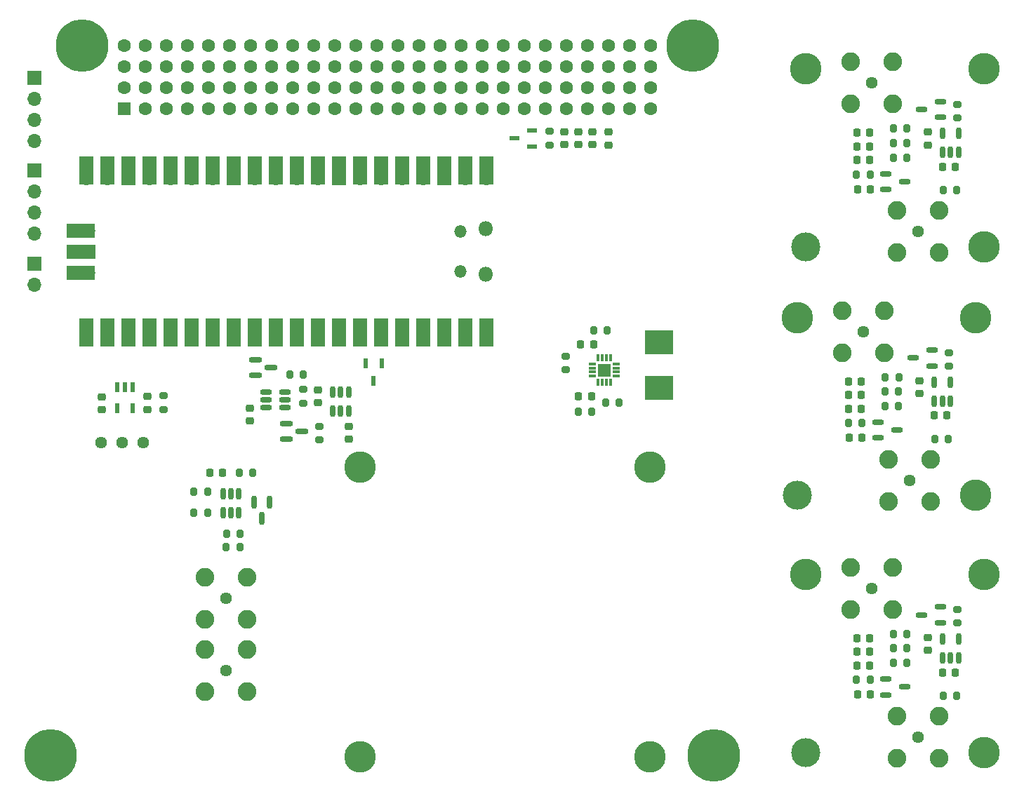
<source format=gts>
%MOIN*%
%OFA0B0*%
%FSLAX46Y46*%
%IPPOS*%
%LPD*%
%AMRoundRect*
4,1,4,
0.07874015748031496,0.11811023622047245,
0.15748031496062992,0.19685039370078741,
0.23622047244094491,0.27559055118110237,
0.31496062992125984,0.35433070866141736,
0.07874015748031496,0.11811023622047245,
0*
1,1,$1,$2,$3*
1,1,$1,$2,$3*
1,1,$1,$2,$3*
1,1,$1,$2,$3*
20,1,$1,$2,$3,$4,$5,0*
20,1,$1,$2,$3,$4,$5,0*
20,1,$1,$2,$3,$4,$5,0*
20,1,$1,$2,$3,$4,$5,0*%
%AMCOMP29*
4,1,3,
-0.005905511811023622,0.020177165354330708,
-0.005905511811023622,-0.020177165354330708,
0.005905511811023622,-0.020177165354330708,
0.005905511811023622,0.020177165354330708,
0*
4,1,19,
-0.005905511811023622,0.026082677165354333,
-0.00408060830093535,0.025793640844262715,
-0.0024343390612649222,0.024954824769930793,
-0.0011278523954235389,0.023648338104089405,
-0.00028903632109161348,0.02200206886441898,
0,0.020177165354330708,
-0.00028903632109161234,0.018352261844242438,
-0.0011278523954235389,0.01670599260457201,
-0.0024343390612649217,0.015399505938730625,
-0.00408060830093535,0.0145606898643987,
-0.0059055118110236211,0.014271653543307086,
-0.0077304153211118958,0.0145606898643987,
-0.0093766845607823213,0.015399505938730622,
-0.010683171226623704,0.01670599260457201,
-0.011521987300955629,0.018352261844242435,
-0.011811023622047244,0.020177165354330708,
-0.011521987300955631,0.02200206886441898,
-0.010683171226623706,0.023648338104089405,
-0.0093766845607823231,0.02495482476993079,
-0.0077304153211118958,0.025793640844262715,
0*
4,1,19,
-0.005905511811023622,-0.014271653543307086,
-0.00408060830093535,-0.0145606898643987,
-0.0024343390612649222,-0.015399505938730625,
-0.0011278523954235389,-0.01670599260457201,
-0.00028903632109161348,-0.018352261844242438,
0,-0.020177165354330708,
-0.00028903632109161234,-0.02200206886441898,
-0.0011278523954235389,-0.023648338104089405,
-0.0024343390612649217,-0.02495482476993079,
-0.00408060830093535,-0.025793640844262715,
-0.0059055118110236211,-0.026082677165354333,
-0.0077304153211118958,-0.025793640844262715,
-0.0093766845607823213,-0.024954824769930793,
-0.010683171226623704,-0.023648338104089409,
-0.011521987300955629,-0.02200206886441898,
-0.011811023622047244,-0.020177165354330708,
-0.011521987300955631,-0.018352261844242438,
-0.010683171226623706,-0.01670599260457201,
-0.0093766845607823231,-0.015399505938730625,
-0.0077304153211118958,-0.0145606898643987,
0*
4,1,19,
0.005905511811023622,-0.014271653543307086,
0.0077304153211118949,-0.0145606898643987,
0.0093766845607823213,-0.015399505938730625,
0.010683171226623704,-0.01670599260457201,
0.011521987300955629,-0.018352261844242438,
0.011811023622047244,-0.020177165354330708,
0.011521987300955631,-0.02200206886441898,
0.010683171226623704,-0.023648338104089405,
0.0093766845607823231,-0.02495482476993079,
0.0077304153211118949,-0.025793640844262715,
0.0059055118110236228,-0.026082677165354333,
0.0040806083009353481,-0.025793640844262715,
0.002434339061264923,-0.024954824769930793,
0.0011278523954235395,-0.023648338104089409,
0.00028903632109161348,-0.02200206886441898,
0,-0.020177165354330708,
0.00028903632109161234,-0.018352261844242438,
0.0011278523954235378,-0.01670599260457201,
0.0024343390612649213,-0.015399505938730625,
0.0040806083009353481,-0.0145606898643987,
0*
4,1,19,
0.005905511811023622,0.026082677165354333,
0.0077304153211118949,0.025793640844262715,
0.0093766845607823213,0.024954824769930793,
0.010683171226623704,0.023648338104089405,
0.011521987300955629,0.02200206886441898,
0.011811023622047244,0.020177165354330708,
0.011521987300955631,0.018352261844242438,
0.010683171226623704,0.01670599260457201,
0.0093766845607823231,0.015399505938730625,
0.0077304153211118949,0.0145606898643987,
0.0059055118110236228,0.014271653543307086,
0.0040806083009353481,0.0145606898643987,
0.002434339061264923,0.015399505938730622,
0.0011278523954235395,0.01670599260457201,
0.00028903632109161348,0.018352261844242435,
0,0.020177165354330708,
0.00028903632109161234,0.02200206886441898,
0.0011278523954235378,0.023648338104089405,
0.0024343390612649213,0.02495482476993079,
0.0040806083009353481,0.025793640844262715,
0*
4,1,3,
-0.011811023622047244,0.020177165354330708,
0,0.020177165354330708,
0,-0.020177165354330708,
-0.011811023622047244,-0.020177165354330708,
0*
4,1,3,
-0.005905511811023622,-0.026082677165354333,
-0.005905511811023622,-0.014271653543307086,
0.005905511811023622,-0.014271653543307086,
0.005905511811023622,-0.026082677165354333,
0*
4,1,3,
0.011811023622047244,-0.020177165354330708,
0,-0.020177165354330708,
0,0.020177165354330708,
0.011811023622047244,0.020177165354330708,
0*
4,1,3,
0.005905511811023622,0.026082677165354333,
0.005905511811023622,0.014271653543307086,
-0.005905511811023622,0.014271653543307086,
-0.005905511811023622,0.026082677165354333,
0*%
%AMCOMP30*
4,1,3,
-0.02312992125984252,-0.005905511811023622,
0.02312992125984252,-0.005905511811023622,
0.02312992125984252,0.005905511811023622,
-0.02312992125984252,0.005905511811023622,
0*
4,1,19,
-0.02312992125984252,0,
-0.021305017749754251,-0.00028903632109161348,
-0.019658748510083823,-0.0011278523954235389,
-0.018352261844242438,-0.0024343390612649222,
-0.017513445769910513,-0.00408060830093535,
-0.017224409448818898,-0.005905511811023622,
-0.017513445769910509,-0.007730415321111894,
-0.018352261844242438,-0.0093766845607823213,
-0.019658748510083823,-0.010683171226623704,
-0.021305017749754251,-0.011521987300955629,
-0.02312992125984252,-0.011811023622047244,
-0.024954824769930797,-0.011521987300955629,
-0.026601094009601218,-0.010683171226623706,
-0.027907580675442602,-0.0093766845607823231,
-0.028746396749774531,-0.0077304153211118949,
-0.029035433070866146,-0.0059055118110236228,
-0.028746396749774531,-0.0040806083009353507,
-0.027907580675442606,-0.0024343390612649239,
-0.026601094009601225,-0.0011278523954235395,
-0.024954824769930793,-0.00028903632109161348,
0*
4,1,19,
0.02312992125984252,0,
0.024954824769930793,-0.00028903632109161348,
0.026601094009601225,-0.0011278523954235389,
0.027907580675442602,-0.0024343390612649222,
0.028746396749774531,-0.00408060830093535,
0.029035433070866146,-0.005905511811023622,
0.028746396749774531,-0.007730415321111894,
0.027907580675442602,-0.0093766845607823213,
0.026601094009601225,-0.010683171226623704,
0.024954824769930793,-0.011521987300955629,
0.02312992125984252,-0.011811023622047244,
0.021305017749754247,-0.011521987300955629,
0.019658748510083823,-0.010683171226623706,
0.018352261844242438,-0.0093766845607823231,
0.017513445769910513,-0.0077304153211118949,
0.017224409448818898,-0.0059055118110236228,
0.017513445769910509,-0.0040806083009353507,
0.018352261844242438,-0.0024343390612649239,
0.019658748510083819,-0.0011278523954235395,
0.021305017749754251,-0.00028903632109161348,
0*
4,1,19,
0.02312992125984252,0.011811023622047244,
0.024954824769930793,0.011521987300955629,
0.026601094009601225,0.010683171226623704,
0.027907580675442602,0.0093766845607823213,
0.028746396749774531,0.0077304153211118949,
0.029035433070866146,0.005905511811023622,
0.028746396749774531,0.0040806083009353507,
0.027907580675442602,0.002434339061264923,
0.026601094009601225,0.0011278523954235395,
0.024954824769930793,0.00028903632109161348,
0.02312992125984252,0,
0.021305017749754247,0.00028903632109161348,
0.019658748510083823,0.0011278523954235378,
0.018352261844242438,0.0024343390612649217,
0.017513445769910513,0.00408060830093535,
0.017224409448818898,0.0059055118110236211,
0.017513445769910509,0.0077304153211118923,
0.018352261844242438,0.0093766845607823213,
0.019658748510083819,0.010683171226623704,
0.021305017749754251,0.011521987300955629,
0*
4,1,19,
-0.02312992125984252,0.011811023622047244,
-0.021305017749754251,0.011521987300955629,
-0.019658748510083823,0.010683171226623704,
-0.018352261844242438,0.0093766845607823213,
-0.017513445769910513,0.0077304153211118949,
-0.017224409448818898,0.005905511811023622,
-0.017513445769910509,0.0040806083009353507,
-0.018352261844242438,0.002434339061264923,
-0.019658748510083823,0.0011278523954235395,
-0.021305017749754251,0.00028903632109161348,
-0.02312992125984252,0,
-0.024954824769930797,0.00028903632109161348,
-0.026601094009601218,0.0011278523954235378,
-0.027907580675442602,0.0024343390612649217,
-0.028746396749774531,0.00408060830093535,
-0.029035433070866146,0.0059055118110236211,
-0.028746396749774531,0.0077304153211118923,
-0.027907580675442606,0.0093766845607823213,
-0.026601094009601225,0.010683171226623704,
-0.024954824769930793,0.011521987300955629,
0*
4,1,3,
-0.02312992125984252,-0.011811023622047244,
-0.02312992125984252,0,
0.02312992125984252,0,
0.02312992125984252,-0.011811023622047244,
0*
4,1,3,
0.029035433070866146,-0.005905511811023622,
0.017224409448818898,-0.005905511811023622,
0.017224409448818898,0.005905511811023622,
0.029035433070866146,0.005905511811023622,
0*
4,1,3,
0.02312992125984252,0.011811023622047244,
0.02312992125984252,0,
-0.02312992125984252,0,
-0.02312992125984252,0.011811023622047244,
0*
4,1,3,
-0.029035433070866146,0.005905511811023622,
-0.017224409448818898,0.005905511811023622,
-0.017224409448818898,-0.005905511811023622,
-0.029035433070866146,-0.005905511811023622,
0*%
%AMCOMP31*
4,1,3,
0.020177165354330708,0.005905511811023622,
-0.020177165354330708,0.005905511811023622,
-0.020177165354330708,-0.005905511811023622,
0.020177165354330708,-0.005905511811023622,
0*
4,1,19,
0.020177165354330708,0.011811023622047244,
0.02200206886441898,0.011521987300955629,
0.023648338104089405,0.010683171226623704,
0.024954824769930793,0.0093766845607823213,
0.025793640844262715,0.0077304153211118949,
0.026082677165354333,0.005905511811023622,
0.025793640844262718,0.0040806083009353507,
0.024954824769930793,0.002434339061264923,
0.023648338104089409,0.0011278523954235395,
0.02200206886441898,0.00028903632109161348,
0.020177165354330708,0,
0.018352261844242435,0.00028903632109161348,
0.01670599260457201,0.0011278523954235378,
0.015399505938730625,0.0024343390612649217,
0.0145606898643987,0.00408060830093535,
0.014271653543307086,0.0059055118110236211,
0.014560689864398697,0.0077304153211118923,
0.015399505938730622,0.0093766845607823213,
0.016705992604572006,0.010683171226623704,
0.018352261844242435,0.011521987300955629,
0*
4,1,19,
-0.020177165354330708,0.011811023622047244,
-0.018352261844242438,0.011521987300955629,
-0.01670599260457201,0.010683171226623704,
-0.015399505938730625,0.0093766845607823213,
-0.0145606898643987,0.0077304153211118949,
-0.014271653543307086,0.005905511811023622,
-0.014560689864398697,0.0040806083009353507,
-0.015399505938730625,0.002434339061264923,
-0.01670599260457201,0.0011278523954235395,
-0.018352261844242438,0.00028903632109161348,
-0.020177165354330708,0,
-0.022002068864418984,0.00028903632109161348,
-0.023648338104089405,0.0011278523954235378,
-0.02495482476993079,0.0024343390612649217,
-0.025793640844262715,0.00408060830093535,
-0.026082677165354333,0.0059055118110236211,
-0.025793640844262718,0.0077304153211118923,
-0.024954824769930793,0.0093766845607823213,
-0.023648338104089409,0.010683171226623704,
-0.02200206886441898,0.011521987300955629,
0*
4,1,19,
-0.020177165354330708,0,
-0.018352261844242438,-0.00028903632109161348,
-0.01670599260457201,-0.0011278523954235389,
-0.015399505938730625,-0.0024343390612649222,
-0.0145606898643987,-0.00408060830093535,
-0.014271653543307086,-0.005905511811023622,
-0.014560689864398697,-0.007730415321111894,
-0.015399505938730625,-0.0093766845607823213,
-0.01670599260457201,-0.010683171226623704,
-0.018352261844242438,-0.011521987300955629,
-0.020177165354330708,-0.011811023622047244,
-0.022002068864418984,-0.011521987300955629,
-0.023648338104089405,-0.010683171226623706,
-0.02495482476993079,-0.0093766845607823231,
-0.025793640844262715,-0.0077304153211118949,
-0.026082677165354333,-0.0059055118110236228,
-0.025793640844262718,-0.0040806083009353507,
-0.024954824769930793,-0.0024343390612649239,
-0.023648338104089409,-0.0011278523954235395,
-0.02200206886441898,-0.00028903632109161348,
0*
4,1,19,
0.020177165354330708,0,
0.02200206886441898,-0.00028903632109161348,
0.023648338104089405,-0.0011278523954235389,
0.024954824769930793,-0.0024343390612649222,
0.025793640844262715,-0.00408060830093535,
0.026082677165354333,-0.005905511811023622,
0.025793640844262718,-0.007730415321111894,
0.024954824769930793,-0.0093766845607823213,
0.023648338104089409,-0.010683171226623704,
0.02200206886441898,-0.011521987300955629,
0.020177165354330708,-0.011811023622047244,
0.018352261844242435,-0.011521987300955629,
0.01670599260457201,-0.010683171226623706,
0.015399505938730625,-0.0093766845607823231,
0.0145606898643987,-0.0077304153211118949,
0.014271653543307086,-0.0059055118110236228,
0.014560689864398697,-0.0040806083009353507,
0.015399505938730622,-0.0024343390612649239,
0.016705992604572006,-0.0011278523954235395,
0.018352261844242435,-0.00028903632109161348,
0*
4,1,3,
0.020177165354330708,0.011811023622047244,
0.020177165354330708,0,
-0.020177165354330708,0,
-0.020177165354330708,0.011811023622047244,
0*
4,1,3,
-0.026082677165354333,0.005905511811023622,
-0.014271653543307086,0.005905511811023622,
-0.014271653543307086,-0.005905511811023622,
-0.026082677165354333,-0.005905511811023622,
0*
4,1,3,
-0.020177165354330708,-0.011811023622047244,
-0.020177165354330708,0,
0.020177165354330708,0,
0.020177165354330708,-0.011811023622047244,
0*
4,1,3,
0.026082677165354333,-0.005905511811023622,
0.014271653543307086,-0.005905511811023622,
0.014271653543307086,0.005905511811023622,
0.026082677165354333,0.005905511811023622,
0*%
%AMCOMP32*
4,1,3,
0.0088582677165354329,0.00984251968503937,
-0.0088582677165354329,0.00984251968503937,
-0.0088582677165354329,-0.00984251968503937,
0.0088582677165354329,-0.00984251968503937,
0*
4,1,19,
0.0088582677165354329,0.018700787401574805,
0.011595622981667842,0.018267232919937385,
0.014065026841173483,0.017009008808439495,
0.01602475683993556,0.015049278809677422,
0.017282980951433446,0.012579874950171779,
0.017716535433070866,0.00984251968503937,
0.017282980951433449,0.0071051644199069631,
0.01602475683993556,0.0046357605604013218,
0.014065026841173483,0.0026760305616392458,
0.011595622981667842,0.0014178064501413565,
0.0088582677165354347,0.00098425196850393678,
0.0061209124514030235,0.0014178064501413565,
0.0036515085918973852,0.0026760305616392436,
0.001691778593135309,0.00463576056040132,
0.00043355448163741962,0.0071051644199069614,
0,0.00984251968503937,
0.00043355448163741854,0.012579874950171778,
0.0016917785931353068,0.015049278809677416,
0.0036515085918973817,0.017009008808439495,
0.0061209124514030235,0.018267232919937385,
0*
4,1,19,
-0.0088582677165354329,0.018700787401574805,
-0.0061209124514030253,0.018267232919937385,
-0.0036515085918973839,0.017009008808439495,
-0.0016917785931353079,0.015049278809677422,
-0.00043355448163741962,0.012579874950171779,
0,0.00984251968503937,
-0.00043355448163741854,0.0071051644199069631,
-0.0016917785931353079,0.0046357605604013218,
-0.003651508591897383,0.0026760305616392458,
-0.0061209124514030253,0.0014178064501413565,
-0.0088582677165354329,0.00098425196850393678,
-0.011595622981667844,0.0014178064501413565,
-0.014065026841173483,0.0026760305616392436,
-0.01602475683993556,0.00463576056040132,
-0.017282980951433446,0.0071051644199069614,
-0.017716535433070866,0.00984251968503937,
-0.017282980951433449,0.012579874950171778,
-0.01602475683993556,0.015049278809677416,
-0.014065026841173486,0.017009008808439495,
-0.011595622981667844,0.018267232919937385,
0*
4,1,19,
-0.0088582677165354329,-0.00098425196850393678,
-0.0061209124514030253,-0.0014178064501413565,
-0.0036515085918973839,-0.0026760305616392449,
-0.0016917785931353079,-0.0046357605604013209,
-0.00043355448163741962,-0.0071051644199069614,
0,-0.00984251968503937,
-0.00043355448163741854,-0.012579874950171778,
-0.0016917785931353079,-0.01504927880967742,
-0.003651508591897383,-0.017009008808439495,
-0.0061209124514030253,-0.018267232919937385,
-0.0088582677165354329,-0.018700787401574805,
-0.011595622981667844,-0.018267232919937385,
-0.014065026841173483,-0.0170090088084395,
-0.01602475683993556,-0.015049278809677422,
-0.017282980951433446,-0.012579874950171779,
-0.017716535433070866,-0.0098425196850393734,
-0.017282980951433449,-0.0071051644199069631,
-0.01602475683993556,-0.0046357605604013235,
-0.014065026841173486,-0.0026760305616392458,
-0.011595622981667844,-0.0014178064501413565,
0*
4,1,19,
0.0088582677165354329,-0.00098425196850393678,
0.011595622981667842,-0.0014178064501413565,
0.014065026841173483,-0.0026760305616392449,
0.01602475683993556,-0.0046357605604013209,
0.017282980951433446,-0.0071051644199069614,
0.017716535433070866,-0.00984251968503937,
0.017282980951433449,-0.012579874950171778,
0.01602475683993556,-0.01504927880967742,
0.014065026841173483,-0.017009008808439495,
0.011595622981667842,-0.018267232919937385,
0.0088582677165354347,-0.018700787401574805,
0.0061209124514030235,-0.018267232919937385,
0.0036515085918973852,-0.0170090088084395,
0.001691778593135309,-0.015049278809677422,
0.00043355448163741962,-0.012579874950171779,
0,-0.0098425196850393734,
0.00043355448163741854,-0.0071051644199069631,
0.0016917785931353068,-0.0046357605604013235,
0.0036515085918973817,-0.0026760305616392458,
0.0061209124514030235,-0.0014178064501413565,
0*
4,1,3,
0.0088582677165354329,0.018700787401574805,
0.0088582677165354329,0.00098425196850393678,
-0.0088582677165354329,0.00098425196850393678,
-0.0088582677165354329,0.018700787401574805,
0*
4,1,3,
-0.017716535433070866,0.00984251968503937,
0,0.00984251968503937,
0,-0.00984251968503937,
-0.017716535433070866,-0.00984251968503937,
0*
4,1,3,
-0.0088582677165354329,-0.018700787401574805,
-0.0088582677165354329,-0.00098425196850393678,
0.0088582677165354329,-0.00098425196850393678,
0.0088582677165354329,-0.018700787401574805,
0*
4,1,3,
0.017716535433070866,-0.00984251968503937,
0,-0.00984251968503937,
0,0.00984251968503937,
0.017716535433070866,0.00984251968503937,
0*%
%AMCOMP33*
4,1,3,
0.005905511811023622,-0.020177165354330708,
0.005905511811023622,0.020177165354330708,
-0.005905511811023622,0.020177165354330708,
-0.005905511811023622,-0.020177165354330708,
0*
4,1,19,
0.005905511811023622,-0.014271653543307086,
0.0077304153211118949,-0.0145606898643987,
0.0093766845607823213,-0.015399505938730625,
0.010683171226623704,-0.01670599260457201,
0.011521987300955629,-0.018352261844242438,
0.011811023622047244,-0.020177165354330708,
0.011521987300955631,-0.02200206886441898,
0.010683171226623704,-0.023648338104089405,
0.0093766845607823231,-0.02495482476993079,
0.0077304153211118949,-0.025793640844262715,
0.0059055118110236228,-0.026082677165354333,
0.0040806083009353481,-0.025793640844262715,
0.002434339061264923,-0.024954824769930793,
0.0011278523954235395,-0.023648338104089409,
0.00028903632109161348,-0.02200206886441898,
0,-0.020177165354330708,
0.00028903632109161234,-0.018352261844242438,
0.0011278523954235378,-0.01670599260457201,
0.0024343390612649213,-0.015399505938730625,
0.0040806083009353481,-0.0145606898643987,
0*
4,1,19,
0.005905511811023622,0.026082677165354333,
0.0077304153211118949,0.025793640844262715,
0.0093766845607823213,0.024954824769930793,
0.010683171226623704,0.023648338104089405,
0.011521987300955629,0.02200206886441898,
0.011811023622047244,0.020177165354330708,
0.011521987300955631,0.018352261844242438,
0.010683171226623704,0.01670599260457201,
0.0093766845607823231,0.015399505938730625,
0.0077304153211118949,0.0145606898643987,
0.0059055118110236228,0.014271653543307086,
0.0040806083009353481,0.0145606898643987,
0.002434339061264923,0.015399505938730622,
0.0011278523954235395,0.01670599260457201,
0.00028903632109161348,0.018352261844242435,
0,0.020177165354330708,
0.00028903632109161234,0.02200206886441898,
0.0011278523954235378,0.023648338104089405,
0.0024343390612649213,0.02495482476993079,
0.0040806083009353481,0.025793640844262715,
0*
4,1,19,
-0.005905511811023622,0.026082677165354333,
-0.00408060830093535,0.025793640844262715,
-0.0024343390612649222,0.024954824769930793,
-0.0011278523954235389,0.023648338104089405,
-0.00028903632109161348,0.02200206886441898,
0,0.020177165354330708,
-0.00028903632109161234,0.018352261844242438,
-0.0011278523954235389,0.01670599260457201,
-0.0024343390612649217,0.015399505938730625,
-0.00408060830093535,0.0145606898643987,
-0.0059055118110236211,0.014271653543307086,
-0.0077304153211118958,0.0145606898643987,
-0.0093766845607823213,0.015399505938730622,
-0.010683171226623704,0.01670599260457201,
-0.011521987300955629,0.018352261844242435,
-0.011811023622047244,0.020177165354330708,
-0.011521987300955631,0.02200206886441898,
-0.010683171226623706,0.023648338104089405,
-0.0093766845607823231,0.02495482476993079,
-0.0077304153211118958,0.025793640844262715,
0*
4,1,19,
-0.005905511811023622,-0.014271653543307086,
-0.00408060830093535,-0.0145606898643987,
-0.0024343390612649222,-0.015399505938730625,
-0.0011278523954235389,-0.01670599260457201,
-0.00028903632109161348,-0.018352261844242438,
0,-0.020177165354330708,
-0.00028903632109161234,-0.02200206886441898,
-0.0011278523954235389,-0.023648338104089405,
-0.0024343390612649217,-0.02495482476993079,
-0.00408060830093535,-0.025793640844262715,
-0.0059055118110236211,-0.026082677165354333,
-0.0077304153211118958,-0.025793640844262715,
-0.0093766845607823213,-0.024954824769930793,
-0.010683171226623704,-0.023648338104089409,
-0.011521987300955629,-0.02200206886441898,
-0.011811023622047244,-0.020177165354330708,
-0.011521987300955631,-0.018352261844242438,
-0.010683171226623706,-0.01670599260457201,
-0.0093766845607823231,-0.015399505938730625,
-0.0077304153211118958,-0.0145606898643987,
0*
4,1,3,
0.011811023622047244,-0.020177165354330708,
0,-0.020177165354330708,
0,0.020177165354330708,
0.011811023622047244,0.020177165354330708,
0*
4,1,3,
0.005905511811023622,0.026082677165354333,
0.005905511811023622,0.014271653543307086,
-0.005905511811023622,0.014271653543307086,
-0.005905511811023622,0.026082677165354333,
0*
4,1,3,
-0.011811023622047244,0.020177165354330708,
0,0.020177165354330708,
0,-0.020177165354330708,
-0.011811023622047244,-0.020177165354330708,
0*
4,1,3,
-0.005905511811023622,-0.026082677165354333,
-0.005905511811023622,-0.014271653543307086,
0.005905511811023622,-0.014271653543307086,
0.005905511811023622,-0.026082677165354333,
0*%
%AMCOMP34*
4,1,3,
-0.00984251968503937,0.0088582677165354329,
-0.00984251968503937,-0.0088582677165354329,
0.00984251968503937,-0.0088582677165354329,
0.00984251968503937,0.0088582677165354329,
0*
4,1,19,
-0.00984251968503937,0.017716535433070866,
-0.0071051644199069623,0.017282980951433446,
-0.0046357605604013209,0.01602475683993556,
-0.0026760305616392449,0.014065026841173483,
-0.0014178064501413565,0.011595622981667842,
-0.00098425196850393678,0.0088582677165354329,
-0.0014178064501413554,0.0061209124514030253,
-0.0026760305616392449,0.0036515085918973852,
-0.00463576056040132,0.001691778593135309,
-0.0071051644199069614,0.00043355448163741962,
-0.00984251968503937,0,
-0.012579874950171783,0.00043355448163741962,
-0.01504927880967742,0.0016917785931353068,
-0.017009008808439495,0.003651508591897383,
-0.018267232919937385,0.0061209124514030244,
-0.018700787401574805,0.0088582677165354329,
-0.018267232919937385,0.011595622981667841,
-0.0170090088084395,0.014065026841173481,
-0.015049278809677422,0.01602475683993556,
-0.012579874950171779,0.017282980951433446,
0*
4,1,19,
-0.00984251968503937,0,
-0.0071051644199069623,-0.00043355448163741962,
-0.0046357605604013209,-0.0016917785931353079,
-0.0026760305616392449,-0.0036515085918973839,
-0.0014178064501413565,-0.0061209124514030253,
-0.00098425196850393678,-0.0088582677165354329,
-0.0014178064501413554,-0.011595622981667842,
-0.0026760305616392449,-0.014065026841173483,
-0.00463576056040132,-0.01602475683993556,
-0.0071051644199069614,-0.017282980951433446,
-0.00984251968503937,-0.017716535433070866,
-0.012579874950171783,-0.017282980951433446,
-0.01504927880967742,-0.01602475683993556,
-0.017009008808439495,-0.014065026841173483,
-0.018267232919937385,-0.011595622981667842,
-0.018700787401574805,-0.0088582677165354347,
-0.018267232919937385,-0.0061209124514030279,
-0.0170090088084395,-0.0036515085918973861,
-0.015049278809677422,-0.001691778593135309,
-0.012579874950171779,-0.00043355448163741962,
0*
4,1,19,
0.00984251968503937,0,
0.012579874950171779,-0.00043355448163741962,
0.015049278809677422,-0.0016917785931353079,
0.017009008808439495,-0.0036515085918973839,
0.018267232919937385,-0.0061209124514030253,
0.018700787401574805,-0.0088582677165354329,
0.018267232919937385,-0.011595622981667842,
0.017009008808439495,-0.014065026841173483,
0.015049278809677422,-0.01602475683993556,
0.012579874950171779,-0.017282980951433446,
0.00984251968503937,-0.017716535433070866,
0.0071051644199069588,-0.017282980951433446,
0.0046357605604013218,-0.01602475683993556,
0.0026760305616392458,-0.014065026841173483,
0.0014178064501413565,-0.011595622981667842,
0.00098425196850393678,-0.0088582677165354347,
0.0014178064501413554,-0.0061209124514030279,
0.0026760305616392436,-0.0036515085918973861,
0.0046357605604013183,-0.001691778593135309,
0.0071051644199069614,-0.00043355448163741962,
0*
4,1,19,
0.00984251968503937,0.017716535433070866,
0.012579874950171779,0.017282980951433446,
0.015049278809677422,0.01602475683993556,
0.017009008808439495,0.014065026841173483,
0.018267232919937385,0.011595622981667842,
0.018700787401574805,0.0088582677165354329,
0.018267232919937385,0.0061209124514030253,
0.017009008808439495,0.0036515085918973852,
0.015049278809677422,0.001691778593135309,
0.012579874950171779,0.00043355448163741962,
0.00984251968503937,0,
0.0071051644199069588,0.00043355448163741962,
0.0046357605604013218,0.0016917785931353068,
0.0026760305616392458,0.003651508591897383,
0.0014178064501413565,0.0061209124514030244,
0.00098425196850393678,0.0088582677165354329,
0.0014178064501413554,0.011595622981667841,
0.0026760305616392436,0.014065026841173481,
0.0046357605604013183,0.01602475683993556,
0.0071051644199069614,0.017282980951433446,
0*
4,1,3,
-0.018700787401574805,0.0088582677165354329,
-0.00098425196850393678,0.0088582677165354329,
-0.00098425196850393678,-0.0088582677165354329,
-0.018700787401574805,-0.0088582677165354329,
0*
4,1,3,
-0.00984251968503937,-0.017716535433070866,
-0.00984251968503937,0,
0.00984251968503937,0,
0.00984251968503937,-0.017716535433070866,
0*
4,1,3,
0.018700787401574805,-0.0088582677165354329,
0.00098425196850393678,-0.0088582677165354329,
0.00098425196850393678,0.0088582677165354329,
0.018700787401574805,0.0088582677165354329,
0*
4,1,3,
0.00984251968503937,0.017716535433070866,
0.00984251968503937,0,
-0.00984251968503937,0,
-0.00984251968503937,0.017716535433070866,
0*%
%AMCOMP35*
4,1,3,
0.010826771653543309,-0.0078740157480314977,
0.010826771653543309,0.0078740157480314977,
-0.010826771653543309,0.0078740157480314977,
-0.010826771653543309,-0.0078740157480314977,
0*
4,1,19,
0.010826771653543309,0,
0.013259976333661005,-0.00038538176145548424,
0.015455001986554908,-0.0015038031938980512,
0.017196984207676753,-0.0032457854150198971,
0.018315405640119319,-0.0054408110679138007,
0.018700787401574805,-0.0078740157480314977,
0.018315405640119322,-0.010307220428149194,
0.017196984207676753,-0.012502246081043097,
0.015455001986554908,-0.01424422830216494,
0.013259976333661007,-0.015362649734607511,
0.010826771653543309,-0.015748031496062995,
0.00839356697342561,-0.015362649734607511,
0.0061985413205317089,-0.014244228302164944,
0.0044565590994098637,-0.0125022460810431,
0.0033381376669672958,-0.010307220428149196,
0.0029527559055118114,-0.0078740157480314977,
0.0033381376669672949,-0.0054408110679138016,
0.0044565590994098628,-0.0032457854150198988,
0.0061985413205317063,-0.0015038031938980523,
0.00839356697342561,-0.00038538176145548424,
0*
4,1,19,
0.010826771653543309,0.015748031496062995,
0.013259976333661005,0.015362649734607511,
0.015455001986554908,0.014244228302164944,
0.017196984207676753,0.012502246081043097,
0.018315405640119319,0.010307220428149194,
0.018700787401574805,0.0078740157480314977,
0.018315405640119322,0.0054408110679138007,
0.017196984207676753,0.0032457854150198975,
0.015455001986554908,0.0015038031938980523,
0.013259976333661007,0.00038538176145548424,
0.010826771653543309,0,
0.00839356697342561,0.00038538176145548424,
0.0061985413205317089,0.0015038031938980512,
0.0044565590994098637,0.0032457854150198962,
0.0033381376669672958,0.0054408110679138,
0.0029527559055118114,0.007874015748031496,
0.0033381376669672949,0.010307220428149194,
0.0044565590994098628,0.012502246081043094,
0.0061985413205317063,0.01424422830216494,
0.00839356697342561,0.015362649734607511,
0*
4,1,19,
-0.010826771653543309,0.015748031496062995,
-0.0083935669734256126,0.015362649734607511,
-0.0061985413205317089,0.014244228302164944,
-0.0044565590994098628,0.012502246081043097,
-0.0033381376669672958,0.010307220428149194,
-0.0029527559055118114,0.0078740157480314977,
-0.0033381376669672949,0.0054408110679138007,
-0.0044565590994098628,0.0032457854150198975,
-0.0061985413205317081,0.0015038031938980523,
-0.00839356697342561,0.00038538176145548424,
-0.010826771653543309,0,
-0.013259976333661007,0.00038538176145548424,
-0.015455001986554908,0.0015038031938980512,
-0.017196984207676753,0.0032457854150198962,
-0.018315405640119319,0.0054408110679138,
-0.018700787401574805,0.007874015748031496,
-0.018315405640119322,0.010307220428149194,
-0.017196984207676753,0.012502246081043094,
-0.01545500198655491,0.01424422830216494,
-0.013259976333661007,0.015362649734607511,
0*
4,1,19,
-0.010826771653543309,0,
-0.0083935669734256126,-0.00038538176145548424,
-0.0061985413205317089,-0.0015038031938980512,
-0.0044565590994098628,-0.0032457854150198971,
-0.0033381376669672958,-0.0054408110679138007,
-0.0029527559055118114,-0.0078740157480314977,
-0.0033381376669672949,-0.010307220428149194,
-0.0044565590994098628,-0.012502246081043097,
-0.0061985413205317081,-0.01424422830216494,
-0.00839356697342561,-0.015362649734607511,
-0.010826771653543309,-0.015748031496062995,
-0.013259976333661007,-0.015362649734607511,
-0.015455001986554908,-0.014244228302164944,
-0.017196984207676753,-0.0125022460810431,
-0.018315405640119319,-0.010307220428149196,
-0.018700787401574805,-0.0078740157480314977,
-0.018315405640119322,-0.0054408110679138016,
-0.017196984207676753,-0.0032457854150198988,
-0.01545500198655491,-0.0015038031938980523,
-0.013259976333661007,-0.00038538176145548424,
0*
4,1,3,
0.018700787401574805,-0.0078740157480314977,
0.0029527559055118114,-0.0078740157480314977,
0.0029527559055118114,0.0078740157480314977,
0.018700787401574805,0.0078740157480314977,
0*
4,1,3,
0.010826771653543309,0.015748031496062995,
0.010826771653543309,0,
-0.010826771653543309,0,
-0.010826771653543309,0.015748031496062995,
0*
4,1,3,
-0.018700787401574805,0.0078740157480314977,
-0.0029527559055118114,0.0078740157480314977,
-0.0029527559055118114,-0.0078740157480314977,
-0.018700787401574805,-0.0078740157480314977,
0*
4,1,3,
-0.010826771653543309,-0.015748031496062995,
-0.010826771653543309,0,
0.010826771653543309,0,
0.010826771653543309,-0.015748031496062995,
0*%
%AMCOMP36*
4,1,3,
-0.0078740157480314977,-0.010826771653543309,
0.0078740157480314977,-0.010826771653543309,
0.0078740157480314977,0.010826771653543309,
-0.0078740157480314977,0.010826771653543309,
0*
4,1,19,
-0.0078740157480314977,-0.0029527559055118114,
-0.0054408110679138007,-0.0033381376669672958,
-0.0032457854150198971,-0.0044565590994098628,
-0.0015038031938980512,-0.0061985413205317089,
-0.00038538176145548424,-0.0083935669734256126,
0,-0.010826771653543309,
-0.00038538176145548316,-0.013259976333661005,
-0.0015038031938980512,-0.015455001986554908,
-0.0032457854150198962,-0.017196984207676753,
-0.0054408110679138,-0.018315405640119319,
-0.007874015748031496,-0.018700787401574805,
-0.010307220428149196,-0.018315405640119319,
-0.012502246081043097,-0.017196984207676753,
-0.01424422830216494,-0.015455001986554908,
-0.015362649734607511,-0.013259976333661007,
-0.015748031496062995,-0.01082677165354331,
-0.015362649734607511,-0.0083935669734256143,
-0.014244228302164944,-0.0061985413205317107,
-0.0125022460810431,-0.0044565590994098637,
-0.010307220428149196,-0.0033381376669672958,
0*
4,1,19,
0.0078740157480314977,-0.0029527559055118114,
0.010307220428149194,-0.0033381376669672958,
0.012502246081043097,-0.0044565590994098628,
0.014244228302164944,-0.0061985413205317089,
0.015362649734607511,-0.0083935669734256126,
0.015748031496062995,-0.010826771653543309,
0.015362649734607511,-0.013259976333661005,
0.014244228302164944,-0.015455001986554908,
0.0125022460810431,-0.017196984207676753,
0.010307220428149194,-0.018315405640119319,
0.0078740157480314977,-0.018700787401574805,
0.005440811067913799,-0.018315405640119319,
0.0032457854150198975,-0.017196984207676753,
0.0015038031938980523,-0.015455001986554908,
0.00038538176145548424,-0.013259976333661007,
0,-0.01082677165354331,
0.00038538176145548316,-0.0083935669734256143,
0.0015038031938980512,-0.0061985413205317107,
0.0032457854150198949,-0.0044565590994098637,
0.005440811067913799,-0.0033381376669672958,
0*
4,1,19,
0.0078740157480314977,0.018700787401574805,
0.010307220428149194,0.018315405640119319,
0.012502246081043097,0.017196984207676753,
0.014244228302164944,0.015455001986554908,
0.015362649734607511,0.013259976333661005,
0.015748031496062995,0.010826771653543309,
0.015362649734607511,0.0083935669734256126,
0.014244228302164944,0.0061985413205317089,
0.0125022460810431,0.0044565590994098637,
0.010307220428149194,0.0033381376669672958,
0.0078740157480314977,0.0029527559055118114,
0.005440811067913799,0.0033381376669672958,
0.0032457854150198975,0.0044565590994098628,
0.0015038031938980523,0.0061985413205317081,
0.00038538176145548424,0.00839356697342561,
0,0.010826771653543307,
0.00038538176145548316,0.013259976333661003,
0.0015038031938980512,0.015455001986554907,
0.0032457854150198949,0.017196984207676753,
0.005440811067913799,0.018315405640119319,
0*
4,1,19,
-0.0078740157480314977,0.018700787401574805,
-0.0054408110679138007,0.018315405640119319,
-0.0032457854150198971,0.017196984207676753,
-0.0015038031938980512,0.015455001986554908,
-0.00038538176145548424,0.013259976333661005,
0,0.010826771653543309,
-0.00038538176145548316,0.0083935669734256126,
-0.0015038031938980512,0.0061985413205317089,
-0.0032457854150198962,0.0044565590994098637,
-0.0054408110679138,0.0033381376669672958,
-0.007874015748031496,0.0029527559055118114,
-0.010307220428149196,0.0033381376669672958,
-0.012502246081043097,0.0044565590994098628,
-0.01424422830216494,0.0061985413205317081,
-0.015362649734607511,0.00839356697342561,
-0.015748031496062995,0.010826771653543307,
-0.015362649734607511,0.013259976333661003,
-0.014244228302164944,0.015455001986554907,
-0.0125022460810431,0.017196984207676753,
-0.010307220428149196,0.018315405640119319,
0*
4,1,3,
-0.0078740157480314977,-0.018700787401574805,
-0.0078740157480314977,-0.0029527559055118114,
0.0078740157480314977,-0.0029527559055118114,
0.0078740157480314977,-0.018700787401574805,
0*
4,1,3,
0.015748031496062995,-0.010826771653543309,
0,-0.010826771653543309,
0,0.010826771653543309,
0.015748031496062995,0.010826771653543309,
0*
4,1,3,
0.0078740157480314977,0.018700787401574805,
0.0078740157480314977,0.0029527559055118114,
-0.0078740157480314977,0.0029527559055118114,
-0.0078740157480314977,0.018700787401574805,
0*
4,1,3,
-0.015748031496062995,0.010826771653543309,
0,0.010826771653543309,
0,-0.010826771653543309,
-0.015748031496062995,-0.010826771653543309,
0*%
%AMCOMP37*
4,1,3,
-0.005905511811023622,0.02312992125984252,
-0.005905511811023622,-0.02312992125984252,
0.005905511811023622,-0.02312992125984252,
0.005905511811023622,0.02312992125984252,
0*
4,1,19,
-0.005905511811023622,0.029035433070866146,
-0.00408060830093535,0.028746396749774531,
-0.0024343390612649222,0.027907580675442602,
-0.0011278523954235389,0.026601094009601225,
-0.00028903632109161348,0.024954824769930793,
0,0.02312992125984252,
-0.00028903632109161234,0.021305017749754251,
-0.0011278523954235389,0.019658748510083823,
-0.0024343390612649217,0.018352261844242438,
-0.00408060830093535,0.017513445769910513,
-0.0059055118110236211,0.017224409448818898,
-0.0077304153211118958,0.017513445769910513,
-0.0093766845607823213,0.018352261844242438,
-0.010683171226623704,0.019658748510083823,
-0.011521987300955629,0.021305017749754251,
-0.011811023622047244,0.02312992125984252,
-0.011521987300955631,0.024954824769930793,
-0.010683171226623706,0.026601094009601218,
-0.0093766845607823231,0.027907580675442602,
-0.0077304153211118958,0.028746396749774531,
0*
4,1,19,
-0.005905511811023622,-0.017224409448818898,
-0.00408060830093535,-0.017513445769910513,
-0.0024343390612649222,-0.018352261844242438,
-0.0011278523954235389,-0.019658748510083823,
-0.00028903632109161348,-0.021305017749754251,
0,-0.02312992125984252,
-0.00028903632109161234,-0.024954824769930793,
-0.0011278523954235389,-0.026601094009601218,
-0.0024343390612649217,-0.027907580675442602,
-0.00408060830093535,-0.028746396749774531,
-0.0059055118110236211,-0.029035433070866146,
-0.0077304153211118958,-0.028746396749774531,
-0.0093766845607823213,-0.027907580675442606,
-0.010683171226623704,-0.026601094009601225,
-0.011521987300955629,-0.024954824769930793,
-0.011811023622047244,-0.02312992125984252,
-0.011521987300955631,-0.021305017749754251,
-0.010683171226623706,-0.019658748510083823,
-0.0093766845607823231,-0.018352261844242438,
-0.0077304153211118958,-0.017513445769910513,
0*
4,1,19,
0.005905511811023622,-0.017224409448818898,
0.0077304153211118949,-0.017513445769910513,
0.0093766845607823213,-0.018352261844242438,
0.010683171226623704,-0.019658748510083823,
0.011521987300955629,-0.021305017749754251,
0.011811023622047244,-0.02312992125984252,
0.011521987300955631,-0.024954824769930793,
0.010683171226623704,-0.026601094009601218,
0.0093766845607823231,-0.027907580675442602,
0.0077304153211118949,-0.028746396749774531,
0.0059055118110236228,-0.029035433070866146,
0.0040806083009353481,-0.028746396749774531,
0.002434339061264923,-0.027907580675442606,
0.0011278523954235395,-0.026601094009601225,
0.00028903632109161348,-0.024954824769930793,
0,-0.02312992125984252,
0.00028903632109161234,-0.021305017749754251,
0.0011278523954235378,-0.019658748510083823,
0.0024343390612649213,-0.018352261844242438,
0.0040806083009353481,-0.017513445769910513,
0*
4,1,19,
0.005905511811023622,0.029035433070866146,
0.0077304153211118949,0.028746396749774531,
0.0093766845607823213,0.027907580675442602,
0.010683171226623704,0.026601094009601225,
0.011521987300955629,0.024954824769930793,
0.011811023622047244,0.02312992125984252,
0.011521987300955631,0.021305017749754251,
0.010683171226623704,0.019658748510083823,
0.0093766845607823231,0.018352261844242438,
0.0077304153211118949,0.017513445769910513,
0.0059055118110236228,0.017224409448818898,
0.0040806083009353481,0.017513445769910513,
0.002434339061264923,0.018352261844242438,
0.0011278523954235395,0.019658748510083823,
0.00028903632109161348,0.021305017749754251,
0,0.02312992125984252,
0.00028903632109161234,0.024954824769930793,
0.0011278523954235378,0.026601094009601218,
0.0024343390612649213,0.027907580675442602,
0.0040806083009353481,0.028746396749774531,
0*
4,1,3,
-0.011811023622047244,0.02312992125984252,
0,0.02312992125984252,
0,-0.02312992125984252,
-0.011811023622047244,-0.02312992125984252,
0*
4,1,3,
-0.005905511811023622,-0.029035433070866146,
-0.005905511811023622,-0.017224409448818898,
0.005905511811023622,-0.017224409448818898,
0.005905511811023622,-0.029035433070866146,
0*
4,1,3,
0.011811023622047244,-0.02312992125984252,
0,-0.02312992125984252,
0,0.02312992125984252,
0.011811023622047244,0.02312992125984252,
0*
4,1,3,
0.005905511811023622,0.029035433070866146,
0.005905511811023622,0.017224409448818898,
-0.005905511811023622,0.017224409448818898,
-0.005905511811023622,0.029035433070866146,
0*%
%AMCOMP38*
4,1,3,
-0.010088582677165354,0.0086122047244094491,
-0.010088582677165354,-0.0086122047244094491,
0.010088582677165354,-0.0086122047244094491,
0.010088582677165354,0.0086122047244094491,
0*
4,1,19,
-0.010088582677165354,0.017224409448818898,
-0.0074272650582866244,0.016802898147226963,
-0.0050264557504339172,0.015579624705492906,
-0.0031211626960818985,0.013674331651140886,
-0.0018978892543478406,0.01127352234328818,
-0.0014763779527559046,0.0086122047244094491,
-0.0018978892543478395,0.00595088710553072,
-0.0031211626960818985,0.0035500777976780135,
-0.0050264557504339164,0.001644784743325995,
-0.0074272650582866227,0.00042151130159193579,
-0.010088582677165354,0,
-0.012749900296044087,0.00042151130159193579,
-0.015150709603896789,0.0016447847433259928,
-0.017056002658248807,0.0035500777976780113,
-0.01827927609998287,0.0059508871055307172,
-0.018700787401574805,0.0086122047244094474,
-0.01827927609998287,0.011273522343288177,
-0.01705600265824881,0.013674331651140884,
-0.015150709603896794,0.015579624705492904,
-0.012749900296044087,0.016802898147226963,
0*
4,1,19,
-0.010088582677165354,0,
-0.0074272650582866244,-0.00042151130159193579,
-0.0050264557504339172,-0.0016447847433259939,
-0.0031211626960818985,-0.0035500777976780122,
-0.0018978892543478406,-0.0059508871055307189,
-0.0014763779527559046,-0.0086122047244094491,
-0.0018978892543478395,-0.011273522343288178,
-0.0031211626960818985,-0.013674331651140884,
-0.0050264557504339164,-0.015579624705492904,
-0.0074272650582866227,-0.016802898147226963,
-0.010088582677165354,-0.017224409448818898,
-0.012749900296044087,-0.016802898147226963,
-0.015150709603896789,-0.015579624705492906,
-0.017056002658248807,-0.013674331651140889,
-0.01827927609998287,-0.01127352234328818,
-0.018700787401574805,-0.00861220472440945,
-0.01827927609998287,-0.0059508871055307206,
-0.01705600265824881,-0.0035500777976780144,
-0.015150709603896794,-0.001644784743325995,
-0.012749900296044087,-0.00042151130159193579,
0*
4,1,19,
0.010088582677165354,0,
0.012749900296044083,-0.00042151130159193579,
0.01515070960389679,-0.0016447847433259939,
0.01705600265824881,-0.0035500777976780122,
0.01827927609998287,-0.0059508871055307189,
0.018700787401574805,-0.0086122047244094491,
0.01827927609998287,-0.011273522343288178,
0.01705600265824881,-0.013674331651140884,
0.015150709603896794,-0.015579624705492904,
0.012749900296044087,-0.016802898147226963,
0.010088582677165354,-0.017224409448818898,
0.0074272650582866209,-0.016802898147226963,
0.0050264557504339181,-0.015579624705492906,
0.0031211626960819,-0.013674331651140889,
0.0018978892543478406,-0.01127352234328818,
0.0014763779527559046,-0.00861220472440945,
0.0018978892543478395,-0.0059508871055307206,
0.0031211626960818977,-0.0035500777976780144,
0.0050264557504339146,-0.001644784743325995,
0.0074272650582866227,-0.00042151130159193579,
0*
4,1,19,
0.010088582677165354,0.017224409448818898,
0.012749900296044083,0.016802898147226963,
0.01515070960389679,0.015579624705492906,
0.01705600265824881,0.013674331651140886,
0.01827927609998287,0.01127352234328818,
0.018700787401574805,0.0086122047244094491,
0.01827927609998287,0.00595088710553072,
0.01705600265824881,0.0035500777976780135,
0.015150709603896794,0.001644784743325995,
0.012749900296044087,0.00042151130159193579,
0.010088582677165354,0,
0.0074272650582866209,0.00042151130159193579,
0.0050264557504339181,0.0016447847433259928,
0.0031211626960819,0.0035500777976780113,
0.0018978892543478406,0.0059508871055307172,
0.0014763779527559046,0.0086122047244094474,
0.0018978892543478395,0.011273522343288177,
0.0031211626960818977,0.013674331651140884,
0.0050264557504339146,0.015579624705492904,
0.0074272650582866227,0.016802898147226963,
0*
4,1,3,
-0.018700787401574805,0.0086122047244094491,
-0.0014763779527559046,0.0086122047244094491,
-0.0014763779527559046,-0.0086122047244094491,
-0.018700787401574805,-0.0086122047244094491,
0*
4,1,3,
-0.010088582677165354,-0.017224409448818898,
-0.010088582677165354,0,
0.010088582677165354,0,
0.010088582677165354,-0.017224409448818898,
0*
4,1,3,
0.018700787401574805,-0.0086122047244094491,
0.0014763779527559046,-0.0086122047244094491,
0.0014763779527559046,0.0086122047244094491,
0.018700787401574805,0.0086122047244094491,
0*
4,1,3,
0.010088582677165354,0.017224409448818898,
0.010088582677165354,0,
-0.010088582677165354,0,
-0.010088582677165354,0.017224409448818898,
0*%
%AMCOMP39*
4,1,3,
0.00984251968503937,-0.0088582677165354329,
0.00984251968503937,0.0088582677165354329,
-0.00984251968503937,0.0088582677165354329,
-0.00984251968503937,-0.0088582677165354329,
0*
4,1,19,
0.00984251968503937,0,
0.012579874950171779,-0.00043355448163741962,
0.015049278809677422,-0.0016917785931353079,
0.017009008808439495,-0.0036515085918973839,
0.018267232919937385,-0.0061209124514030253,
0.018700787401574805,-0.0088582677165354329,
0.018267232919937385,-0.011595622981667842,
0.017009008808439495,-0.014065026841173483,
0.015049278809677422,-0.01602475683993556,
0.012579874950171779,-0.017282980951433446,
0.00984251968503937,-0.017716535433070866,
0.0071051644199069588,-0.017282980951433446,
0.0046357605604013218,-0.01602475683993556,
0.0026760305616392458,-0.014065026841173483,
0.0014178064501413565,-0.011595622981667842,
0.00098425196850393678,-0.0088582677165354347,
0.0014178064501413554,-0.0061209124514030279,
0.0026760305616392436,-0.0036515085918973861,
0.0046357605604013183,-0.001691778593135309,
0.0071051644199069614,-0.00043355448163741962,
0*
4,1,19,
0.00984251968503937,0.017716535433070866,
0.012579874950171779,0.017282980951433446,
0.015049278809677422,0.01602475683993556,
0.017009008808439495,0.014065026841173483,
0.018267232919937385,0.011595622981667842,
0.018700787401574805,0.0088582677165354329,
0.018267232919937385,0.0061209124514030253,
0.017009008808439495,0.0036515085918973852,
0.015049278809677422,0.001691778593135309,
0.012579874950171779,0.00043355448163741962,
0.00984251968503937,0,
0.0071051644199069588,0.00043355448163741962,
0.0046357605604013218,0.0016917785931353068,
0.0026760305616392458,0.003651508591897383,
0.0014178064501413565,0.0061209124514030244,
0.00098425196850393678,0.0088582677165354329,
0.0014178064501413554,0.011595622981667841,
0.0026760305616392436,0.014065026841173481,
0.0046357605604013183,0.01602475683993556,
0.0071051644199069614,0.017282980951433446,
0*
4,1,19,
-0.00984251968503937,0.017716535433070866,
-0.0071051644199069623,0.017282980951433446,
-0.0046357605604013209,0.01602475683993556,
-0.0026760305616392449,0.014065026841173483,
-0.0014178064501413565,0.011595622981667842,
-0.00098425196850393678,0.0088582677165354329,
-0.0014178064501413554,0.0061209124514030253,
-0.0026760305616392449,0.0036515085918973852,
-0.00463576056040132,0.001691778593135309,
-0.0071051644199069614,0.00043355448163741962,
-0.00984251968503937,0,
-0.012579874950171783,0.00043355448163741962,
-0.01504927880967742,0.0016917785931353068,
-0.017009008808439495,0.003651508591897383,
-0.018267232919937385,0.0061209124514030244,
-0.018700787401574805,0.0088582677165354329,
-0.018267232919937385,0.011595622981667841,
-0.0170090088084395,0.014065026841173481,
-0.015049278809677422,0.01602475683993556,
-0.012579874950171779,0.017282980951433446,
0*
4,1,19,
-0.00984251968503937,0,
-0.0071051644199069623,-0.00043355448163741962,
-0.0046357605604013209,-0.0016917785931353079,
-0.0026760305616392449,-0.0036515085918973839,
-0.0014178064501413565,-0.0061209124514030253,
-0.00098425196850393678,-0.0088582677165354329,
-0.0014178064501413554,-0.011595622981667842,
-0.0026760305616392449,-0.014065026841173483,
-0.00463576056040132,-0.01602475683993556,
-0.0071051644199069614,-0.017282980951433446,
-0.00984251968503937,-0.017716535433070866,
-0.012579874950171783,-0.017282980951433446,
-0.01504927880967742,-0.01602475683993556,
-0.017009008808439495,-0.014065026841173483,
-0.018267232919937385,-0.011595622981667842,
-0.018700787401574805,-0.0088582677165354347,
-0.018267232919937385,-0.0061209124514030279,
-0.0170090088084395,-0.0036515085918973861,
-0.015049278809677422,-0.001691778593135309,
-0.012579874950171779,-0.00043355448163741962,
0*
4,1,3,
0.018700787401574805,-0.0088582677165354329,
0.00098425196850393678,-0.0088582677165354329,
0.00098425196850393678,0.0088582677165354329,
0.018700787401574805,0.0088582677165354329,
0*
4,1,3,
0.00984251968503937,0.017716535433070866,
0.00984251968503937,0,
-0.00984251968503937,0,
-0.00984251968503937,0.017716535433070866,
0*
4,1,3,
-0.018700787401574805,0.0088582677165354329,
-0.00098425196850393678,0.0088582677165354329,
-0.00098425196850393678,-0.0088582677165354329,
-0.018700787401574805,-0.0088582677165354329,
0*
4,1,3,
-0.00984251968503937,-0.017716535433070866,
-0.00984251968503937,0,
0.00984251968503937,0,
0.00984251968503937,-0.017716535433070866,
0*%
%AMCOMP40*
4,1,3,
0.020728346456692914,0.0081299212598425191,
-0.020728346456692914,0.0081299212598425191,
-0.020728346456692914,-0.0081299212598425191,
0.020728346456692914,-0.0081299212598425191,
0*
4,1,19,
0.020728346456692914,0.011614173228346457,
0.021805039527644995,0.011443641798902407,
0.022776338379050545,0.010948740315046569,
0.023547165511896964,0.010177913182200153,
0.0240420669957528,0.0092066143307946,
0.024212598425196852,0.0081299212598425191,
0.0240420669957528,0.0070532281888904388,
0.023547165511896964,0.0060819293374848871,
0.022776338379050545,0.0053111022046384709,
0.021805039527644995,0.0048162007207826337,
0.020728346456692914,0.0046456692913385824,
0.019651653385740833,0.0048162007207826337,
0.018680354534335281,0.00531110220463847,
0.017909527401488864,0.0060819293374848862,
0.017414625917633028,0.0070532281888904388,
0.017244094488188977,0.0081299212598425191,
0.017414625917633028,0.0092066143307945984,
0.017909527401488864,0.010177913182200151,
0.018680354534335277,0.010948740315046569,
0.019651653385740833,0.011443641798902407,
0*
4,1,19,
-0.020728346456692914,0.011614173228346457,
-0.019651653385740833,0.011443641798902407,
-0.018680354534335281,0.010948740315046569,
-0.017909527401488864,0.010177913182200153,
-0.017414625917633028,0.0092066143307946,
-0.017244094488188977,0.0081299212598425191,
-0.017414625917633028,0.0070532281888904388,
-0.017909527401488864,0.0060819293374848871,
-0.018680354534335281,0.0053111022046384709,
-0.019651653385740833,0.0048162007207826337,
-0.020728346456692914,0.0046456692913385824,
-0.021805039527644995,0.0048162007207826337,
-0.022776338379050545,0.00531110220463847,
-0.023547165511896964,0.0060819293374848862,
-0.0240420669957528,0.0070532281888904388,
-0.024212598425196852,0.0081299212598425191,
-0.0240420669957528,0.0092066143307945984,
-0.023547165511896964,0.010177913182200151,
-0.022776338379050545,0.010948740315046569,
-0.021805039527644995,0.011443641798902407,
0*
4,1,19,
-0.020728346456692914,-0.0046456692913385824,
-0.019651653385740833,-0.0048162007207826337,
-0.018680354534335281,-0.0053111022046384709,
-0.017909527401488864,-0.0060819293374848862,
-0.017414625917633028,-0.0070532281888904388,
-0.017244094488188977,-0.0081299212598425191,
-0.017414625917633028,-0.0092066143307946,
-0.017909527401488864,-0.010177913182200153,
-0.018680354534335281,-0.010948740315046569,
-0.019651653385740833,-0.011443641798902407,
-0.020728346456692914,-0.011614173228346457,
-0.021805039527644995,-0.011443641798902407,
-0.022776338379050545,-0.010948740315046571,
-0.023547165511896964,-0.010177913182200153,
-0.0240420669957528,-0.0092066143307946,
-0.024212598425196852,-0.00812992125984252,
-0.0240420669957528,-0.0070532281888904405,
-0.023547165511896964,-0.0060819293374848871,
-0.022776338379050545,-0.0053111022046384709,
-0.021805039527644995,-0.0048162007207826337,
0*
4,1,19,
0.020728346456692914,-0.0046456692913385824,
0.021805039527644995,-0.0048162007207826337,
0.022776338379050545,-0.0053111022046384709,
0.023547165511896964,-0.0060819293374848862,
0.0240420669957528,-0.0070532281888904388,
0.024212598425196852,-0.0081299212598425191,
0.0240420669957528,-0.0092066143307946,
0.023547165511896964,-0.010177913182200153,
0.022776338379050545,-0.010948740315046569,
0.021805039527644995,-0.011443641798902407,
0.020728346456692914,-0.011614173228346457,
0.019651653385740833,-0.011443641798902407,
0.018680354534335281,-0.010948740315046571,
0.017909527401488864,-0.010177913182200153,
0.017414625917633028,-0.0092066143307946,
0.017244094488188977,-0.00812992125984252,
0.017414625917633028,-0.0070532281888904405,
0.017909527401488864,-0.0060819293374848871,
0.018680354534335277,-0.0053111022046384709,
0.019651653385740833,-0.0048162007207826337,
0*
4,1,3,
0.020728346456692914,0.011614173228346457,
0.020728346456692914,0.0046456692913385824,
-0.020728346456692914,0.0046456692913385824,
-0.020728346456692914,0.011614173228346457,
0*
4,1,3,
-0.024212598425196852,0.0081299212598425191,
-0.017244094488188977,0.0081299212598425191,
-0.017244094488188977,-0.0081299212598425191,
-0.024212598425196852,-0.0081299212598425191,
0*
4,1,3,
-0.020728346456692914,-0.011614173228346457,
-0.020728346456692914,-0.0046456692913385824,
0.020728346456692914,-0.0046456692913385824,
0.020728346456692914,-0.011614173228346457,
0*
4,1,3,
0.024212598425196852,-0.0081299212598425191,
0.017244094488188977,-0.0081299212598425191,
0.017244094488188977,0.0081299212598425191,
0.024212598425196852,0.0081299212598425191,
0*%
%AMCOMP41*
4,1,3,
-0.010826771653543309,0.0078740157480314977,
-0.010826771653543309,-0.0078740157480314977,
0.010826771653543309,-0.0078740157480314977,
0.010826771653543309,0.0078740157480314977,
0*
4,1,19,
-0.010826771653543309,0.015748031496062995,
-0.0083935669734256126,0.015362649734607511,
-0.0061985413205317089,0.014244228302164944,
-0.0044565590994098628,0.012502246081043097,
-0.0033381376669672958,0.010307220428149194,
-0.0029527559055118114,0.0078740157480314977,
-0.0033381376669672949,0.0054408110679138007,
-0.0044565590994098628,0.0032457854150198975,
-0.0061985413205317081,0.0015038031938980523,
-0.00839356697342561,0.00038538176145548424,
-0.010826771653543309,0,
-0.013259976333661007,0.00038538176145548424,
-0.015455001986554908,0.0015038031938980512,
-0.017196984207676753,0.0032457854150198962,
-0.018315405640119319,0.0054408110679138,
-0.018700787401574805,0.007874015748031496,
-0.018315405640119322,0.010307220428149194,
-0.017196984207676753,0.012502246081043094,
-0.01545500198655491,0.01424422830216494,
-0.013259976333661007,0.015362649734607511,
0*
4,1,19,
-0.010826771653543309,0,
-0.0083935669734256126,-0.00038538176145548424,
-0.0061985413205317089,-0.0015038031938980512,
-0.0044565590994098628,-0.0032457854150198971,
-0.0033381376669672958,-0.0054408110679138007,
-0.0029527559055118114,-0.0078740157480314977,
-0.0033381376669672949,-0.010307220428149194,
-0.0044565590994098628,-0.012502246081043097,
-0.0061985413205317081,-0.01424422830216494,
-0.00839356697342561,-0.015362649734607511,
-0.010826771653543309,-0.015748031496062995,
-0.013259976333661007,-0.015362649734607511,
-0.015455001986554908,-0.014244228302164944,
-0.017196984207676753,-0.0125022460810431,
-0.018315405640119319,-0.010307220428149196,
-0.018700787401574805,-0.0078740157480314977,
-0.018315405640119322,-0.0054408110679138016,
-0.017196984207676753,-0.0032457854150198988,
-0.01545500198655491,-0.0015038031938980523,
-0.013259976333661007,-0.00038538176145548424,
0*
4,1,19,
0.010826771653543309,0,
0.013259976333661005,-0.00038538176145548424,
0.015455001986554908,-0.0015038031938980512,
0.017196984207676753,-0.0032457854150198971,
0.018315405640119319,-0.0054408110679138007,
0.018700787401574805,-0.0078740157480314977,
0.018315405640119322,-0.010307220428149194,
0.017196984207676753,-0.012502246081043097,
0.015455001986554908,-0.01424422830216494,
0.013259976333661007,-0.015362649734607511,
0.010826771653543309,-0.015748031496062995,
0.00839356697342561,-0.015362649734607511,
0.0061985413205317089,-0.014244228302164944,
0.0044565590994098637,-0.0125022460810431,
0.0033381376669672958,-0.010307220428149196,
0.0029527559055118114,-0.0078740157480314977,
0.0033381376669672949,-0.0054408110679138016,
0.0044565590994098628,-0.0032457854150198988,
0.0061985413205317063,-0.0015038031938980523,
0.00839356697342561,-0.00038538176145548424,
0*
4,1,19,
0.010826771653543309,0.015748031496062995,
0.013259976333661005,0.015362649734607511,
0.015455001986554908,0.014244228302164944,
0.017196984207676753,0.012502246081043097,
0.018315405640119319,0.010307220428149194,
0.018700787401574805,0.0078740157480314977,
0.018315405640119322,0.0054408110679138007,
0.017196984207676753,0.0032457854150198975,
0.015455001986554908,0.0015038031938980523,
0.013259976333661007,0.00038538176145548424,
0.010826771653543309,0,
0.00839356697342561,0.00038538176145548424,
0.0061985413205317089,0.0015038031938980512,
0.0044565590994098637,0.0032457854150198962,
0.0033381376669672958,0.0054408110679138,
0.0029527559055118114,0.007874015748031496,
0.0033381376669672949,0.010307220428149194,
0.0044565590994098628,0.012502246081043094,
0.0061985413205317063,0.01424422830216494,
0.00839356697342561,0.015362649734607511,
0*
4,1,3,
-0.018700787401574805,0.0078740157480314977,
-0.0029527559055118114,0.0078740157480314977,
-0.0029527559055118114,-0.0078740157480314977,
-0.018700787401574805,-0.0078740157480314977,
0*
4,1,3,
-0.010826771653543309,-0.015748031496062995,
-0.010826771653543309,0,
0.010826771653543309,0,
0.010826771653543309,-0.015748031496062995,
0*
4,1,3,
0.018700787401574805,-0.0078740157480314977,
0.0029527559055118114,-0.0078740157480314977,
0.0029527559055118114,0.0078740157480314977,
0.018700787401574805,0.0078740157480314977,
0*
4,1,3,
0.010826771653543309,0.015748031496062995,
0.010826771653543309,0,
-0.010826771653543309,0,
-0.010826771653543309,0.015748031496062995,
0*%
%AMCOMP42*
4,1,3,
0.0078740157480314977,0.010826771653543309,
-0.0078740157480314977,0.010826771653543309,
-0.0078740157480314977,-0.010826771653543309,
0.0078740157480314977,-0.010826771653543309,
0*
4,1,19,
0.0078740157480314977,0.018700787401574805,
0.010307220428149194,0.018315405640119319,
0.012502246081043097,0.017196984207676753,
0.014244228302164944,0.015455001986554908,
0.015362649734607511,0.013259976333661005,
0.015748031496062995,0.010826771653543309,
0.015362649734607511,0.0083935669734256126,
0.014244228302164944,0.0061985413205317089,
0.0125022460810431,0.0044565590994098637,
0.010307220428149194,0.0033381376669672958,
0.0078740157480314977,0.0029527559055118114,
0.005440811067913799,0.0033381376669672958,
0.0032457854150198975,0.0044565590994098628,
0.0015038031938980523,0.0061985413205317081,
0.00038538176145548424,0.00839356697342561,
0,0.010826771653543307,
0.00038538176145548316,0.013259976333661003,
0.0015038031938980512,0.015455001986554907,
0.0032457854150198949,0.017196984207676753,
0.005440811067913799,0.018315405640119319,
0*
4,1,19,
-0.0078740157480314977,0.018700787401574805,
-0.0054408110679138007,0.018315405640119319,
-0.0032457854150198971,0.017196984207676753,
-0.0015038031938980512,0.015455001986554908,
-0.00038538176145548424,0.013259976333661005,
0,0.010826771653543309,
-0.00038538176145548316,0.0083935669734256126,
-0.0015038031938980512,0.0061985413205317089,
-0.0032457854150198962,0.0044565590994098637,
-0.0054408110679138,0.0033381376669672958,
-0.007874015748031496,0.0029527559055118114,
-0.010307220428149196,0.0033381376669672958,
-0.012502246081043097,0.0044565590994098628,
-0.01424422830216494,0.0061985413205317081,
-0.015362649734607511,0.00839356697342561,
-0.015748031496062995,0.010826771653543307,
-0.015362649734607511,0.013259976333661003,
-0.014244228302164944,0.015455001986554907,
-0.0125022460810431,0.017196984207676753,
-0.010307220428149196,0.018315405640119319,
0*
4,1,19,
-0.0078740157480314977,-0.0029527559055118114,
-0.0054408110679138007,-0.0033381376669672958,
-0.0032457854150198971,-0.0044565590994098628,
-0.0015038031938980512,-0.0061985413205317089,
-0.00038538176145548424,-0.0083935669734256126,
0,-0.010826771653543309,
-0.00038538176145548316,-0.013259976333661005,
-0.0015038031938980512,-0.015455001986554908,
-0.0032457854150198962,-0.017196984207676753,
-0.0054408110679138,-0.018315405640119319,
-0.007874015748031496,-0.018700787401574805,
-0.010307220428149196,-0.018315405640119319,
-0.012502246081043097,-0.017196984207676753,
-0.01424422830216494,-0.015455001986554908,
-0.015362649734607511,-0.013259976333661007,
-0.015748031496062995,-0.01082677165354331,
-0.015362649734607511,-0.0083935669734256143,
-0.014244228302164944,-0.0061985413205317107,
-0.0125022460810431,-0.0044565590994098637,
-0.010307220428149196,-0.0033381376669672958,
0*
4,1,19,
0.0078740157480314977,-0.0029527559055118114,
0.010307220428149194,-0.0033381376669672958,
0.012502246081043097,-0.0044565590994098628,
0.014244228302164944,-0.0061985413205317089,
0.015362649734607511,-0.0083935669734256126,
0.015748031496062995,-0.010826771653543309,
0.015362649734607511,-0.013259976333661005,
0.014244228302164944,-0.015455001986554908,
0.0125022460810431,-0.017196984207676753,
0.010307220428149194,-0.018315405640119319,
0.0078740157480314977,-0.018700787401574805,
0.005440811067913799,-0.018315405640119319,
0.0032457854150198975,-0.017196984207676753,
0.0015038031938980523,-0.015455001986554908,
0.00038538176145548424,-0.013259976333661007,
0,-0.01082677165354331,
0.00038538176145548316,-0.0083935669734256143,
0.0015038031938980512,-0.0061985413205317107,
0.0032457854150198949,-0.0044565590994098637,
0.005440811067913799,-0.0033381376669672958,
0*
4,1,3,
0.0078740157480314977,0.018700787401574805,
0.0078740157480314977,0.0029527559055118114,
-0.0078740157480314977,0.0029527559055118114,
-0.0078740157480314977,0.018700787401574805,
0*
4,1,3,
-0.015748031496062995,0.010826771653543309,
0,0.010826771653543309,
0,-0.010826771653543309,
-0.015748031496062995,-0.010826771653543309,
0*
4,1,3,
-0.0078740157480314977,-0.018700787401574805,
-0.0078740157480314977,-0.0029527559055118114,
0.0078740157480314977,-0.0029527559055118114,
0.0078740157480314977,-0.018700787401574805,
0*
4,1,3,
0.015748031496062995,-0.010826771653543309,
0,-0.010826771653543309,
0,0.010826771653543309,
0.015748031496062995,0.010826771653543309,
0*%
%AMCOMP43*
4,1,3,
-0.0081299212598425191,0.02033464566929134,
-0.0081299212598425191,-0.02033464566929134,
0.0081299212598425191,-0.02033464566929134,
0.0081299212598425191,0.02033464566929134,
0*
4,1,19,
-0.0081299212598425191,0.023818897637795277,
-0.0070532281888904388,0.023648366208351222,
-0.0060819293374848862,0.023153464724495389,
-0.0053111022046384709,0.02238263759164897,
-0.0048162007207826337,0.021411338740243417,
-0.0046456692913385824,0.02033464566929134,
-0.0048162007207826337,0.019257952598339258,
-0.0053111022046384709,0.018286653746933706,
-0.0060819293374848862,0.01751582661408729,
-0.0070532281888904388,0.017020925130231453,
-0.0081299212598425191,0.0168503937007874,
-0.0092066143307946019,0.017020925130231453,
-0.010177913182200153,0.01751582661408729,
-0.010948740315046569,0.018286653746933706,
-0.011443641798902407,0.019257952598339258,
-0.011614173228346457,0.02033464566929134,
-0.011443641798902407,0.021411338740243417,
-0.010948740315046571,0.02238263759164897,
-0.010177913182200153,0.023153464724495389,
-0.0092066143307946019,0.023648366208351222,
0*
4,1,19,
-0.0081299212598425191,-0.0168503937007874,
-0.0070532281888904388,-0.017020925130231453,
-0.0060819293374848862,-0.01751582661408729,
-0.0053111022046384709,-0.018286653746933706,
-0.0048162007207826337,-0.019257952598339258,
-0.0046456692913385824,-0.02033464566929134,
-0.0048162007207826337,-0.021411338740243417,
-0.0053111022046384709,-0.02238263759164897,
-0.0060819293374848862,-0.023153464724495389,
-0.0070532281888904388,-0.023648366208351222,
-0.0081299212598425191,-0.023818897637795277,
-0.0092066143307946019,-0.023648366208351222,
-0.010177913182200153,-0.023153464724495389,
-0.010948740315046569,-0.02238263759164897,
-0.011443641798902407,-0.021411338740243417,
-0.011614173228346457,-0.02033464566929134,
-0.011443641798902407,-0.019257952598339258,
-0.010948740315046571,-0.018286653746933706,
-0.010177913182200153,-0.01751582661408729,
-0.0092066143307946019,-0.017020925130231453,
0*
4,1,19,
0.0081299212598425191,-0.0168503937007874,
0.0092066143307946,-0.017020925130231453,
0.010177913182200153,-0.01751582661408729,
0.010948740315046569,-0.018286653746933706,
0.011443641798902407,-0.019257952598339258,
0.011614173228346457,-0.02033464566929134,
0.011443641798902407,-0.021411338740243417,
0.010948740315046569,-0.02238263759164897,
0.010177913182200153,-0.023153464724495389,
0.0092066143307946,-0.023648366208351222,
0.0081299212598425191,-0.023818897637795277,
0.0070532281888904379,-0.023648366208351222,
0.0060819293374848871,-0.023153464724495389,
0.0053111022046384709,-0.02238263759164897,
0.0048162007207826337,-0.021411338740243417,
0.0046456692913385824,-0.02033464566929134,
0.0048162007207826337,-0.019257952598339258,
0.00531110220463847,-0.018286653746933706,
0.0060819293374848862,-0.01751582661408729,
0.0070532281888904379,-0.017020925130231453,
0*
4,1,19,
0.0081299212598425191,0.023818897637795277,
0.0092066143307946,0.023648366208351222,
0.010177913182200153,0.023153464724495389,
0.010948740315046569,0.02238263759164897,
0.011443641798902407,0.021411338740243417,
0.011614173228346457,0.02033464566929134,
0.011443641798902407,0.019257952598339258,
0.010948740315046569,0.018286653746933706,
0.010177913182200153,0.01751582661408729,
0.0092066143307946,0.017020925130231453,
0.0081299212598425191,0.0168503937007874,
0.0070532281888904379,0.017020925130231453,
0.0060819293374848871,0.01751582661408729,
0.0053111022046384709,0.018286653746933706,
0.0048162007207826337,0.019257952598339258,
0.0046456692913385824,0.02033464566929134,
0.0048162007207826337,0.021411338740243417,
0.00531110220463847,0.02238263759164897,
0.0060819293374848862,0.023153464724495389,
0.0070532281888904379,0.023648366208351222,
0*
4,1,3,
-0.011614173228346457,0.02033464566929134,
-0.0046456692913385824,0.02033464566929134,
-0.0046456692913385824,-0.02033464566929134,
-0.011614173228346457,-0.02033464566929134,
0*
4,1,3,
-0.0081299212598425191,-0.023818897637795277,
-0.0081299212598425191,-0.0168503937007874,
0.0081299212598425191,-0.0168503937007874,
0.0081299212598425191,-0.023818897637795277,
0*
4,1,3,
0.011614173228346457,-0.02033464566929134,
0.0046456692913385824,-0.02033464566929134,
0.0046456692913385824,0.02033464566929134,
0.011614173228346457,0.02033464566929134,
0*
4,1,3,
0.0081299212598425191,0.023818897637795277,
0.0081299212598425191,0.0168503937007874,
-0.0081299212598425191,0.0168503937007874,
-0.0081299212598425191,0.023818897637795277,
0*%
%AMCOMP44*
4,1,3,
-0.0081299212598425191,0.020728346456692914,
-0.0081299212598425191,-0.020728346456692914,
0.0081299212598425191,-0.020728346456692914,
0.0081299212598425191,0.020728346456692914,
0*
4,1,19,
-0.0081299212598425191,0.024212598425196852,
-0.0070532281888904388,0.0240420669957528,
-0.0060819293374848862,0.023547165511896964,
-0.0053111022046384709,0.022776338379050545,
-0.0048162007207826337,0.021805039527644995,
-0.0046456692913385824,0.020728346456692914,
-0.0048162007207826337,0.019651653385740833,
-0.0053111022046384709,0.018680354534335281,
-0.0060819293374848862,0.017909527401488864,
-0.0070532281888904388,0.017414625917633028,
-0.0081299212598425191,0.017244094488188977,
-0.0092066143307946019,0.017414625917633028,
-0.010177913182200153,0.017909527401488864,
-0.010948740315046569,0.018680354534335281,
-0.011443641798902407,0.019651653385740833,
-0.011614173228346457,0.020728346456692914,
-0.011443641798902407,0.021805039527644995,
-0.010948740315046571,0.022776338379050545,
-0.010177913182200153,0.023547165511896964,
-0.0092066143307946019,0.0240420669957528,
0*
4,1,19,
-0.0081299212598425191,-0.017244094488188977,
-0.0070532281888904388,-0.017414625917633028,
-0.0060819293374848862,-0.017909527401488864,
-0.0053111022046384709,-0.018680354534335281,
-0.0048162007207826337,-0.019651653385740833,
-0.0046456692913385824,-0.020728346456692914,
-0.0048162007207826337,-0.021805039527644995,
-0.0053111022046384709,-0.022776338379050545,
-0.0060819293374848862,-0.023547165511896964,
-0.0070532281888904388,-0.0240420669957528,
-0.0081299212598425191,-0.024212598425196852,
-0.0092066143307946019,-0.0240420669957528,
-0.010177913182200153,-0.023547165511896964,
-0.010948740315046569,-0.022776338379050545,
-0.011443641798902407,-0.021805039527644995,
-0.011614173228346457,-0.020728346456692914,
-0.011443641798902407,-0.019651653385740833,
-0.010948740315046571,-0.018680354534335281,
-0.010177913182200153,-0.017909527401488864,
-0.0092066143307946019,-0.017414625917633028,
0*
4,1,19,
0.0081299212598425191,-0.017244094488188977,
0.0092066143307946,-0.017414625917633028,
0.010177913182200153,-0.017909527401488864,
0.010948740315046569,-0.018680354534335281,
0.011443641798902407,-0.019651653385740833,
0.011614173228346457,-0.020728346456692914,
0.011443641798902407,-0.021805039527644995,
0.010948740315046569,-0.022776338379050545,
0.010177913182200153,-0.023547165511896964,
0.0092066143307946,-0.0240420669957528,
0.0081299212598425191,-0.024212598425196852,
0.0070532281888904379,-0.0240420669957528,
0.0060819293374848871,-0.023547165511896964,
0.0053111022046384709,-0.022776338379050545,
0.0048162007207826337,-0.021805039527644995,
0.0046456692913385824,-0.020728346456692914,
0.0048162007207826337,-0.019651653385740833,
0.00531110220463847,-0.018680354534335281,
0.0060819293374848862,-0.017909527401488864,
0.0070532281888904379,-0.017414625917633028,
0*
4,1,19,
0.0081299212598425191,0.024212598425196852,
0.0092066143307946,0.0240420669957528,
0.010177913182200153,0.023547165511896964,
0.010948740315046569,0.022776338379050545,
0.011443641798902407,0.021805039527644995,
0.011614173228346457,0.020728346456692914,
0.011443641798902407,0.019651653385740833,
0.010948740315046569,0.018680354534335281,
0.010177913182200153,0.017909527401488864,
0.0092066143307946,0.017414625917633028,
0.0081299212598425191,0.017244094488188977,
0.0070532281888904379,0.017414625917633028,
0.0060819293374848871,0.017909527401488864,
0.0053111022046384709,0.018680354534335281,
0.0048162007207826337,0.019651653385740833,
0.0046456692913385824,0.020728346456692914,
0.0048162007207826337,0.021805039527644995,
0.00531110220463847,0.022776338379050545,
0.0060819293374848862,0.023547165511896964,
0.0070532281888904379,0.0240420669957528,
0*
4,1,3,
-0.011614173228346457,0.020728346456692914,
-0.0046456692913385824,0.020728346456692914,
-0.0046456692913385824,-0.020728346456692914,
-0.011614173228346457,-0.020728346456692914,
0*
4,1,3,
-0.0081299212598425191,-0.024212598425196852,
-0.0081299212598425191,-0.017244094488188977,
0.0081299212598425191,-0.017244094488188977,
0.0081299212598425191,-0.024212598425196852,
0*
4,1,3,
0.011614173228346457,-0.020728346456692914,
0.0046456692913385824,-0.020728346456692914,
0.0046456692913385824,0.020728346456692914,
0.011614173228346457,0.020728346456692914,
0*
4,1,3,
0.0081299212598425191,0.024212598425196852,
0.0081299212598425191,0.017244094488188977,
-0.0081299212598425191,0.017244094488188977,
-0.0081299212598425191,0.024212598425196852,
0*%
%AMRoundRect0*
4,1,4,
0.07874015748031496,0.11811023622047245,
0.15748031496062992,0.19685039370078741,
0.23622047244094491,0.27559055118110237,
0.31496062992125984,0.35433070866141736,
0.07874015748031496,0.11811023622047245,
0*
1,1,$1,$2,$3*
1,1,$1,$2,$3*
1,1,$1,$2,$3*
1,1,$1,$2,$3*
20,1,$1,$2,$3,$4,$5,0*
20,1,$1,$2,$3,$4,$5,0*
20,1,$1,$2,$3,$4,$5,0*
20,1,$1,$2,$3,$4,$5,0*%
%AMCOMP760*
4,1,3,
0.020177165354330708,0.005905511811023622,
-0.020177165354330708,0.005905511811023622,
-0.020177165354330708,-0.005905511811023622,
0.020177165354330708,-0.005905511811023622,
0*
4,1,19,
0.020177165354330708,0.011811023622047244,
0.02200206886441898,0.011521987300955629,
0.023648338104089405,0.010683171226623704,
0.024954824769930793,0.0093766845607823213,
0.025793640844262715,0.0077304153211118949,
0.026082677165354333,0.005905511811023622,
0.025793640844262718,0.0040806083009353507,
0.024954824769930793,0.002434339061264923,
0.023648338104089409,0.0011278523954235395,
0.02200206886441898,0.00028903632109161348,
0.020177165354330708,0,
0.018352261844242435,0.00028903632109161348,
0.01670599260457201,0.0011278523954235378,
0.015399505938730625,0.0024343390612649217,
0.0145606898643987,0.00408060830093535,
0.014271653543307086,0.0059055118110236211,
0.014560689864398697,0.0077304153211118923,
0.015399505938730622,0.0093766845607823213,
0.016705992604572006,0.010683171226623704,
0.018352261844242435,0.011521987300955629,
0*
4,1,19,
-0.020177165354330708,0.011811023622047244,
-0.018352261844242438,0.011521987300955629,
-0.01670599260457201,0.010683171226623704,
-0.015399505938730625,0.0093766845607823213,
-0.0145606898643987,0.0077304153211118949,
-0.014271653543307086,0.005905511811023622,
-0.014560689864398697,0.0040806083009353507,
-0.015399505938730625,0.002434339061264923,
-0.01670599260457201,0.0011278523954235395,
-0.018352261844242438,0.00028903632109161348,
-0.020177165354330708,0,
-0.022002068864418984,0.00028903632109161348,
-0.023648338104089405,0.0011278523954235378,
-0.02495482476993079,0.0024343390612649217,
-0.025793640844262715,0.00408060830093535,
-0.026082677165354333,0.0059055118110236211,
-0.025793640844262718,0.0077304153211118923,
-0.024954824769930793,0.0093766845607823213,
-0.023648338104089409,0.010683171226623704,
-0.02200206886441898,0.011521987300955629,
0*
4,1,19,
-0.020177165354330708,0,
-0.018352261844242438,-0.00028903632109161348,
-0.01670599260457201,-0.0011278523954235389,
-0.015399505938730625,-0.0024343390612649222,
-0.0145606898643987,-0.00408060830093535,
-0.014271653543307086,-0.005905511811023622,
-0.014560689864398697,-0.007730415321111894,
-0.015399505938730625,-0.0093766845607823213,
-0.01670599260457201,-0.010683171226623704,
-0.018352261844242438,-0.011521987300955629,
-0.020177165354330708,-0.011811023622047244,
-0.022002068864418984,-0.011521987300955629,
-0.023648338104089405,-0.010683171226623706,
-0.02495482476993079,-0.0093766845607823231,
-0.025793640844262715,-0.0077304153211118949,
-0.026082677165354333,-0.0059055118110236228,
-0.025793640844262718,-0.0040806083009353507,
-0.024954824769930793,-0.0024343390612649239,
-0.023648338104089409,-0.0011278523954235395,
-0.02200206886441898,-0.00028903632109161348,
0*
4,1,19,
0.020177165354330708,0,
0.02200206886441898,-0.00028903632109161348,
0.023648338104089405,-0.0011278523954235389,
0.024954824769930793,-0.0024343390612649222,
0.025793640844262715,-0.00408060830093535,
0.026082677165354333,-0.005905511811023622,
0.025793640844262718,-0.007730415321111894,
0.024954824769930793,-0.0093766845607823213,
0.023648338104089409,-0.010683171226623704,
0.02200206886441898,-0.011521987300955629,
0.020177165354330708,-0.011811023622047244,
0.018352261844242435,-0.011521987300955629,
0.01670599260457201,-0.010683171226623706,
0.015399505938730625,-0.0093766845607823231,
0.0145606898643987,-0.0077304153211118949,
0.014271653543307086,-0.0059055118110236228,
0.014560689864398697,-0.0040806083009353507,
0.015399505938730622,-0.0024343390612649239,
0.016705992604572006,-0.0011278523954235395,
0.018352261844242435,-0.00028903632109161348,
0*
4,1,3,
0.020177165354330708,0.011811023622047244,
0.020177165354330708,0,
-0.020177165354330708,0,
-0.020177165354330708,0.011811023622047244,
0*
4,1,3,
-0.026082677165354333,0.005905511811023622,
-0.014271653543307086,0.005905511811023622,
-0.014271653543307086,-0.005905511811023622,
-0.026082677165354333,-0.005905511811023622,
0*
4,1,3,
-0.020177165354330708,-0.011811023622047244,
-0.020177165354330708,0,
0.020177165354330708,0,
0.020177165354330708,-0.011811023622047244,
0*
4,1,3,
0.026082677165354333,-0.005905511811023622,
0.014271653543307086,-0.005905511811023622,
0.014271653543307086,0.005905511811023622,
0.026082677165354333,0.005905511811023622,
0*%
%AMCOMP770*
4,1,3,
0.005905511811023622,-0.020177165354330708,
0.005905511811023622,0.020177165354330708,
-0.005905511811023622,0.020177165354330708,
-0.005905511811023622,-0.020177165354330708,
0*
4,1,19,
0.005905511811023622,-0.014271653543307086,
0.0077304153211118949,-0.0145606898643987,
0.0093766845607823213,-0.015399505938730625,
0.010683171226623704,-0.01670599260457201,
0.011521987300955629,-0.018352261844242438,
0.011811023622047244,-0.020177165354330708,
0.011521987300955631,-0.02200206886441898,
0.010683171226623704,-0.023648338104089405,
0.0093766845607823231,-0.02495482476993079,
0.0077304153211118949,-0.025793640844262715,
0.0059055118110236228,-0.026082677165354333,
0.0040806083009353481,-0.025793640844262715,
0.002434339061264923,-0.024954824769930793,
0.0011278523954235395,-0.023648338104089409,
0.00028903632109161348,-0.02200206886441898,
0,-0.020177165354330708,
0.00028903632109161234,-0.018352261844242438,
0.0011278523954235378,-0.01670599260457201,
0.0024343390612649213,-0.015399505938730625,
0.0040806083009353481,-0.0145606898643987,
0*
4,1,19,
0.005905511811023622,0.026082677165354333,
0.0077304153211118949,0.025793640844262715,
0.0093766845607823213,0.024954824769930793,
0.010683171226623704,0.023648338104089405,
0.011521987300955629,0.02200206886441898,
0.011811023622047244,0.020177165354330708,
0.011521987300955631,0.018352261844242438,
0.010683171226623704,0.01670599260457201,
0.0093766845607823231,0.015399505938730625,
0.0077304153211118949,0.0145606898643987,
0.0059055118110236228,0.014271653543307086,
0.0040806083009353481,0.0145606898643987,
0.002434339061264923,0.015399505938730622,
0.0011278523954235395,0.01670599260457201,
0.00028903632109161348,0.018352261844242435,
0,0.020177165354330708,
0.00028903632109161234,0.02200206886441898,
0.0011278523954235378,0.023648338104089405,
0.0024343390612649213,0.02495482476993079,
0.0040806083009353481,0.025793640844262715,
0*
4,1,19,
-0.005905511811023622,0.026082677165354333,
-0.00408060830093535,0.025793640844262715,
-0.0024343390612649222,0.024954824769930793,
-0.0011278523954235389,0.023648338104089405,
-0.00028903632109161348,0.02200206886441898,
0,0.020177165354330708,
-0.00028903632109161234,0.018352261844242438,
-0.0011278523954235389,0.01670599260457201,
-0.0024343390612649217,0.015399505938730625,
-0.00408060830093535,0.0145606898643987,
-0.0059055118110236211,0.014271653543307086,
-0.0077304153211118958,0.0145606898643987,
-0.0093766845607823213,0.015399505938730622,
-0.010683171226623704,0.01670599260457201,
-0.011521987300955629,0.018352261844242435,
-0.011811023622047244,0.020177165354330708,
-0.011521987300955631,0.02200206886441898,
-0.010683171226623706,0.023648338104089405,
-0.0093766845607823231,0.02495482476993079,
-0.0077304153211118958,0.025793640844262715,
0*
4,1,19,
-0.005905511811023622,-0.014271653543307086,
-0.00408060830093535,-0.0145606898643987,
-0.0024343390612649222,-0.015399505938730625,
-0.0011278523954235389,-0.01670599260457201,
-0.00028903632109161348,-0.018352261844242438,
0,-0.020177165354330708,
-0.00028903632109161234,-0.02200206886441898,
-0.0011278523954235389,-0.023648338104089405,
-0.0024343390612649217,-0.02495482476993079,
-0.00408060830093535,-0.025793640844262715,
-0.0059055118110236211,-0.026082677165354333,
-0.0077304153211118958,-0.025793640844262715,
-0.0093766845607823213,-0.024954824769930793,
-0.010683171226623704,-0.023648338104089409,
-0.011521987300955629,-0.02200206886441898,
-0.011811023622047244,-0.020177165354330708,
-0.011521987300955631,-0.018352261844242438,
-0.010683171226623706,-0.01670599260457201,
-0.0093766845607823231,-0.015399505938730625,
-0.0077304153211118958,-0.0145606898643987,
0*
4,1,3,
0.011811023622047244,-0.020177165354330708,
0,-0.020177165354330708,
0,0.020177165354330708,
0.011811023622047244,0.020177165354330708,
0*
4,1,3,
0.005905511811023622,0.026082677165354333,
0.005905511811023622,0.014271653543307086,
-0.005905511811023622,0.014271653543307086,
-0.005905511811023622,0.026082677165354333,
0*
4,1,3,
-0.011811023622047244,0.020177165354330708,
0,0.020177165354330708,
0,-0.020177165354330708,
-0.011811023622047244,-0.020177165354330708,
0*
4,1,3,
-0.005905511811023622,-0.026082677165354333,
-0.005905511811023622,-0.014271653543307086,
0.005905511811023622,-0.014271653543307086,
0.005905511811023622,-0.026082677165354333,
0*%
%AMCOMP780*
4,1,3,
-0.0078740157480314977,-0.010826771653543309,
0.0078740157480314977,-0.010826771653543309,
0.0078740157480314977,0.010826771653543309,
-0.0078740157480314977,0.010826771653543309,
0*
4,1,19,
-0.0078740157480314977,-0.0029527559055118114,
-0.0054408110679138007,-0.0033381376669672958,
-0.0032457854150198971,-0.0044565590994098628,
-0.0015038031938980512,-0.0061985413205317089,
-0.00038538176145548424,-0.0083935669734256126,
0,-0.010826771653543309,
-0.00038538176145548316,-0.013259976333661005,
-0.0015038031938980512,-0.015455001986554908,
-0.0032457854150198962,-0.017196984207676753,
-0.0054408110679138,-0.018315405640119319,
-0.007874015748031496,-0.018700787401574805,
-0.010307220428149196,-0.018315405640119319,
-0.012502246081043097,-0.017196984207676753,
-0.01424422830216494,-0.015455001986554908,
-0.015362649734607511,-0.013259976333661007,
-0.015748031496062995,-0.01082677165354331,
-0.015362649734607511,-0.0083935669734256143,
-0.014244228302164944,-0.0061985413205317107,
-0.0125022460810431,-0.0044565590994098637,
-0.010307220428149196,-0.0033381376669672958,
0*
4,1,19,
0.0078740157480314977,-0.0029527559055118114,
0.010307220428149194,-0.0033381376669672958,
0.012502246081043097,-0.0044565590994098628,
0.014244228302164944,-0.0061985413205317089,
0.015362649734607511,-0.0083935669734256126,
0.015748031496062995,-0.010826771653543309,
0.015362649734607511,-0.013259976333661005,
0.014244228302164944,-0.015455001986554908,
0.0125022460810431,-0.017196984207676753,
0.010307220428149194,-0.018315405640119319,
0.0078740157480314977,-0.018700787401574805,
0.005440811067913799,-0.018315405640119319,
0.0032457854150198975,-0.017196984207676753,
0.0015038031938980523,-0.015455001986554908,
0.00038538176145548424,-0.013259976333661007,
0,-0.01082677165354331,
0.00038538176145548316,-0.0083935669734256143,
0.0015038031938980512,-0.0061985413205317107,
0.0032457854150198949,-0.0044565590994098637,
0.005440811067913799,-0.0033381376669672958,
0*
4,1,19,
0.0078740157480314977,0.018700787401574805,
0.010307220428149194,0.018315405640119319,
0.012502246081043097,0.017196984207676753,
0.014244228302164944,0.015455001986554908,
0.015362649734607511,0.013259976333661005,
0.015748031496062995,0.010826771653543309,
0.015362649734607511,0.0083935669734256126,
0.014244228302164944,0.0061985413205317089,
0.0125022460810431,0.0044565590994098637,
0.010307220428149194,0.0033381376669672958,
0.0078740157480314977,0.0029527559055118114,
0.005440811067913799,0.0033381376669672958,
0.0032457854150198975,0.0044565590994098628,
0.0015038031938980523,0.0061985413205317081,
0.00038538176145548424,0.00839356697342561,
0,0.010826771653543307,
0.00038538176145548316,0.013259976333661003,
0.0015038031938980512,0.015455001986554907,
0.0032457854150198949,0.017196984207676753,
0.005440811067913799,0.018315405640119319,
0*
4,1,19,
-0.0078740157480314977,0.018700787401574805,
-0.0054408110679138007,0.018315405640119319,
-0.0032457854150198971,0.017196984207676753,
-0.0015038031938980512,0.015455001986554908,
-0.00038538176145548424,0.013259976333661005,
0,0.010826771653543309,
-0.00038538176145548316,0.0083935669734256126,
-0.0015038031938980512,0.0061985413205317089,
-0.0032457854150198962,0.0044565590994098637,
-0.0054408110679138,0.0033381376669672958,
-0.007874015748031496,0.0029527559055118114,
-0.010307220428149196,0.0033381376669672958,
-0.012502246081043097,0.0044565590994098628,
-0.01424422830216494,0.0061985413205317081,
-0.015362649734607511,0.00839356697342561,
-0.015748031496062995,0.010826771653543307,
-0.015362649734607511,0.013259976333661003,
-0.014244228302164944,0.015455001986554907,
-0.0125022460810431,0.017196984207676753,
-0.010307220428149196,0.018315405640119319,
0*
4,1,3,
-0.0078740157480314977,-0.018700787401574805,
-0.0078740157480314977,-0.0029527559055118114,
0.0078740157480314977,-0.0029527559055118114,
0.0078740157480314977,-0.018700787401574805,
0*
4,1,3,
0.015748031496062995,-0.010826771653543309,
0,-0.010826771653543309,
0,0.010826771653543309,
0.015748031496062995,0.010826771653543309,
0*
4,1,3,
0.0078740157480314977,0.018700787401574805,
0.0078740157480314977,0.0029527559055118114,
-0.0078740157480314977,0.0029527559055118114,
-0.0078740157480314977,0.018700787401574805,
0*
4,1,3,
-0.015748031496062995,0.010826771653543309,
0,0.010826771653543309,
0,-0.010826771653543309,
-0.015748031496062995,-0.010826771653543309,
0*%
%AMCOMP790*
4,1,3,
-0.0088582677165354329,-0.00984251968503937,
0.0088582677165354329,-0.00984251968503937,
0.0088582677165354329,0.00984251968503937,
-0.0088582677165354329,0.00984251968503937,
0*
4,1,19,
-0.0088582677165354329,-0.00098425196850393678,
-0.0061209124514030253,-0.0014178064501413565,
-0.0036515085918973839,-0.0026760305616392449,
-0.0016917785931353079,-0.0046357605604013209,
-0.00043355448163741962,-0.0071051644199069614,
0,-0.00984251968503937,
-0.00043355448163741854,-0.012579874950171778,
-0.0016917785931353079,-0.01504927880967742,
-0.003651508591897383,-0.017009008808439495,
-0.0061209124514030253,-0.018267232919937385,
-0.0088582677165354329,-0.018700787401574805,
-0.011595622981667844,-0.018267232919937385,
-0.014065026841173483,-0.0170090088084395,
-0.01602475683993556,-0.015049278809677422,
-0.017282980951433446,-0.012579874950171779,
-0.017716535433070866,-0.0098425196850393734,
-0.017282980951433449,-0.0071051644199069631,
-0.01602475683993556,-0.0046357605604013235,
-0.014065026841173486,-0.0026760305616392458,
-0.011595622981667844,-0.0014178064501413565,
0*
4,1,19,
0.0088582677165354329,-0.00098425196850393678,
0.011595622981667842,-0.0014178064501413565,
0.014065026841173483,-0.0026760305616392449,
0.01602475683993556,-0.0046357605604013209,
0.017282980951433446,-0.0071051644199069614,
0.017716535433070866,-0.00984251968503937,
0.017282980951433449,-0.012579874950171778,
0.01602475683993556,-0.01504927880967742,
0.014065026841173483,-0.017009008808439495,
0.011595622981667842,-0.018267232919937385,
0.0088582677165354347,-0.018700787401574805,
0.0061209124514030235,-0.018267232919937385,
0.0036515085918973852,-0.0170090088084395,
0.001691778593135309,-0.015049278809677422,
0.00043355448163741962,-0.012579874950171779,
0,-0.0098425196850393734,
0.00043355448163741854,-0.0071051644199069631,
0.0016917785931353068,-0.0046357605604013235,
0.0036515085918973817,-0.0026760305616392458,
0.0061209124514030235,-0.0014178064501413565,
0*
4,1,19,
0.0088582677165354329,0.018700787401574805,
0.011595622981667842,0.018267232919937385,
0.014065026841173483,0.017009008808439495,
0.01602475683993556,0.015049278809677422,
0.017282980951433446,0.012579874950171779,
0.017716535433070866,0.00984251968503937,
0.017282980951433449,0.0071051644199069631,
0.01602475683993556,0.0046357605604013218,
0.014065026841173483,0.0026760305616392458,
0.011595622981667842,0.0014178064501413565,
0.0088582677165354347,0.00098425196850393678,
0.0061209124514030235,0.0014178064501413565,
0.0036515085918973852,0.0026760305616392436,
0.001691778593135309,0.00463576056040132,
0.00043355448163741962,0.0071051644199069614,
0,0.00984251968503937,
0.00043355448163741854,0.012579874950171778,
0.0016917785931353068,0.015049278809677416,
0.0036515085918973817,0.017009008808439495,
0.0061209124514030235,0.018267232919937385,
0*
4,1,19,
-0.0088582677165354329,0.018700787401574805,
-0.0061209124514030253,0.018267232919937385,
-0.0036515085918973839,0.017009008808439495,
-0.0016917785931353079,0.015049278809677422,
-0.00043355448163741962,0.012579874950171779,
0,0.00984251968503937,
-0.00043355448163741854,0.0071051644199069631,
-0.0016917785931353079,0.0046357605604013218,
-0.003651508591897383,0.0026760305616392458,
-0.0061209124514030253,0.0014178064501413565,
-0.0088582677165354329,0.00098425196850393678,
-0.011595622981667844,0.0014178064501413565,
-0.014065026841173483,0.0026760305616392436,
-0.01602475683993556,0.00463576056040132,
-0.017282980951433446,0.0071051644199069614,
-0.017716535433070866,0.00984251968503937,
-0.017282980951433449,0.012579874950171778,
-0.01602475683993556,0.015049278809677416,
-0.014065026841173486,0.017009008808439495,
-0.011595622981667844,0.018267232919937385,
0*
4,1,3,
-0.0088582677165354329,-0.018700787401574805,
-0.0088582677165354329,-0.00098425196850393678,
0.0088582677165354329,-0.00098425196850393678,
0.0088582677165354329,-0.018700787401574805,
0*
4,1,3,
0.017716535433070866,-0.00984251968503937,
0,-0.00984251968503937,
0,0.00984251968503937,
0.017716535433070866,0.00984251968503937,
0*
4,1,3,
0.0088582677165354329,0.018700787401574805,
0.0088582677165354329,0.00098425196850393678,
-0.0088582677165354329,0.00098425196850393678,
-0.0088582677165354329,0.018700787401574805,
0*
4,1,3,
-0.017716535433070866,0.00984251968503937,
0,0.00984251968503937,
0,-0.00984251968503937,
-0.017716535433070866,-0.00984251968503937,
0*%
%AMCOMP800*
4,1,3,
-0.00984251968503937,0.0088582677165354329,
-0.00984251968503937,-0.0088582677165354329,
0.00984251968503937,-0.0088582677165354329,
0.00984251968503937,0.0088582677165354329,
0*
4,1,19,
-0.00984251968503937,0.017716535433070866,
-0.0071051644199069623,0.017282980951433446,
-0.0046357605604013209,0.01602475683993556,
-0.0026760305616392449,0.014065026841173483,
-0.0014178064501413565,0.011595622981667842,
-0.00098425196850393678,0.0088582677165354329,
-0.0014178064501413554,0.0061209124514030253,
-0.0026760305616392449,0.0036515085918973852,
-0.00463576056040132,0.001691778593135309,
-0.0071051644199069614,0.00043355448163741962,
-0.00984251968503937,0,
-0.012579874950171783,0.00043355448163741962,
-0.01504927880967742,0.0016917785931353068,
-0.017009008808439495,0.003651508591897383,
-0.018267232919937385,0.0061209124514030244,
-0.018700787401574805,0.0088582677165354329,
-0.018267232919937385,0.011595622981667841,
-0.0170090088084395,0.014065026841173481,
-0.015049278809677422,0.01602475683993556,
-0.012579874950171779,0.017282980951433446,
0*
4,1,19,
-0.00984251968503937,0,
-0.0071051644199069623,-0.00043355448163741962,
-0.0046357605604013209,-0.0016917785931353079,
-0.0026760305616392449,-0.0036515085918973839,
-0.0014178064501413565,-0.0061209124514030253,
-0.00098425196850393678,-0.0088582677165354329,
-0.0014178064501413554,-0.011595622981667842,
-0.0026760305616392449,-0.014065026841173483,
-0.00463576056040132,-0.01602475683993556,
-0.0071051644199069614,-0.017282980951433446,
-0.00984251968503937,-0.017716535433070866,
-0.012579874950171783,-0.017282980951433446,
-0.01504927880967742,-0.01602475683993556,
-0.017009008808439495,-0.014065026841173483,
-0.018267232919937385,-0.011595622981667842,
-0.018700787401574805,-0.0088582677165354347,
-0.018267232919937385,-0.0061209124514030279,
-0.0170090088084395,-0.0036515085918973861,
-0.015049278809677422,-0.001691778593135309,
-0.012579874950171779,-0.00043355448163741962,
0*
4,1,19,
0.00984251968503937,0,
0.012579874950171779,-0.00043355448163741962,
0.015049278809677422,-0.0016917785931353079,
0.017009008808439495,-0.0036515085918973839,
0.018267232919937385,-0.0061209124514030253,
0.018700787401574805,-0.0088582677165354329,
0.018267232919937385,-0.011595622981667842,
0.017009008808439495,-0.014065026841173483,
0.015049278809677422,-0.01602475683993556,
0.012579874950171779,-0.017282980951433446,
0.00984251968503937,-0.017716535433070866,
0.0071051644199069588,-0.017282980951433446,
0.0046357605604013218,-0.01602475683993556,
0.0026760305616392458,-0.014065026841173483,
0.0014178064501413565,-0.011595622981667842,
0.00098425196850393678,-0.0088582677165354347,
0.0014178064501413554,-0.0061209124514030279,
0.0026760305616392436,-0.0036515085918973861,
0.0046357605604013183,-0.001691778593135309,
0.0071051644199069614,-0.00043355448163741962,
0*
4,1,19,
0.00984251968503937,0.017716535433070866,
0.012579874950171779,0.017282980951433446,
0.015049278809677422,0.01602475683993556,
0.017009008808439495,0.014065026841173483,
0.018267232919937385,0.011595622981667842,
0.018700787401574805,0.0088582677165354329,
0.018267232919937385,0.0061209124514030253,
0.017009008808439495,0.0036515085918973852,
0.015049278809677422,0.001691778593135309,
0.012579874950171779,0.00043355448163741962,
0.00984251968503937,0,
0.0071051644199069588,0.00043355448163741962,
0.0046357605604013218,0.0016917785931353068,
0.0026760305616392458,0.003651508591897383,
0.0014178064501413565,0.0061209124514030244,
0.00098425196850393678,0.0088582677165354329,
0.0014178064501413554,0.011595622981667841,
0.0026760305616392436,0.014065026841173481,
0.0046357605604013183,0.01602475683993556,
0.0071051644199069614,0.017282980951433446,
0*
4,1,3,
-0.018700787401574805,0.0088582677165354329,
-0.00098425196850393678,0.0088582677165354329,
-0.00098425196850393678,-0.0088582677165354329,
-0.018700787401574805,-0.0088582677165354329,
0*
4,1,3,
-0.00984251968503937,-0.017716535433070866,
-0.00984251968503937,0,
0.00984251968503937,0,
0.00984251968503937,-0.017716535433070866,
0*
4,1,3,
0.018700787401574805,-0.0088582677165354329,
0.00098425196850393678,-0.0088582677165354329,
0.00098425196850393678,0.0088582677165354329,
0.018700787401574805,0.0088582677165354329,
0*
4,1,3,
0.00984251968503937,0.017716535433070866,
0.00984251968503937,0,
-0.00984251968503937,0,
-0.00984251968503937,0.017716535433070866,
0*%
%AMCOMP810*
4,1,3,
-0.020177165354330708,-0.005905511811023622,
0.020177165354330708,-0.005905511811023622,
0.020177165354330708,0.005905511811023622,
-0.020177165354330708,0.005905511811023622,
0*
4,1,19,
-0.020177165354330708,0,
-0.018352261844242438,-0.00028903632109161348,
-0.01670599260457201,-0.0011278523954235389,
-0.015399505938730625,-0.0024343390612649222,
-0.0145606898643987,-0.00408060830093535,
-0.014271653543307086,-0.005905511811023622,
-0.014560689864398697,-0.007730415321111894,
-0.015399505938730625,-0.0093766845607823213,
-0.01670599260457201,-0.010683171226623704,
-0.018352261844242438,-0.011521987300955629,
-0.020177165354330708,-0.011811023622047244,
-0.022002068864418984,-0.011521987300955629,
-0.023648338104089405,-0.010683171226623706,
-0.02495482476993079,-0.0093766845607823231,
-0.025793640844262715,-0.0077304153211118949,
-0.026082677165354333,-0.0059055118110236228,
-0.025793640844262718,-0.0040806083009353507,
-0.024954824769930793,-0.0024343390612649239,
-0.023648338104089409,-0.0011278523954235395,
-0.02200206886441898,-0.00028903632109161348,
0*
4,1,19,
0.020177165354330708,0,
0.02200206886441898,-0.00028903632109161348,
0.023648338104089405,-0.0011278523954235389,
0.024954824769930793,-0.0024343390612649222,
0.025793640844262715,-0.00408060830093535,
0.026082677165354333,-0.005905511811023622,
0.025793640844262718,-0.007730415321111894,
0.024954824769930793,-0.0093766845607823213,
0.023648338104089409,-0.010683171226623704,
0.02200206886441898,-0.011521987300955629,
0.020177165354330708,-0.011811023622047244,
0.018352261844242435,-0.011521987300955629,
0.01670599260457201,-0.010683171226623706,
0.015399505938730625,-0.0093766845607823231,
0.0145606898643987,-0.0077304153211118949,
0.014271653543307086,-0.0059055118110236228,
0.014560689864398697,-0.0040806083009353507,
0.015399505938730622,-0.0024343390612649239,
0.016705992604572006,-0.0011278523954235395,
0.018352261844242435,-0.00028903632109161348,
0*
4,1,19,
0.020177165354330708,0.011811023622047244,
0.02200206886441898,0.011521987300955629,
0.023648338104089405,0.010683171226623704,
0.024954824769930793,0.0093766845607823213,
0.025793640844262715,0.0077304153211118949,
0.026082677165354333,0.005905511811023622,
0.025793640844262718,0.0040806083009353507,
0.024954824769930793,0.002434339061264923,
0.023648338104089409,0.0011278523954235395,
0.02200206886441898,0.00028903632109161348,
0.020177165354330708,0,
0.018352261844242435,0.00028903632109161348,
0.01670599260457201,0.0011278523954235378,
0.015399505938730625,0.0024343390612649217,
0.0145606898643987,0.00408060830093535,
0.014271653543307086,0.0059055118110236211,
0.014560689864398697,0.0077304153211118923,
0.015399505938730622,0.0093766845607823213,
0.016705992604572006,0.010683171226623704,
0.018352261844242435,0.011521987300955629,
0*
4,1,19,
-0.020177165354330708,0.011811023622047244,
-0.018352261844242438,0.011521987300955629,
-0.01670599260457201,0.010683171226623704,
-0.015399505938730625,0.0093766845607823213,
-0.0145606898643987,0.0077304153211118949,
-0.014271653543307086,0.005905511811023622,
-0.014560689864398697,0.0040806083009353507,
-0.015399505938730625,0.002434339061264923,
-0.01670599260457201,0.0011278523954235395,
-0.018352261844242438,0.00028903632109161348,
-0.020177165354330708,0,
-0.022002068864418984,0.00028903632109161348,
-0.023648338104089405,0.0011278523954235378,
-0.02495482476993079,0.0024343390612649217,
-0.025793640844262715,0.00408060830093535,
-0.026082677165354333,0.0059055118110236211,
-0.025793640844262718,0.0077304153211118923,
-0.024954824769930793,0.0093766845607823213,
-0.023648338104089409,0.010683171226623704,
-0.02200206886441898,0.011521987300955629,
0*
4,1,3,
-0.020177165354330708,-0.011811023622047244,
-0.020177165354330708,0,
0.020177165354330708,0,
0.020177165354330708,-0.011811023622047244,
0*
4,1,3,
0.026082677165354333,-0.005905511811023622,
0.014271653543307086,-0.005905511811023622,
0.014271653543307086,0.005905511811023622,
0.026082677165354333,0.005905511811023622,
0*
4,1,3,
0.020177165354330708,0.011811023622047244,
0.020177165354330708,0,
-0.020177165354330708,0,
-0.020177165354330708,0.011811023622047244,
0*
4,1,3,
-0.026082677165354333,0.005905511811023622,
-0.014271653543307086,0.005905511811023622,
-0.014271653543307086,-0.005905511811023622,
-0.026082677165354333,-0.005905511811023622,
0*%
%AMCOMP820*
4,1,3,
0.010826771653543309,-0.0078740157480314977,
0.010826771653543309,0.0078740157480314977,
-0.010826771653543309,0.0078740157480314977,
-0.010826771653543309,-0.0078740157480314977,
0*
4,1,19,
0.010826771653543309,0,
0.013259976333661005,-0.00038538176145548424,
0.015455001986554908,-0.0015038031938980512,
0.017196984207676753,-0.0032457854150198971,
0.018315405640119319,-0.0054408110679138007,
0.018700787401574805,-0.0078740157480314977,
0.018315405640119322,-0.010307220428149194,
0.017196984207676753,-0.012502246081043097,
0.015455001986554908,-0.01424422830216494,
0.013259976333661007,-0.015362649734607511,
0.010826771653543309,-0.015748031496062995,
0.00839356697342561,-0.015362649734607511,
0.0061985413205317089,-0.014244228302164944,
0.0044565590994098637,-0.0125022460810431,
0.0033381376669672958,-0.010307220428149196,
0.0029527559055118114,-0.0078740157480314977,
0.0033381376669672949,-0.0054408110679138016,
0.0044565590994098628,-0.0032457854150198988,
0.0061985413205317063,-0.0015038031938980523,
0.00839356697342561,-0.00038538176145548424,
0*
4,1,19,
0.010826771653543309,0.015748031496062995,
0.013259976333661005,0.015362649734607511,
0.015455001986554908,0.014244228302164944,
0.017196984207676753,0.012502246081043097,
0.018315405640119319,0.010307220428149194,
0.018700787401574805,0.0078740157480314977,
0.018315405640119322,0.0054408110679138007,
0.017196984207676753,0.0032457854150198975,
0.015455001986554908,0.0015038031938980523,
0.013259976333661007,0.00038538176145548424,
0.010826771653543309,0,
0.00839356697342561,0.00038538176145548424,
0.0061985413205317089,0.0015038031938980512,
0.0044565590994098637,0.0032457854150198962,
0.0033381376669672958,0.0054408110679138,
0.0029527559055118114,0.007874015748031496,
0.0033381376669672949,0.010307220428149194,
0.0044565590994098628,0.012502246081043094,
0.0061985413205317063,0.01424422830216494,
0.00839356697342561,0.015362649734607511,
0*
4,1,19,
-0.010826771653543309,0.015748031496062995,
-0.0083935669734256126,0.015362649734607511,
-0.0061985413205317089,0.014244228302164944,
-0.0044565590994098628,0.012502246081043097,
-0.0033381376669672958,0.010307220428149194,
-0.0029527559055118114,0.0078740157480314977,
-0.0033381376669672949,0.0054408110679138007,
-0.0044565590994098628,0.0032457854150198975,
-0.0061985413205317081,0.0015038031938980523,
-0.00839356697342561,0.00038538176145548424,
-0.010826771653543309,0,
-0.013259976333661007,0.00038538176145548424,
-0.015455001986554908,0.0015038031938980512,
-0.017196984207676753,0.0032457854150198962,
-0.018315405640119319,0.0054408110679138,
-0.018700787401574805,0.007874015748031496,
-0.018315405640119322,0.010307220428149194,
-0.017196984207676753,0.012502246081043094,
-0.01545500198655491,0.01424422830216494,
-0.013259976333661007,0.015362649734607511,
0*
4,1,19,
-0.010826771653543309,0,
-0.0083935669734256126,-0.00038538176145548424,
-0.0061985413205317089,-0.0015038031938980512,
-0.0044565590994098628,-0.0032457854150198971,
-0.0033381376669672958,-0.0054408110679138007,
-0.0029527559055118114,-0.0078740157480314977,
-0.0033381376669672949,-0.010307220428149194,
-0.0044565590994098628,-0.012502246081043097,
-0.0061985413205317081,-0.01424422830216494,
-0.00839356697342561,-0.015362649734607511,
-0.010826771653543309,-0.015748031496062995,
-0.013259976333661007,-0.015362649734607511,
-0.015455001986554908,-0.014244228302164944,
-0.017196984207676753,-0.0125022460810431,
-0.018315405640119319,-0.010307220428149196,
-0.018700787401574805,-0.0078740157480314977,
-0.018315405640119322,-0.0054408110679138016,
-0.017196984207676753,-0.0032457854150198988,
-0.01545500198655491,-0.0015038031938980523,
-0.013259976333661007,-0.00038538176145548424,
0*
4,1,3,
0.018700787401574805,-0.0078740157480314977,
0.0029527559055118114,-0.0078740157480314977,
0.0029527559055118114,0.0078740157480314977,
0.018700787401574805,0.0078740157480314977,
0*
4,1,3,
0.010826771653543309,0.015748031496062995,
0.010826771653543309,0,
-0.010826771653543309,0,
-0.010826771653543309,0.015748031496062995,
0*
4,1,3,
-0.018700787401574805,0.0078740157480314977,
-0.0029527559055118114,0.0078740157480314977,
-0.0029527559055118114,-0.0078740157480314977,
-0.018700787401574805,-0.0078740157480314977,
0*
4,1,3,
-0.010826771653543309,-0.015748031496062995,
-0.010826771653543309,0,
0.010826771653543309,0,
0.010826771653543309,-0.015748031496062995,
0*%
%AMCOMP830*
4,1,3,
0.0078740157480314977,0.010826771653543309,
-0.0078740157480314977,0.010826771653543309,
-0.0078740157480314977,-0.010826771653543309,
0.0078740157480314977,-0.010826771653543309,
0*
4,1,19,
0.0078740157480314977,0.018700787401574805,
0.010307220428149194,0.018315405640119319,
0.012502246081043097,0.017196984207676753,
0.014244228302164944,0.015455001986554908,
0.015362649734607511,0.013259976333661005,
0.015748031496062995,0.010826771653543309,
0.015362649734607511,0.0083935669734256126,
0.014244228302164944,0.0061985413205317089,
0.0125022460810431,0.0044565590994098637,
0.010307220428149194,0.0033381376669672958,
0.0078740157480314977,0.0029527559055118114,
0.005440811067913799,0.0033381376669672958,
0.0032457854150198975,0.0044565590994098628,
0.0015038031938980523,0.0061985413205317081,
0.00038538176145548424,0.00839356697342561,
0,0.010826771653543307,
0.00038538176145548316,0.013259976333661003,
0.0015038031938980512,0.015455001986554907,
0.0032457854150198949,0.017196984207676753,
0.005440811067913799,0.018315405640119319,
0*
4,1,19,
-0.0078740157480314977,0.018700787401574805,
-0.0054408110679138007,0.018315405640119319,
-0.0032457854150198971,0.017196984207676753,
-0.0015038031938980512,0.015455001986554908,
-0.00038538176145548424,0.013259976333661005,
0,0.010826771653543309,
-0.00038538176145548316,0.0083935669734256126,
-0.0015038031938980512,0.0061985413205317089,
-0.0032457854150198962,0.0044565590994098637,
-0.0054408110679138,0.0033381376669672958,
-0.007874015748031496,0.0029527559055118114,
-0.010307220428149196,0.0033381376669672958,
-0.012502246081043097,0.0044565590994098628,
-0.01424422830216494,0.0061985413205317081,
-0.015362649734607511,0.00839356697342561,
-0.015748031496062995,0.010826771653543307,
-0.015362649734607511,0.013259976333661003,
-0.014244228302164944,0.015455001986554907,
-0.0125022460810431,0.017196984207676753,
-0.010307220428149196,0.018315405640119319,
0*
4,1,19,
-0.0078740157480314977,-0.0029527559055118114,
-0.0054408110679138007,-0.0033381376669672958,
-0.0032457854150198971,-0.0044565590994098628,
-0.0015038031938980512,-0.0061985413205317089,
-0.00038538176145548424,-0.0083935669734256126,
0,-0.010826771653543309,
-0.00038538176145548316,-0.013259976333661005,
-0.0015038031938980512,-0.015455001986554908,
-0.0032457854150198962,-0.017196984207676753,
-0.0054408110679138,-0.018315405640119319,
-0.007874015748031496,-0.018700787401574805,
-0.010307220428149196,-0.018315405640119319,
-0.012502246081043097,-0.017196984207676753,
-0.01424422830216494,-0.015455001986554908,
-0.015362649734607511,-0.013259976333661007,
-0.015748031496062995,-0.01082677165354331,
-0.015362649734607511,-0.0083935669734256143,
-0.014244228302164944,-0.0061985413205317107,
-0.0125022460810431,-0.0044565590994098637,
-0.010307220428149196,-0.0033381376669672958,
0*
4,1,19,
0.0078740157480314977,-0.0029527559055118114,
0.010307220428149194,-0.0033381376669672958,
0.012502246081043097,-0.0044565590994098628,
0.014244228302164944,-0.0061985413205317089,
0.015362649734607511,-0.0083935669734256126,
0.015748031496062995,-0.010826771653543309,
0.015362649734607511,-0.013259976333661005,
0.014244228302164944,-0.015455001986554908,
0.0125022460810431,-0.017196984207676753,
0.010307220428149194,-0.018315405640119319,
0.0078740157480314977,-0.018700787401574805,
0.005440811067913799,-0.018315405640119319,
0.0032457854150198975,-0.017196984207676753,
0.0015038031938980523,-0.015455001986554908,
0.00038538176145548424,-0.013259976333661007,
0,-0.01082677165354331,
0.00038538176145548316,-0.0083935669734256143,
0.0015038031938980512,-0.0061985413205317107,
0.0032457854150198949,-0.0044565590994098637,
0.005440811067913799,-0.0033381376669672958,
0*
4,1,3,
0.0078740157480314977,0.018700787401574805,
0.0078740157480314977,0.0029527559055118114,
-0.0078740157480314977,0.0029527559055118114,
-0.0078740157480314977,0.018700787401574805,
0*
4,1,3,
-0.015748031496062995,0.010826771653543309,
0,0.010826771653543309,
0,-0.010826771653543309,
-0.015748031496062995,-0.010826771653543309,
0*
4,1,3,
-0.0078740157480314977,-0.018700787401574805,
-0.0078740157480314977,-0.0029527559055118114,
0.0078740157480314977,-0.0029527559055118114,
0.0078740157480314977,-0.018700787401574805,
0*
4,1,3,
0.015748031496062995,-0.010826771653543309,
0,-0.010826771653543309,
0,0.010826771653543309,
0.015748031496062995,0.010826771653543309,
0*%
%AMCOMP840*
4,1,3,
0.0088582677165354329,0.00984251968503937,
-0.0088582677165354329,0.00984251968503937,
-0.0088582677165354329,-0.00984251968503937,
0.0088582677165354329,-0.00984251968503937,
0*
4,1,19,
0.0088582677165354329,0.018700787401574805,
0.011595622981667842,0.018267232919937385,
0.014065026841173483,0.017009008808439495,
0.01602475683993556,0.015049278809677422,
0.017282980951433446,0.012579874950171779,
0.017716535433070866,0.00984251968503937,
0.017282980951433449,0.0071051644199069631,
0.01602475683993556,0.0046357605604013218,
0.014065026841173483,0.0026760305616392458,
0.011595622981667842,0.0014178064501413565,
0.0088582677165354347,0.00098425196850393678,
0.0061209124514030235,0.0014178064501413565,
0.0036515085918973852,0.0026760305616392436,
0.001691778593135309,0.00463576056040132,
0.00043355448163741962,0.0071051644199069614,
0,0.00984251968503937,
0.00043355448163741854,0.012579874950171778,
0.0016917785931353068,0.015049278809677416,
0.0036515085918973817,0.017009008808439495,
0.0061209124514030235,0.018267232919937385,
0*
4,1,19,
-0.0088582677165354329,0.018700787401574805,
-0.0061209124514030253,0.018267232919937385,
-0.0036515085918973839,0.017009008808439495,
-0.0016917785931353079,0.015049278809677422,
-0.00043355448163741962,0.012579874950171779,
0,0.00984251968503937,
-0.00043355448163741854,0.0071051644199069631,
-0.0016917785931353079,0.0046357605604013218,
-0.003651508591897383,0.0026760305616392458,
-0.0061209124514030253,0.0014178064501413565,
-0.0088582677165354329,0.00098425196850393678,
-0.011595622981667844,0.0014178064501413565,
-0.014065026841173483,0.0026760305616392436,
-0.01602475683993556,0.00463576056040132,
-0.017282980951433446,0.0071051644199069614,
-0.017716535433070866,0.00984251968503937,
-0.017282980951433449,0.012579874950171778,
-0.01602475683993556,0.015049278809677416,
-0.014065026841173486,0.017009008808439495,
-0.011595622981667844,0.018267232919937385,
0*
4,1,19,
-0.0088582677165354329,-0.00098425196850393678,
-0.0061209124514030253,-0.0014178064501413565,
-0.0036515085918973839,-0.0026760305616392449,
-0.0016917785931353079,-0.0046357605604013209,
-0.00043355448163741962,-0.0071051644199069614,
0,-0.00984251968503937,
-0.00043355448163741854,-0.012579874950171778,
-0.0016917785931353079,-0.01504927880967742,
-0.003651508591897383,-0.017009008808439495,
-0.0061209124514030253,-0.018267232919937385,
-0.0088582677165354329,-0.018700787401574805,
-0.011595622981667844,-0.018267232919937385,
-0.014065026841173483,-0.0170090088084395,
-0.01602475683993556,-0.015049278809677422,
-0.017282980951433446,-0.012579874950171779,
-0.017716535433070866,-0.0098425196850393734,
-0.017282980951433449,-0.0071051644199069631,
-0.01602475683993556,-0.0046357605604013235,
-0.014065026841173486,-0.0026760305616392458,
-0.011595622981667844,-0.0014178064501413565,
0*
4,1,19,
0.0088582677165354329,-0.00098425196850393678,
0.011595622981667842,-0.0014178064501413565,
0.014065026841173483,-0.0026760305616392449,
0.01602475683993556,-0.0046357605604013209,
0.017282980951433446,-0.0071051644199069614,
0.017716535433070866,-0.00984251968503937,
0.017282980951433449,-0.012579874950171778,
0.01602475683993556,-0.01504927880967742,
0.014065026841173483,-0.017009008808439495,
0.011595622981667842,-0.018267232919937385,
0.0088582677165354347,-0.018700787401574805,
0.0061209124514030235,-0.018267232919937385,
0.0036515085918973852,-0.0170090088084395,
0.001691778593135309,-0.015049278809677422,
0.00043355448163741962,-0.012579874950171779,
0,-0.0098425196850393734,
0.00043355448163741854,-0.0071051644199069631,
0.0016917785931353068,-0.0046357605604013235,
0.0036515085918973817,-0.0026760305616392458,
0.0061209124514030235,-0.0014178064501413565,
0*
4,1,3,
0.0088582677165354329,0.018700787401574805,
0.0088582677165354329,0.00098425196850393678,
-0.0088582677165354329,0.00098425196850393678,
-0.0088582677165354329,0.018700787401574805,
0*
4,1,3,
-0.017716535433070866,0.00984251968503937,
0,0.00984251968503937,
0,-0.00984251968503937,
-0.017716535433070866,-0.00984251968503937,
0*
4,1,3,
-0.0088582677165354329,-0.018700787401574805,
-0.0088582677165354329,-0.00098425196850393678,
0.0088582677165354329,-0.00098425196850393678,
0.0088582677165354329,-0.018700787401574805,
0*
4,1,3,
0.017716535433070866,-0.00984251968503937,
0,-0.00984251968503937,
0,0.00984251968503937,
0.017716535433070866,0.00984251968503937,
0*%
%AMRoundRect1*
4,1,4,
0.07874015748031496,0.11811023622047245,
0.15748031496062992,0.19685039370078741,
0.23622047244094491,0.27559055118110237,
0.31496062992125984,0.35433070866141736,
0.07874015748031496,0.11811023622047245,
0*
1,1,$1,$2,$3*
1,1,$1,$2,$3*
1,1,$1,$2,$3*
1,1,$1,$2,$3*
20,1,$1,$2,$3,$4,$5,0*
20,1,$1,$2,$3,$4,$5,0*
20,1,$1,$2,$3,$4,$5,0*
20,1,$1,$2,$3,$4,$5,0*%
%AMCOMP1090*
4,1,3,
0.020177165354330708,0.005905511811023622,
-0.020177165354330708,0.005905511811023622,
-0.020177165354330708,-0.005905511811023622,
0.020177165354330708,-0.005905511811023622,
0*
4,1,19,
0.020177165354330708,0.011811023622047244,
0.02200206886441898,0.011521987300955629,
0.023648338104089405,0.010683171226623704,
0.024954824769930793,0.0093766845607823213,
0.025793640844262715,0.0077304153211118949,
0.026082677165354333,0.005905511811023622,
0.025793640844262718,0.0040806083009353507,
0.024954824769930793,0.002434339061264923,
0.023648338104089409,0.0011278523954235395,
0.02200206886441898,0.00028903632109161348,
0.020177165354330708,0,
0.018352261844242435,0.00028903632109161348,
0.01670599260457201,0.0011278523954235378,
0.015399505938730625,0.0024343390612649217,
0.0145606898643987,0.00408060830093535,
0.014271653543307086,0.0059055118110236211,
0.014560689864398697,0.0077304153211118923,
0.015399505938730622,0.0093766845607823213,
0.016705992604572006,0.010683171226623704,
0.018352261844242435,0.011521987300955629,
0*
4,1,19,
-0.020177165354330708,0.011811023622047244,
-0.018352261844242438,0.011521987300955629,
-0.01670599260457201,0.010683171226623704,
-0.015399505938730625,0.0093766845607823213,
-0.0145606898643987,0.0077304153211118949,
-0.014271653543307086,0.005905511811023622,
-0.014560689864398697,0.0040806083009353507,
-0.015399505938730625,0.002434339061264923,
-0.01670599260457201,0.0011278523954235395,
-0.018352261844242438,0.00028903632109161348,
-0.020177165354330708,0,
-0.022002068864418984,0.00028903632109161348,
-0.023648338104089405,0.0011278523954235378,
-0.02495482476993079,0.0024343390612649217,
-0.025793640844262715,0.00408060830093535,
-0.026082677165354333,0.0059055118110236211,
-0.025793640844262718,0.0077304153211118923,
-0.024954824769930793,0.0093766845607823213,
-0.023648338104089409,0.010683171226623704,
-0.02200206886441898,0.011521987300955629,
0*
4,1,19,
-0.020177165354330708,0,
-0.018352261844242438,-0.00028903632109161348,
-0.01670599260457201,-0.0011278523954235389,
-0.015399505938730625,-0.0024343390612649222,
-0.0145606898643987,-0.00408060830093535,
-0.014271653543307086,-0.005905511811023622,
-0.014560689864398697,-0.007730415321111894,
-0.015399505938730625,-0.0093766845607823213,
-0.01670599260457201,-0.010683171226623704,
-0.018352261844242438,-0.011521987300955629,
-0.020177165354330708,-0.011811023622047244,
-0.022002068864418984,-0.011521987300955629,
-0.023648338104089405,-0.010683171226623706,
-0.02495482476993079,-0.0093766845607823231,
-0.025793640844262715,-0.0077304153211118949,
-0.026082677165354333,-0.0059055118110236228,
-0.025793640844262718,-0.0040806083009353507,
-0.024954824769930793,-0.0024343390612649239,
-0.023648338104089409,-0.0011278523954235395,
-0.02200206886441898,-0.00028903632109161348,
0*
4,1,19,
0.020177165354330708,0,
0.02200206886441898,-0.00028903632109161348,
0.023648338104089405,-0.0011278523954235389,
0.024954824769930793,-0.0024343390612649222,
0.025793640844262715,-0.00408060830093535,
0.026082677165354333,-0.005905511811023622,
0.025793640844262718,-0.007730415321111894,
0.024954824769930793,-0.0093766845607823213,
0.023648338104089409,-0.010683171226623704,
0.02200206886441898,-0.011521987300955629,
0.020177165354330708,-0.011811023622047244,
0.018352261844242435,-0.011521987300955629,
0.01670599260457201,-0.010683171226623706,
0.015399505938730625,-0.0093766845607823231,
0.0145606898643987,-0.0077304153211118949,
0.014271653543307086,-0.0059055118110236228,
0.014560689864398697,-0.0040806083009353507,
0.015399505938730622,-0.0024343390612649239,
0.016705992604572006,-0.0011278523954235395,
0.018352261844242435,-0.00028903632109161348,
0*
4,1,3,
0.020177165354330708,0.011811023622047244,
0.020177165354330708,0,
-0.020177165354330708,0,
-0.020177165354330708,0.011811023622047244,
0*
4,1,3,
-0.026082677165354333,0.005905511811023622,
-0.014271653543307086,0.005905511811023622,
-0.014271653543307086,-0.005905511811023622,
-0.026082677165354333,-0.005905511811023622,
0*
4,1,3,
-0.020177165354330708,-0.011811023622047244,
-0.020177165354330708,0,
0.020177165354330708,0,
0.020177165354330708,-0.011811023622047244,
0*
4,1,3,
0.026082677165354333,-0.005905511811023622,
0.014271653543307086,-0.005905511811023622,
0.014271653543307086,0.005905511811023622,
0.026082677165354333,0.005905511811023622,
0*%
%AMCOMP1100*
4,1,3,
0.005905511811023622,-0.020177165354330708,
0.005905511811023622,0.020177165354330708,
-0.005905511811023622,0.020177165354330708,
-0.005905511811023622,-0.020177165354330708,
0*
4,1,19,
0.005905511811023622,-0.014271653543307086,
0.0077304153211118949,-0.0145606898643987,
0.0093766845607823213,-0.015399505938730625,
0.010683171226623704,-0.01670599260457201,
0.011521987300955629,-0.018352261844242438,
0.011811023622047244,-0.020177165354330708,
0.011521987300955631,-0.02200206886441898,
0.010683171226623704,-0.023648338104089405,
0.0093766845607823231,-0.02495482476993079,
0.0077304153211118949,-0.025793640844262715,
0.0059055118110236228,-0.026082677165354333,
0.0040806083009353481,-0.025793640844262715,
0.002434339061264923,-0.024954824769930793,
0.0011278523954235395,-0.023648338104089409,
0.00028903632109161348,-0.02200206886441898,
0,-0.020177165354330708,
0.00028903632109161234,-0.018352261844242438,
0.0011278523954235378,-0.01670599260457201,
0.0024343390612649213,-0.015399505938730625,
0.0040806083009353481,-0.0145606898643987,
0*
4,1,19,
0.005905511811023622,0.026082677165354333,
0.0077304153211118949,0.025793640844262715,
0.0093766845607823213,0.024954824769930793,
0.010683171226623704,0.023648338104089405,
0.011521987300955629,0.02200206886441898,
0.011811023622047244,0.020177165354330708,
0.011521987300955631,0.018352261844242438,
0.010683171226623704,0.01670599260457201,
0.0093766845607823231,0.015399505938730625,
0.0077304153211118949,0.0145606898643987,
0.0059055118110236228,0.014271653543307086,
0.0040806083009353481,0.0145606898643987,
0.002434339061264923,0.015399505938730622,
0.0011278523954235395,0.01670599260457201,
0.00028903632109161348,0.018352261844242435,
0,0.020177165354330708,
0.00028903632109161234,0.02200206886441898,
0.0011278523954235378,0.023648338104089405,
0.0024343390612649213,0.02495482476993079,
0.0040806083009353481,0.025793640844262715,
0*
4,1,19,
-0.005905511811023622,0.026082677165354333,
-0.00408060830093535,0.025793640844262715,
-0.0024343390612649222,0.024954824769930793,
-0.0011278523954235389,0.023648338104089405,
-0.00028903632109161348,0.02200206886441898,
0,0.020177165354330708,
-0.00028903632109161234,0.018352261844242438,
-0.0011278523954235389,0.01670599260457201,
-0.0024343390612649217,0.015399505938730625,
-0.00408060830093535,0.0145606898643987,
-0.0059055118110236211,0.014271653543307086,
-0.0077304153211118958,0.0145606898643987,
-0.0093766845607823213,0.015399505938730622,
-0.010683171226623704,0.01670599260457201,
-0.011521987300955629,0.018352261844242435,
-0.011811023622047244,0.020177165354330708,
-0.011521987300955631,0.02200206886441898,
-0.010683171226623706,0.023648338104089405,
-0.0093766845607823231,0.02495482476993079,
-0.0077304153211118958,0.025793640844262715,
0*
4,1,19,
-0.005905511811023622,-0.014271653543307086,
-0.00408060830093535,-0.0145606898643987,
-0.0024343390612649222,-0.015399505938730625,
-0.0011278523954235389,-0.01670599260457201,
-0.00028903632109161348,-0.018352261844242438,
0,-0.020177165354330708,
-0.00028903632109161234,-0.02200206886441898,
-0.0011278523954235389,-0.023648338104089405,
-0.0024343390612649217,-0.02495482476993079,
-0.00408060830093535,-0.025793640844262715,
-0.0059055118110236211,-0.026082677165354333,
-0.0077304153211118958,-0.025793640844262715,
-0.0093766845607823213,-0.024954824769930793,
-0.010683171226623704,-0.023648338104089409,
-0.011521987300955629,-0.02200206886441898,
-0.011811023622047244,-0.020177165354330708,
-0.011521987300955631,-0.018352261844242438,
-0.010683171226623706,-0.01670599260457201,
-0.0093766845607823231,-0.015399505938730625,
-0.0077304153211118958,-0.0145606898643987,
0*
4,1,3,
0.011811023622047244,-0.020177165354330708,
0,-0.020177165354330708,
0,0.020177165354330708,
0.011811023622047244,0.020177165354330708,
0*
4,1,3,
0.005905511811023622,0.026082677165354333,
0.005905511811023622,0.014271653543307086,
-0.005905511811023622,0.014271653543307086,
-0.005905511811023622,0.026082677165354333,
0*
4,1,3,
-0.011811023622047244,0.020177165354330708,
0,0.020177165354330708,
0,-0.020177165354330708,
-0.011811023622047244,-0.020177165354330708,
0*
4,1,3,
-0.005905511811023622,-0.026082677165354333,
-0.005905511811023622,-0.014271653543307086,
0.005905511811023622,-0.014271653543307086,
0.005905511811023622,-0.026082677165354333,
0*%
%AMCOMP1110*
4,1,3,
-0.0078740157480314977,-0.010826771653543309,
0.0078740157480314977,-0.010826771653543309,
0.0078740157480314977,0.010826771653543309,
-0.0078740157480314977,0.010826771653543309,
0*
4,1,19,
-0.0078740157480314977,-0.0029527559055118114,
-0.0054408110679138007,-0.0033381376669672958,
-0.0032457854150198971,-0.0044565590994098628,
-0.0015038031938980512,-0.0061985413205317089,
-0.00038538176145548424,-0.0083935669734256126,
0,-0.010826771653543309,
-0.00038538176145548316,-0.013259976333661005,
-0.0015038031938980512,-0.015455001986554908,
-0.0032457854150198962,-0.017196984207676753,
-0.0054408110679138,-0.018315405640119319,
-0.007874015748031496,-0.018700787401574805,
-0.010307220428149196,-0.018315405640119319,
-0.012502246081043097,-0.017196984207676753,
-0.01424422830216494,-0.015455001986554908,
-0.015362649734607511,-0.013259976333661007,
-0.015748031496062995,-0.01082677165354331,
-0.015362649734607511,-0.0083935669734256143,
-0.014244228302164944,-0.0061985413205317107,
-0.0125022460810431,-0.0044565590994098637,
-0.010307220428149196,-0.0033381376669672958,
0*
4,1,19,
0.0078740157480314977,-0.0029527559055118114,
0.010307220428149194,-0.0033381376669672958,
0.012502246081043097,-0.0044565590994098628,
0.014244228302164944,-0.0061985413205317089,
0.015362649734607511,-0.0083935669734256126,
0.015748031496062995,-0.010826771653543309,
0.015362649734607511,-0.013259976333661005,
0.014244228302164944,-0.015455001986554908,
0.0125022460810431,-0.017196984207676753,
0.010307220428149194,-0.018315405640119319,
0.0078740157480314977,-0.018700787401574805,
0.005440811067913799,-0.018315405640119319,
0.0032457854150198975,-0.017196984207676753,
0.0015038031938980523,-0.015455001986554908,
0.00038538176145548424,-0.013259976333661007,
0,-0.01082677165354331,
0.00038538176145548316,-0.0083935669734256143,
0.0015038031938980512,-0.0061985413205317107,
0.0032457854150198949,-0.0044565590994098637,
0.005440811067913799,-0.0033381376669672958,
0*
4,1,19,
0.0078740157480314977,0.018700787401574805,
0.010307220428149194,0.018315405640119319,
0.012502246081043097,0.017196984207676753,
0.014244228302164944,0.015455001986554908,
0.015362649734607511,0.013259976333661005,
0.015748031496062995,0.010826771653543309,
0.015362649734607511,0.0083935669734256126,
0.014244228302164944,0.0061985413205317089,
0.0125022460810431,0.0044565590994098637,
0.010307220428149194,0.0033381376669672958,
0.0078740157480314977,0.0029527559055118114,
0.005440811067913799,0.0033381376669672958,
0.0032457854150198975,0.0044565590994098628,
0.0015038031938980523,0.0061985413205317081,
0.00038538176145548424,0.00839356697342561,
0,0.010826771653543307,
0.00038538176145548316,0.013259976333661003,
0.0015038031938980512,0.015455001986554907,
0.0032457854150198949,0.017196984207676753,
0.005440811067913799,0.018315405640119319,
0*
4,1,19,
-0.0078740157480314977,0.018700787401574805,
-0.0054408110679138007,0.018315405640119319,
-0.0032457854150198971,0.017196984207676753,
-0.0015038031938980512,0.015455001986554908,
-0.00038538176145548424,0.013259976333661005,
0,0.010826771653543309,
-0.00038538176145548316,0.0083935669734256126,
-0.0015038031938980512,0.0061985413205317089,
-0.0032457854150198962,0.0044565590994098637,
-0.0054408110679138,0.0033381376669672958,
-0.007874015748031496,0.0029527559055118114,
-0.010307220428149196,0.0033381376669672958,
-0.012502246081043097,0.0044565590994098628,
-0.01424422830216494,0.0061985413205317081,
-0.015362649734607511,0.00839356697342561,
-0.015748031496062995,0.010826771653543307,
-0.015362649734607511,0.013259976333661003,
-0.014244228302164944,0.015455001986554907,
-0.0125022460810431,0.017196984207676753,
-0.010307220428149196,0.018315405640119319,
0*
4,1,3,
-0.0078740157480314977,-0.018700787401574805,
-0.0078740157480314977,-0.0029527559055118114,
0.0078740157480314977,-0.0029527559055118114,
0.0078740157480314977,-0.018700787401574805,
0*
4,1,3,
0.015748031496062995,-0.010826771653543309,
0,-0.010826771653543309,
0,0.010826771653543309,
0.015748031496062995,0.010826771653543309,
0*
4,1,3,
0.0078740157480314977,0.018700787401574805,
0.0078740157480314977,0.0029527559055118114,
-0.0078740157480314977,0.0029527559055118114,
-0.0078740157480314977,0.018700787401574805,
0*
4,1,3,
-0.015748031496062995,0.010826771653543309,
0,0.010826771653543309,
0,-0.010826771653543309,
-0.015748031496062995,-0.010826771653543309,
0*%
%AMCOMP1120*
4,1,3,
-0.0088582677165354329,-0.00984251968503937,
0.0088582677165354329,-0.00984251968503937,
0.0088582677165354329,0.00984251968503937,
-0.0088582677165354329,0.00984251968503937,
0*
4,1,19,
-0.0088582677165354329,-0.00098425196850393678,
-0.0061209124514030253,-0.0014178064501413565,
-0.0036515085918973839,-0.0026760305616392449,
-0.0016917785931353079,-0.0046357605604013209,
-0.00043355448163741962,-0.0071051644199069614,
0,-0.00984251968503937,
-0.00043355448163741854,-0.012579874950171778,
-0.0016917785931353079,-0.01504927880967742,
-0.003651508591897383,-0.017009008808439495,
-0.0061209124514030253,-0.018267232919937385,
-0.0088582677165354329,-0.018700787401574805,
-0.011595622981667844,-0.018267232919937385,
-0.014065026841173483,-0.0170090088084395,
-0.01602475683993556,-0.015049278809677422,
-0.017282980951433446,-0.012579874950171779,
-0.017716535433070866,-0.0098425196850393734,
-0.017282980951433449,-0.0071051644199069631,
-0.01602475683993556,-0.0046357605604013235,
-0.014065026841173486,-0.0026760305616392458,
-0.011595622981667844,-0.0014178064501413565,
0*
4,1,19,
0.0088582677165354329,-0.00098425196850393678,
0.011595622981667842,-0.0014178064501413565,
0.014065026841173483,-0.0026760305616392449,
0.01602475683993556,-0.0046357605604013209,
0.017282980951433446,-0.0071051644199069614,
0.017716535433070866,-0.00984251968503937,
0.017282980951433449,-0.012579874950171778,
0.01602475683993556,-0.01504927880967742,
0.014065026841173483,-0.017009008808439495,
0.011595622981667842,-0.018267232919937385,
0.0088582677165354347,-0.018700787401574805,
0.0061209124514030235,-0.018267232919937385,
0.0036515085918973852,-0.0170090088084395,
0.001691778593135309,-0.015049278809677422,
0.00043355448163741962,-0.012579874950171779,
0,-0.0098425196850393734,
0.00043355448163741854,-0.0071051644199069631,
0.0016917785931353068,-0.0046357605604013235,
0.0036515085918973817,-0.0026760305616392458,
0.0061209124514030235,-0.0014178064501413565,
0*
4,1,19,
0.0088582677165354329,0.018700787401574805,
0.011595622981667842,0.018267232919937385,
0.014065026841173483,0.017009008808439495,
0.01602475683993556,0.015049278809677422,
0.017282980951433446,0.012579874950171779,
0.017716535433070866,0.00984251968503937,
0.017282980951433449,0.0071051644199069631,
0.01602475683993556,0.0046357605604013218,
0.014065026841173483,0.0026760305616392458,
0.011595622981667842,0.0014178064501413565,
0.0088582677165354347,0.00098425196850393678,
0.0061209124514030235,0.0014178064501413565,
0.0036515085918973852,0.0026760305616392436,
0.001691778593135309,0.00463576056040132,
0.00043355448163741962,0.0071051644199069614,
0,0.00984251968503937,
0.00043355448163741854,0.012579874950171778,
0.0016917785931353068,0.015049278809677416,
0.0036515085918973817,0.017009008808439495,
0.0061209124514030235,0.018267232919937385,
0*
4,1,19,
-0.0088582677165354329,0.018700787401574805,
-0.0061209124514030253,0.018267232919937385,
-0.0036515085918973839,0.017009008808439495,
-0.0016917785931353079,0.015049278809677422,
-0.00043355448163741962,0.012579874950171779,
0,0.00984251968503937,
-0.00043355448163741854,0.0071051644199069631,
-0.0016917785931353079,0.0046357605604013218,
-0.003651508591897383,0.0026760305616392458,
-0.0061209124514030253,0.0014178064501413565,
-0.0088582677165354329,0.00098425196850393678,
-0.011595622981667844,0.0014178064501413565,
-0.014065026841173483,0.0026760305616392436,
-0.01602475683993556,0.00463576056040132,
-0.017282980951433446,0.0071051644199069614,
-0.017716535433070866,0.00984251968503937,
-0.017282980951433449,0.012579874950171778,
-0.01602475683993556,0.015049278809677416,
-0.014065026841173486,0.017009008808439495,
-0.011595622981667844,0.018267232919937385,
0*
4,1,3,
-0.0088582677165354329,-0.018700787401574805,
-0.0088582677165354329,-0.00098425196850393678,
0.0088582677165354329,-0.00098425196850393678,
0.0088582677165354329,-0.018700787401574805,
0*
4,1,3,
0.017716535433070866,-0.00984251968503937,
0,-0.00984251968503937,
0,0.00984251968503937,
0.017716535433070866,0.00984251968503937,
0*
4,1,3,
0.0088582677165354329,0.018700787401574805,
0.0088582677165354329,0.00098425196850393678,
-0.0088582677165354329,0.00098425196850393678,
-0.0088582677165354329,0.018700787401574805,
0*
4,1,3,
-0.017716535433070866,0.00984251968503937,
0,0.00984251968503937,
0,-0.00984251968503937,
-0.017716535433070866,-0.00984251968503937,
0*%
%AMCOMP1130*
4,1,3,
-0.00984251968503937,0.0088582677165354329,
-0.00984251968503937,-0.0088582677165354329,
0.00984251968503937,-0.0088582677165354329,
0.00984251968503937,0.0088582677165354329,
0*
4,1,19,
-0.00984251968503937,0.017716535433070866,
-0.0071051644199069623,0.017282980951433446,
-0.0046357605604013209,0.01602475683993556,
-0.0026760305616392449,0.014065026841173483,
-0.0014178064501413565,0.011595622981667842,
-0.00098425196850393678,0.0088582677165354329,
-0.0014178064501413554,0.0061209124514030253,
-0.0026760305616392449,0.0036515085918973852,
-0.00463576056040132,0.001691778593135309,
-0.0071051644199069614,0.00043355448163741962,
-0.00984251968503937,0,
-0.012579874950171783,0.00043355448163741962,
-0.01504927880967742,0.0016917785931353068,
-0.017009008808439495,0.003651508591897383,
-0.018267232919937385,0.0061209124514030244,
-0.018700787401574805,0.0088582677165354329,
-0.018267232919937385,0.011595622981667841,
-0.0170090088084395,0.014065026841173481,
-0.015049278809677422,0.01602475683993556,
-0.012579874950171779,0.017282980951433446,
0*
4,1,19,
-0.00984251968503937,0,
-0.0071051644199069623,-0.00043355448163741962,
-0.0046357605604013209,-0.0016917785931353079,
-0.0026760305616392449,-0.0036515085918973839,
-0.0014178064501413565,-0.0061209124514030253,
-0.00098425196850393678,-0.0088582677165354329,
-0.0014178064501413554,-0.011595622981667842,
-0.0026760305616392449,-0.014065026841173483,
-0.00463576056040132,-0.01602475683993556,
-0.0071051644199069614,-0.017282980951433446,
-0.00984251968503937,-0.017716535433070866,
-0.012579874950171783,-0.017282980951433446,
-0.01504927880967742,-0.01602475683993556,
-0.017009008808439495,-0.014065026841173483,
-0.018267232919937385,-0.011595622981667842,
-0.018700787401574805,-0.0088582677165354347,
-0.018267232919937385,-0.0061209124514030279,
-0.0170090088084395,-0.0036515085918973861,
-0.015049278809677422,-0.001691778593135309,
-0.012579874950171779,-0.00043355448163741962,
0*
4,1,19,
0.00984251968503937,0,
0.012579874950171779,-0.00043355448163741962,
0.015049278809677422,-0.0016917785931353079,
0.017009008808439495,-0.0036515085918973839,
0.018267232919937385,-0.0061209124514030253,
0.018700787401574805,-0.0088582677165354329,
0.018267232919937385,-0.011595622981667842,
0.017009008808439495,-0.014065026841173483,
0.015049278809677422,-0.01602475683993556,
0.012579874950171779,-0.017282980951433446,
0.00984251968503937,-0.017716535433070866,
0.0071051644199069588,-0.017282980951433446,
0.0046357605604013218,-0.01602475683993556,
0.0026760305616392458,-0.014065026841173483,
0.0014178064501413565,-0.011595622981667842,
0.00098425196850393678,-0.0088582677165354347,
0.0014178064501413554,-0.0061209124514030279,
0.0026760305616392436,-0.0036515085918973861,
0.0046357605604013183,-0.001691778593135309,
0.0071051644199069614,-0.00043355448163741962,
0*
4,1,19,
0.00984251968503937,0.017716535433070866,
0.012579874950171779,0.017282980951433446,
0.015049278809677422,0.01602475683993556,
0.017009008808439495,0.014065026841173483,
0.018267232919937385,0.011595622981667842,
0.018700787401574805,0.0088582677165354329,
0.018267232919937385,0.0061209124514030253,
0.017009008808439495,0.0036515085918973852,
0.015049278809677422,0.001691778593135309,
0.012579874950171779,0.00043355448163741962,
0.00984251968503937,0,
0.0071051644199069588,0.00043355448163741962,
0.0046357605604013218,0.0016917785931353068,
0.0026760305616392458,0.003651508591897383,
0.0014178064501413565,0.0061209124514030244,
0.00098425196850393678,0.0088582677165354329,
0.0014178064501413554,0.011595622981667841,
0.0026760305616392436,0.014065026841173481,
0.0046357605604013183,0.01602475683993556,
0.0071051644199069614,0.017282980951433446,
0*
4,1,3,
-0.018700787401574805,0.0088582677165354329,
-0.00098425196850393678,0.0088582677165354329,
-0.00098425196850393678,-0.0088582677165354329,
-0.018700787401574805,-0.0088582677165354329,
0*
4,1,3,
-0.00984251968503937,-0.017716535433070866,
-0.00984251968503937,0,
0.00984251968503937,0,
0.00984251968503937,-0.017716535433070866,
0*
4,1,3,
0.018700787401574805,-0.0088582677165354329,
0.00098425196850393678,-0.0088582677165354329,
0.00098425196850393678,0.0088582677165354329,
0.018700787401574805,0.0088582677165354329,
0*
4,1,3,
0.00984251968503937,0.017716535433070866,
0.00984251968503937,0,
-0.00984251968503937,0,
-0.00984251968503937,0.017716535433070866,
0*%
%AMCOMP1140*
4,1,3,
-0.020177165354330708,-0.005905511811023622,
0.020177165354330708,-0.005905511811023622,
0.020177165354330708,0.005905511811023622,
-0.020177165354330708,0.005905511811023622,
0*
4,1,19,
-0.020177165354330708,0,
-0.018352261844242438,-0.00028903632109161348,
-0.01670599260457201,-0.0011278523954235389,
-0.015399505938730625,-0.0024343390612649222,
-0.0145606898643987,-0.00408060830093535,
-0.014271653543307086,-0.005905511811023622,
-0.014560689864398697,-0.007730415321111894,
-0.015399505938730625,-0.0093766845607823213,
-0.01670599260457201,-0.010683171226623704,
-0.018352261844242438,-0.011521987300955629,
-0.020177165354330708,-0.011811023622047244,
-0.022002068864418984,-0.011521987300955629,
-0.023648338104089405,-0.010683171226623706,
-0.02495482476993079,-0.0093766845607823231,
-0.025793640844262715,-0.0077304153211118949,
-0.026082677165354333,-0.0059055118110236228,
-0.025793640844262718,-0.0040806083009353507,
-0.024954824769930793,-0.0024343390612649239,
-0.023648338104089409,-0.0011278523954235395,
-0.02200206886441898,-0.00028903632109161348,
0*
4,1,19,
0.020177165354330708,0,
0.02200206886441898,-0.00028903632109161348,
0.023648338104089405,-0.0011278523954235389,
0.024954824769930793,-0.0024343390612649222,
0.025793640844262715,-0.00408060830093535,
0.026082677165354333,-0.005905511811023622,
0.025793640844262718,-0.007730415321111894,
0.024954824769930793,-0.0093766845607823213,
0.023648338104089409,-0.010683171226623704,
0.02200206886441898,-0.011521987300955629,
0.020177165354330708,-0.011811023622047244,
0.018352261844242435,-0.011521987300955629,
0.01670599260457201,-0.010683171226623706,
0.015399505938730625,-0.0093766845607823231,
0.0145606898643987,-0.0077304153211118949,
0.014271653543307086,-0.0059055118110236228,
0.014560689864398697,-0.0040806083009353507,
0.015399505938730622,-0.0024343390612649239,
0.016705992604572006,-0.0011278523954235395,
0.018352261844242435,-0.00028903632109161348,
0*
4,1,19,
0.020177165354330708,0.011811023622047244,
0.02200206886441898,0.011521987300955629,
0.023648338104089405,0.010683171226623704,
0.024954824769930793,0.0093766845607823213,
0.025793640844262715,0.0077304153211118949,
0.026082677165354333,0.005905511811023622,
0.025793640844262718,0.0040806083009353507,
0.024954824769930793,0.002434339061264923,
0.023648338104089409,0.0011278523954235395,
0.02200206886441898,0.00028903632109161348,
0.020177165354330708,0,
0.018352261844242435,0.00028903632109161348,
0.01670599260457201,0.0011278523954235378,
0.015399505938730625,0.0024343390612649217,
0.0145606898643987,0.00408060830093535,
0.014271653543307086,0.0059055118110236211,
0.014560689864398697,0.0077304153211118923,
0.015399505938730622,0.0093766845607823213,
0.016705992604572006,0.010683171226623704,
0.018352261844242435,0.011521987300955629,
0*
4,1,19,
-0.020177165354330708,0.011811023622047244,
-0.018352261844242438,0.011521987300955629,
-0.01670599260457201,0.010683171226623704,
-0.015399505938730625,0.0093766845607823213,
-0.0145606898643987,0.0077304153211118949,
-0.014271653543307086,0.005905511811023622,
-0.014560689864398697,0.0040806083009353507,
-0.015399505938730625,0.002434339061264923,
-0.01670599260457201,0.0011278523954235395,
-0.018352261844242438,0.00028903632109161348,
-0.020177165354330708,0,
-0.022002068864418984,0.00028903632109161348,
-0.023648338104089405,0.0011278523954235378,
-0.02495482476993079,0.0024343390612649217,
-0.025793640844262715,0.00408060830093535,
-0.026082677165354333,0.0059055118110236211,
-0.025793640844262718,0.0077304153211118923,
-0.024954824769930793,0.0093766845607823213,
-0.023648338104089409,0.010683171226623704,
-0.02200206886441898,0.011521987300955629,
0*
4,1,3,
-0.020177165354330708,-0.011811023622047244,
-0.020177165354330708,0,
0.020177165354330708,0,
0.020177165354330708,-0.011811023622047244,
0*
4,1,3,
0.026082677165354333,-0.005905511811023622,
0.014271653543307086,-0.005905511811023622,
0.014271653543307086,0.005905511811023622,
0.026082677165354333,0.005905511811023622,
0*
4,1,3,
0.020177165354330708,0.011811023622047244,
0.020177165354330708,0,
-0.020177165354330708,0,
-0.020177165354330708,0.011811023622047244,
0*
4,1,3,
-0.026082677165354333,0.005905511811023622,
-0.014271653543307086,0.005905511811023622,
-0.014271653543307086,-0.005905511811023622,
-0.026082677165354333,-0.005905511811023622,
0*%
%AMCOMP1150*
4,1,3,
0.010826771653543309,-0.0078740157480314977,
0.010826771653543309,0.0078740157480314977,
-0.010826771653543309,0.0078740157480314977,
-0.010826771653543309,-0.0078740157480314977,
0*
4,1,19,
0.010826771653543309,0,
0.013259976333661005,-0.00038538176145548424,
0.015455001986554908,-0.0015038031938980512,
0.017196984207676753,-0.0032457854150198971,
0.018315405640119319,-0.0054408110679138007,
0.018700787401574805,-0.0078740157480314977,
0.018315405640119322,-0.010307220428149194,
0.017196984207676753,-0.012502246081043097,
0.015455001986554908,-0.01424422830216494,
0.013259976333661007,-0.015362649734607511,
0.010826771653543309,-0.015748031496062995,
0.00839356697342561,-0.015362649734607511,
0.0061985413205317089,-0.014244228302164944,
0.0044565590994098637,-0.0125022460810431,
0.0033381376669672958,-0.010307220428149196,
0.0029527559055118114,-0.0078740157480314977,
0.0033381376669672949,-0.0054408110679138016,
0.0044565590994098628,-0.0032457854150198988,
0.0061985413205317063,-0.0015038031938980523,
0.00839356697342561,-0.00038538176145548424,
0*
4,1,19,
0.010826771653543309,0.015748031496062995,
0.013259976333661005,0.015362649734607511,
0.015455001986554908,0.014244228302164944,
0.017196984207676753,0.012502246081043097,
0.018315405640119319,0.010307220428149194,
0.018700787401574805,0.0078740157480314977,
0.018315405640119322,0.0054408110679138007,
0.017196984207676753,0.0032457854150198975,
0.015455001986554908,0.0015038031938980523,
0.013259976333661007,0.00038538176145548424,
0.010826771653543309,0,
0.00839356697342561,0.00038538176145548424,
0.0061985413205317089,0.0015038031938980512,
0.0044565590994098637,0.0032457854150198962,
0.0033381376669672958,0.0054408110679138,
0.0029527559055118114,0.007874015748031496,
0.0033381376669672949,0.010307220428149194,
0.0044565590994098628,0.012502246081043094,
0.0061985413205317063,0.01424422830216494,
0.00839356697342561,0.015362649734607511,
0*
4,1,19,
-0.010826771653543309,0.015748031496062995,
-0.0083935669734256126,0.015362649734607511,
-0.0061985413205317089,0.014244228302164944,
-0.0044565590994098628,0.012502246081043097,
-0.0033381376669672958,0.010307220428149194,
-0.0029527559055118114,0.0078740157480314977,
-0.0033381376669672949,0.0054408110679138007,
-0.0044565590994098628,0.0032457854150198975,
-0.0061985413205317081,0.0015038031938980523,
-0.00839356697342561,0.00038538176145548424,
-0.010826771653543309,0,
-0.013259976333661007,0.00038538176145548424,
-0.015455001986554908,0.0015038031938980512,
-0.017196984207676753,0.0032457854150198962,
-0.018315405640119319,0.0054408110679138,
-0.018700787401574805,0.007874015748031496,
-0.018315405640119322,0.010307220428149194,
-0.017196984207676753,0.012502246081043094,
-0.01545500198655491,0.01424422830216494,
-0.013259976333661007,0.015362649734607511,
0*
4,1,19,
-0.010826771653543309,0,
-0.0083935669734256126,-0.00038538176145548424,
-0.0061985413205317089,-0.0015038031938980512,
-0.0044565590994098628,-0.0032457854150198971,
-0.0033381376669672958,-0.0054408110679138007,
-0.0029527559055118114,-0.0078740157480314977,
-0.0033381376669672949,-0.010307220428149194,
-0.0044565590994098628,-0.012502246081043097,
-0.0061985413205317081,-0.01424422830216494,
-0.00839356697342561,-0.015362649734607511,
-0.010826771653543309,-0.015748031496062995,
-0.013259976333661007,-0.015362649734607511,
-0.015455001986554908,-0.014244228302164944,
-0.017196984207676753,-0.0125022460810431,
-0.018315405640119319,-0.010307220428149196,
-0.018700787401574805,-0.0078740157480314977,
-0.018315405640119322,-0.0054408110679138016,
-0.017196984207676753,-0.0032457854150198988,
-0.01545500198655491,-0.0015038031938980523,
-0.013259976333661007,-0.00038538176145548424,
0*
4,1,3,
0.018700787401574805,-0.0078740157480314977,
0.0029527559055118114,-0.0078740157480314977,
0.0029527559055118114,0.0078740157480314977,
0.018700787401574805,0.0078740157480314977,
0*
4,1,3,
0.010826771653543309,0.015748031496062995,
0.010826771653543309,0,
-0.010826771653543309,0,
-0.010826771653543309,0.015748031496062995,
0*
4,1,3,
-0.018700787401574805,0.0078740157480314977,
-0.0029527559055118114,0.0078740157480314977,
-0.0029527559055118114,-0.0078740157480314977,
-0.018700787401574805,-0.0078740157480314977,
0*
4,1,3,
-0.010826771653543309,-0.015748031496062995,
-0.010826771653543309,0,
0.010826771653543309,0,
0.010826771653543309,-0.015748031496062995,
0*%
%AMCOMP1160*
4,1,3,
0.0078740157480314977,0.010826771653543309,
-0.0078740157480314977,0.010826771653543309,
-0.0078740157480314977,-0.010826771653543309,
0.0078740157480314977,-0.010826771653543309,
0*
4,1,19,
0.0078740157480314977,0.018700787401574805,
0.010307220428149194,0.018315405640119319,
0.012502246081043097,0.017196984207676753,
0.014244228302164944,0.015455001986554908,
0.015362649734607511,0.013259976333661005,
0.015748031496062995,0.010826771653543309,
0.015362649734607511,0.0083935669734256126,
0.014244228302164944,0.0061985413205317089,
0.0125022460810431,0.0044565590994098637,
0.010307220428149194,0.0033381376669672958,
0.0078740157480314977,0.0029527559055118114,
0.005440811067913799,0.0033381376669672958,
0.0032457854150198975,0.0044565590994098628,
0.0015038031938980523,0.0061985413205317081,
0.00038538176145548424,0.00839356697342561,
0,0.010826771653543307,
0.00038538176145548316,0.013259976333661003,
0.0015038031938980512,0.015455001986554907,
0.0032457854150198949,0.017196984207676753,
0.005440811067913799,0.018315405640119319,
0*
4,1,19,
-0.0078740157480314977,0.018700787401574805,
-0.0054408110679138007,0.018315405640119319,
-0.0032457854150198971,0.017196984207676753,
-0.0015038031938980512,0.015455001986554908,
-0.00038538176145548424,0.013259976333661005,
0,0.010826771653543309,
-0.00038538176145548316,0.0083935669734256126,
-0.0015038031938980512,0.0061985413205317089,
-0.0032457854150198962,0.0044565590994098637,
-0.0054408110679138,0.0033381376669672958,
-0.007874015748031496,0.0029527559055118114,
-0.010307220428149196,0.0033381376669672958,
-0.012502246081043097,0.0044565590994098628,
-0.01424422830216494,0.0061985413205317081,
-0.015362649734607511,0.00839356697342561,
-0.015748031496062995,0.010826771653543307,
-0.015362649734607511,0.013259976333661003,
-0.014244228302164944,0.015455001986554907,
-0.0125022460810431,0.017196984207676753,
-0.010307220428149196,0.018315405640119319,
0*
4,1,19,
-0.0078740157480314977,-0.0029527559055118114,
-0.0054408110679138007,-0.0033381376669672958,
-0.0032457854150198971,-0.0044565590994098628,
-0.0015038031938980512,-0.0061985413205317089,
-0.00038538176145548424,-0.0083935669734256126,
0,-0.010826771653543309,
-0.00038538176145548316,-0.013259976333661005,
-0.0015038031938980512,-0.015455001986554908,
-0.0032457854150198962,-0.017196984207676753,
-0.0054408110679138,-0.018315405640119319,
-0.007874015748031496,-0.018700787401574805,
-0.010307220428149196,-0.018315405640119319,
-0.012502246081043097,-0.017196984207676753,
-0.01424422830216494,-0.015455001986554908,
-0.015362649734607511,-0.013259976333661007,
-0.015748031496062995,-0.01082677165354331,
-0.015362649734607511,-0.0083935669734256143,
-0.014244228302164944,-0.0061985413205317107,
-0.0125022460810431,-0.0044565590994098637,
-0.010307220428149196,-0.0033381376669672958,
0*
4,1,19,
0.0078740157480314977,-0.0029527559055118114,
0.010307220428149194,-0.0033381376669672958,
0.012502246081043097,-0.0044565590994098628,
0.014244228302164944,-0.0061985413205317089,
0.015362649734607511,-0.0083935669734256126,
0.015748031496062995,-0.010826771653543309,
0.015362649734607511,-0.013259976333661005,
0.014244228302164944,-0.015455001986554908,
0.0125022460810431,-0.017196984207676753,
0.010307220428149194,-0.018315405640119319,
0.0078740157480314977,-0.018700787401574805,
0.005440811067913799,-0.018315405640119319,
0.0032457854150198975,-0.017196984207676753,
0.0015038031938980523,-0.015455001986554908,
0.00038538176145548424,-0.013259976333661007,
0,-0.01082677165354331,
0.00038538176145548316,-0.0083935669734256143,
0.0015038031938980512,-0.0061985413205317107,
0.0032457854150198949,-0.0044565590994098637,
0.005440811067913799,-0.0033381376669672958,
0*
4,1,3,
0.0078740157480314977,0.018700787401574805,
0.0078740157480314977,0.0029527559055118114,
-0.0078740157480314977,0.0029527559055118114,
-0.0078740157480314977,0.018700787401574805,
0*
4,1,3,
-0.015748031496062995,0.010826771653543309,
0,0.010826771653543309,
0,-0.010826771653543309,
-0.015748031496062995,-0.010826771653543309,
0*
4,1,3,
-0.0078740157480314977,-0.018700787401574805,
-0.0078740157480314977,-0.0029527559055118114,
0.0078740157480314977,-0.0029527559055118114,
0.0078740157480314977,-0.018700787401574805,
0*
4,1,3,
0.015748031496062995,-0.010826771653543309,
0,-0.010826771653543309,
0,0.010826771653543309,
0.015748031496062995,0.010826771653543309,
0*%
%AMCOMP1170*
4,1,3,
0.0088582677165354329,0.00984251968503937,
-0.0088582677165354329,0.00984251968503937,
-0.0088582677165354329,-0.00984251968503937,
0.0088582677165354329,-0.00984251968503937,
0*
4,1,19,
0.0088582677165354329,0.018700787401574805,
0.011595622981667842,0.018267232919937385,
0.014065026841173483,0.017009008808439495,
0.01602475683993556,0.015049278809677422,
0.017282980951433446,0.012579874950171779,
0.017716535433070866,0.00984251968503937,
0.017282980951433449,0.0071051644199069631,
0.01602475683993556,0.0046357605604013218,
0.014065026841173483,0.0026760305616392458,
0.011595622981667842,0.0014178064501413565,
0.0088582677165354347,0.00098425196850393678,
0.0061209124514030235,0.0014178064501413565,
0.0036515085918973852,0.0026760305616392436,
0.001691778593135309,0.00463576056040132,
0.00043355448163741962,0.0071051644199069614,
0,0.00984251968503937,
0.00043355448163741854,0.012579874950171778,
0.0016917785931353068,0.015049278809677416,
0.0036515085918973817,0.017009008808439495,
0.0061209124514030235,0.018267232919937385,
0*
4,1,19,
-0.0088582677165354329,0.018700787401574805,
-0.0061209124514030253,0.018267232919937385,
-0.0036515085918973839,0.017009008808439495,
-0.0016917785931353079,0.015049278809677422,
-0.00043355448163741962,0.012579874950171779,
0,0.00984251968503937,
-0.00043355448163741854,0.0071051644199069631,
-0.0016917785931353079,0.0046357605604013218,
-0.003651508591897383,0.0026760305616392458,
-0.0061209124514030253,0.0014178064501413565,
-0.0088582677165354329,0.00098425196850393678,
-0.011595622981667844,0.0014178064501413565,
-0.014065026841173483,0.0026760305616392436,
-0.01602475683993556,0.00463576056040132,
-0.017282980951433446,0.0071051644199069614,
-0.017716535433070866,0.00984251968503937,
-0.017282980951433449,0.012579874950171778,
-0.01602475683993556,0.015049278809677416,
-0.014065026841173486,0.017009008808439495,
-0.011595622981667844,0.018267232919937385,
0*
4,1,19,
-0.0088582677165354329,-0.00098425196850393678,
-0.0061209124514030253,-0.0014178064501413565,
-0.0036515085918973839,-0.0026760305616392449,
-0.0016917785931353079,-0.0046357605604013209,
-0.00043355448163741962,-0.0071051644199069614,
0,-0.00984251968503937,
-0.00043355448163741854,-0.012579874950171778,
-0.0016917785931353079,-0.01504927880967742,
-0.003651508591897383,-0.017009008808439495,
-0.0061209124514030253,-0.018267232919937385,
-0.0088582677165354329,-0.018700787401574805,
-0.011595622981667844,-0.018267232919937385,
-0.014065026841173483,-0.0170090088084395,
-0.01602475683993556,-0.015049278809677422,
-0.017282980951433446,-0.012579874950171779,
-0.017716535433070866,-0.0098425196850393734,
-0.017282980951433449,-0.0071051644199069631,
-0.01602475683993556,-0.0046357605604013235,
-0.014065026841173486,-0.0026760305616392458,
-0.011595622981667844,-0.0014178064501413565,
0*
4,1,19,
0.0088582677165354329,-0.00098425196850393678,
0.011595622981667842,-0.0014178064501413565,
0.014065026841173483,-0.0026760305616392449,
0.01602475683993556,-0.0046357605604013209,
0.017282980951433446,-0.0071051644199069614,
0.017716535433070866,-0.00984251968503937,
0.017282980951433449,-0.012579874950171778,
0.01602475683993556,-0.01504927880967742,
0.014065026841173483,-0.017009008808439495,
0.011595622981667842,-0.018267232919937385,
0.0088582677165354347,-0.018700787401574805,
0.0061209124514030235,-0.018267232919937385,
0.0036515085918973852,-0.0170090088084395,
0.001691778593135309,-0.015049278809677422,
0.00043355448163741962,-0.012579874950171779,
0,-0.0098425196850393734,
0.00043355448163741854,-0.0071051644199069631,
0.0016917785931353068,-0.0046357605604013235,
0.0036515085918973817,-0.0026760305616392458,
0.0061209124514030235,-0.0014178064501413565,
0*
4,1,3,
0.0088582677165354329,0.018700787401574805,
0.0088582677165354329,0.00098425196850393678,
-0.0088582677165354329,0.00098425196850393678,
-0.0088582677165354329,0.018700787401574805,
0*
4,1,3,
-0.017716535433070866,0.00984251968503937,
0,0.00984251968503937,
0,-0.00984251968503937,
-0.017716535433070866,-0.00984251968503937,
0*
4,1,3,
-0.0088582677165354329,-0.018700787401574805,
-0.0088582677165354329,-0.00098425196850393678,
0.0088582677165354329,-0.00098425196850393678,
0.0088582677165354329,-0.018700787401574805,
0*
4,1,3,
0.017716535433070866,-0.00984251968503937,
0,-0.00984251968503937,
0,0.00984251968503937,
0.017716535433070866,0.00984251968503937,
0*%
%AMRoundRect0*
4,1,4,
0.07874015748031496,0.11811023622047245,
0.15748031496062992,0.19685039370078741,
0.23622047244094491,0.27559055118110237,
0.31496062992125984,0.35433070866141736,
0.07874015748031496,0.11811023622047245,
0*
1,1,$1,$2,$3*
1,1,$1,$2,$3*
1,1,$1,$2,$3*
1,1,$1,$2,$3*
20,1,$1,$2,$3,$4,$5,0*
20,1,$1,$2,$3,$4,$5,0*
20,1,$1,$2,$3,$4,$5,0*
20,1,$1,$2,$3,$4,$5,0*%
%AMCOMP1420*
4,1,3,
0.020177165354330708,0.005905511811023622,
-0.020177165354330708,0.005905511811023622,
-0.020177165354330708,-0.005905511811023622,
0.020177165354330708,-0.005905511811023622,
0*
4,1,19,
0.020177165354330708,0.011811023622047244,
0.02200206886441898,0.011521987300955629,
0.023648338104089405,0.010683171226623704,
0.024954824769930793,0.0093766845607823213,
0.025793640844262715,0.0077304153211118949,
0.026082677165354333,0.005905511811023622,
0.025793640844262718,0.0040806083009353507,
0.024954824769930793,0.002434339061264923,
0.023648338104089409,0.0011278523954235395,
0.02200206886441898,0.00028903632109161348,
0.020177165354330708,0,
0.018352261844242435,0.00028903632109161348,
0.01670599260457201,0.0011278523954235378,
0.015399505938730625,0.0024343390612649217,
0.0145606898643987,0.00408060830093535,
0.014271653543307086,0.0059055118110236211,
0.014560689864398697,0.0077304153211118923,
0.015399505938730622,0.0093766845607823213,
0.016705992604572006,0.010683171226623704,
0.018352261844242435,0.011521987300955629,
0*
4,1,19,
-0.020177165354330708,0.011811023622047244,
-0.018352261844242438,0.011521987300955629,
-0.01670599260457201,0.010683171226623704,
-0.015399505938730625,0.0093766845607823213,
-0.0145606898643987,0.0077304153211118949,
-0.014271653543307086,0.005905511811023622,
-0.014560689864398697,0.0040806083009353507,
-0.015399505938730625,0.002434339061264923,
-0.01670599260457201,0.0011278523954235395,
-0.018352261844242438,0.00028903632109161348,
-0.020177165354330708,0,
-0.022002068864418984,0.00028903632109161348,
-0.023648338104089405,0.0011278523954235378,
-0.02495482476993079,0.0024343390612649217,
-0.025793640844262715,0.00408060830093535,
-0.026082677165354333,0.0059055118110236211,
-0.025793640844262718,0.0077304153211118923,
-0.024954824769930793,0.0093766845607823213,
-0.023648338104089409,0.010683171226623704,
-0.02200206886441898,0.011521987300955629,
0*
4,1,19,
-0.020177165354330708,0,
-0.018352261844242438,-0.00028903632109161348,
-0.01670599260457201,-0.0011278523954235389,
-0.015399505938730625,-0.0024343390612649222,
-0.0145606898643987,-0.00408060830093535,
-0.014271653543307086,-0.005905511811023622,
-0.014560689864398697,-0.007730415321111894,
-0.015399505938730625,-0.0093766845607823213,
-0.01670599260457201,-0.010683171226623704,
-0.018352261844242438,-0.011521987300955629,
-0.020177165354330708,-0.011811023622047244,
-0.022002068864418984,-0.011521987300955629,
-0.023648338104089405,-0.010683171226623706,
-0.02495482476993079,-0.0093766845607823231,
-0.025793640844262715,-0.0077304153211118949,
-0.026082677165354333,-0.0059055118110236228,
-0.025793640844262718,-0.0040806083009353507,
-0.024954824769930793,-0.0024343390612649239,
-0.023648338104089409,-0.0011278523954235395,
-0.02200206886441898,-0.00028903632109161348,
0*
4,1,19,
0.020177165354330708,0,
0.02200206886441898,-0.00028903632109161348,
0.023648338104089405,-0.0011278523954235389,
0.024954824769930793,-0.0024343390612649222,
0.025793640844262715,-0.00408060830093535,
0.026082677165354333,-0.005905511811023622,
0.025793640844262718,-0.007730415321111894,
0.024954824769930793,-0.0093766845607823213,
0.023648338104089409,-0.010683171226623704,
0.02200206886441898,-0.011521987300955629,
0.020177165354330708,-0.011811023622047244,
0.018352261844242435,-0.011521987300955629,
0.01670599260457201,-0.010683171226623706,
0.015399505938730625,-0.0093766845607823231,
0.0145606898643987,-0.0077304153211118949,
0.014271653543307086,-0.0059055118110236228,
0.014560689864398697,-0.0040806083009353507,
0.015399505938730622,-0.0024343390612649239,
0.016705992604572006,-0.0011278523954235395,
0.018352261844242435,-0.00028903632109161348,
0*
4,1,3,
0.020177165354330708,0.011811023622047244,
0.020177165354330708,0,
-0.020177165354330708,0,
-0.020177165354330708,0.011811023622047244,
0*
4,1,3,
-0.026082677165354333,0.005905511811023622,
-0.014271653543307086,0.005905511811023622,
-0.014271653543307086,-0.005905511811023622,
-0.026082677165354333,-0.005905511811023622,
0*
4,1,3,
-0.020177165354330708,-0.011811023622047244,
-0.020177165354330708,0,
0.020177165354330708,0,
0.020177165354330708,-0.011811023622047244,
0*
4,1,3,
0.026082677165354333,-0.005905511811023622,
0.014271653543307086,-0.005905511811023622,
0.014271653543307086,0.005905511811023622,
0.026082677165354333,0.005905511811023622,
0*%
%AMCOMP1430*
4,1,3,
0.005905511811023622,-0.020177165354330708,
0.005905511811023622,0.020177165354330708,
-0.005905511811023622,0.020177165354330708,
-0.005905511811023622,-0.020177165354330708,
0*
4,1,19,
0.005905511811023622,-0.014271653543307086,
0.0077304153211118949,-0.0145606898643987,
0.0093766845607823213,-0.015399505938730625,
0.010683171226623704,-0.01670599260457201,
0.011521987300955629,-0.018352261844242438,
0.011811023622047244,-0.020177165354330708,
0.011521987300955631,-0.02200206886441898,
0.010683171226623704,-0.023648338104089405,
0.0093766845607823231,-0.02495482476993079,
0.0077304153211118949,-0.025793640844262715,
0.0059055118110236228,-0.026082677165354333,
0.0040806083009353481,-0.025793640844262715,
0.002434339061264923,-0.024954824769930793,
0.0011278523954235395,-0.023648338104089409,
0.00028903632109161348,-0.02200206886441898,
0,-0.020177165354330708,
0.00028903632109161234,-0.018352261844242438,
0.0011278523954235378,-0.01670599260457201,
0.0024343390612649213,-0.015399505938730625,
0.0040806083009353481,-0.0145606898643987,
0*
4,1,19,
0.005905511811023622,0.026082677165354333,
0.0077304153211118949,0.025793640844262715,
0.0093766845607823213,0.024954824769930793,
0.010683171226623704,0.023648338104089405,
0.011521987300955629,0.02200206886441898,
0.011811023622047244,0.020177165354330708,
0.011521987300955631,0.018352261844242438,
0.010683171226623704,0.01670599260457201,
0.0093766845607823231,0.015399505938730625,
0.0077304153211118949,0.0145606898643987,
0.0059055118110236228,0.014271653543307086,
0.0040806083009353481,0.0145606898643987,
0.002434339061264923,0.015399505938730622,
0.0011278523954235395,0.01670599260457201,
0.00028903632109161348,0.018352261844242435,
0,0.020177165354330708,
0.00028903632109161234,0.02200206886441898,
0.0011278523954235378,0.023648338104089405,
0.0024343390612649213,0.02495482476993079,
0.0040806083009353481,0.025793640844262715,
0*
4,1,19,
-0.005905511811023622,0.026082677165354333,
-0.00408060830093535,0.025793640844262715,
-0.0024343390612649222,0.024954824769930793,
-0.0011278523954235389,0.023648338104089405,
-0.00028903632109161348,0.02200206886441898,
0,0.020177165354330708,
-0.00028903632109161234,0.018352261844242438,
-0.0011278523954235389,0.01670599260457201,
-0.0024343390612649217,0.015399505938730625,
-0.00408060830093535,0.0145606898643987,
-0.0059055118110236211,0.014271653543307086,
-0.0077304153211118958,0.0145606898643987,
-0.0093766845607823213,0.015399505938730622,
-0.010683171226623704,0.01670599260457201,
-0.011521987300955629,0.018352261844242435,
-0.011811023622047244,0.020177165354330708,
-0.011521987300955631,0.02200206886441898,
-0.010683171226623706,0.023648338104089405,
-0.0093766845607823231,0.02495482476993079,
-0.0077304153211118958,0.025793640844262715,
0*
4,1,19,
-0.005905511811023622,-0.014271653543307086,
-0.00408060830093535,-0.0145606898643987,
-0.0024343390612649222,-0.015399505938730625,
-0.0011278523954235389,-0.01670599260457201,
-0.00028903632109161348,-0.018352261844242438,
0,-0.020177165354330708,
-0.00028903632109161234,-0.02200206886441898,
-0.0011278523954235389,-0.023648338104089405,
-0.0024343390612649217,-0.02495482476993079,
-0.00408060830093535,-0.025793640844262715,
-0.0059055118110236211,-0.026082677165354333,
-0.0077304153211118958,-0.025793640844262715,
-0.0093766845607823213,-0.024954824769930793,
-0.010683171226623704,-0.023648338104089409,
-0.011521987300955629,-0.02200206886441898,
-0.011811023622047244,-0.020177165354330708,
-0.011521987300955631,-0.018352261844242438,
-0.010683171226623706,-0.01670599260457201,
-0.0093766845607823231,-0.015399505938730625,
-0.0077304153211118958,-0.0145606898643987,
0*
4,1,3,
0.011811023622047244,-0.020177165354330708,
0,-0.020177165354330708,
0,0.020177165354330708,
0.011811023622047244,0.020177165354330708,
0*
4,1,3,
0.005905511811023622,0.026082677165354333,
0.005905511811023622,0.014271653543307086,
-0.005905511811023622,0.014271653543307086,
-0.005905511811023622,0.026082677165354333,
0*
4,1,3,
-0.011811023622047244,0.020177165354330708,
0,0.020177165354330708,
0,-0.020177165354330708,
-0.011811023622047244,-0.020177165354330708,
0*
4,1,3,
-0.005905511811023622,-0.026082677165354333,
-0.005905511811023622,-0.014271653543307086,
0.005905511811023622,-0.014271653543307086,
0.005905511811023622,-0.026082677165354333,
0*%
%AMCOMP1440*
4,1,3,
-0.0078740157480314977,-0.010826771653543309,
0.0078740157480314977,-0.010826771653543309,
0.0078740157480314977,0.010826771653543309,
-0.0078740157480314977,0.010826771653543309,
0*
4,1,19,
-0.0078740157480314977,-0.0029527559055118114,
-0.0054408110679138007,-0.0033381376669672958,
-0.0032457854150198971,-0.0044565590994098628,
-0.0015038031938980512,-0.0061985413205317089,
-0.00038538176145548424,-0.0083935669734256126,
0,-0.010826771653543309,
-0.00038538176145548316,-0.013259976333661005,
-0.0015038031938980512,-0.015455001986554908,
-0.0032457854150198962,-0.017196984207676753,
-0.0054408110679138,-0.018315405640119319,
-0.007874015748031496,-0.018700787401574805,
-0.010307220428149196,-0.018315405640119319,
-0.012502246081043097,-0.017196984207676753,
-0.01424422830216494,-0.015455001986554908,
-0.015362649734607511,-0.013259976333661007,
-0.015748031496062995,-0.01082677165354331,
-0.015362649734607511,-0.0083935669734256143,
-0.014244228302164944,-0.0061985413205317107,
-0.0125022460810431,-0.0044565590994098637,
-0.010307220428149196,-0.0033381376669672958,
0*
4,1,19,
0.0078740157480314977,-0.0029527559055118114,
0.010307220428149194,-0.0033381376669672958,
0.012502246081043097,-0.0044565590994098628,
0.014244228302164944,-0.0061985413205317089,
0.015362649734607511,-0.0083935669734256126,
0.015748031496062995,-0.010826771653543309,
0.015362649734607511,-0.013259976333661005,
0.014244228302164944,-0.015455001986554908,
0.0125022460810431,-0.017196984207676753,
0.010307220428149194,-0.018315405640119319,
0.0078740157480314977,-0.018700787401574805,
0.005440811067913799,-0.018315405640119319,
0.0032457854150198975,-0.017196984207676753,
0.0015038031938980523,-0.015455001986554908,
0.00038538176145548424,-0.013259976333661007,
0,-0.01082677165354331,
0.00038538176145548316,-0.0083935669734256143,
0.0015038031938980512,-0.0061985413205317107,
0.0032457854150198949,-0.0044565590994098637,
0.005440811067913799,-0.0033381376669672958,
0*
4,1,19,
0.0078740157480314977,0.018700787401574805,
0.010307220428149194,0.018315405640119319,
0.012502246081043097,0.017196984207676753,
0.014244228302164944,0.015455001986554908,
0.015362649734607511,0.013259976333661005,
0.015748031496062995,0.010826771653543309,
0.015362649734607511,0.0083935669734256126,
0.014244228302164944,0.0061985413205317089,
0.0125022460810431,0.0044565590994098637,
0.010307220428149194,0.0033381376669672958,
0.0078740157480314977,0.0029527559055118114,
0.005440811067913799,0.0033381376669672958,
0.0032457854150198975,0.0044565590994098628,
0.0015038031938980523,0.0061985413205317081,
0.00038538176145548424,0.00839356697342561,
0,0.010826771653543307,
0.00038538176145548316,0.013259976333661003,
0.0015038031938980512,0.015455001986554907,
0.0032457854150198949,0.017196984207676753,
0.005440811067913799,0.018315405640119319,
0*
4,1,19,
-0.0078740157480314977,0.018700787401574805,
-0.0054408110679138007,0.018315405640119319,
-0.0032457854150198971,0.017196984207676753,
-0.0015038031938980512,0.015455001986554908,
-0.00038538176145548424,0.013259976333661005,
0,0.010826771653543309,
-0.00038538176145548316,0.0083935669734256126,
-0.0015038031938980512,0.0061985413205317089,
-0.0032457854150198962,0.0044565590994098637,
-0.0054408110679138,0.0033381376669672958,
-0.007874015748031496,0.0029527559055118114,
-0.010307220428149196,0.0033381376669672958,
-0.012502246081043097,0.0044565590994098628,
-0.01424422830216494,0.0061985413205317081,
-0.015362649734607511,0.00839356697342561,
-0.015748031496062995,0.010826771653543307,
-0.015362649734607511,0.013259976333661003,
-0.014244228302164944,0.015455001986554907,
-0.0125022460810431,0.017196984207676753,
-0.010307220428149196,0.018315405640119319,
0*
4,1,3,
-0.0078740157480314977,-0.018700787401574805,
-0.0078740157480314977,-0.0029527559055118114,
0.0078740157480314977,-0.0029527559055118114,
0.0078740157480314977,-0.018700787401574805,
0*
4,1,3,
0.015748031496062995,-0.010826771653543309,
0,-0.010826771653543309,
0,0.010826771653543309,
0.015748031496062995,0.010826771653543309,
0*
4,1,3,
0.0078740157480314977,0.018700787401574805,
0.0078740157480314977,0.0029527559055118114,
-0.0078740157480314977,0.0029527559055118114,
-0.0078740157480314977,0.018700787401574805,
0*
4,1,3,
-0.015748031496062995,0.010826771653543309,
0,0.010826771653543309,
0,-0.010826771653543309,
-0.015748031496062995,-0.010826771653543309,
0*%
%AMCOMP1450*
4,1,3,
-0.0088582677165354329,-0.00984251968503937,
0.0088582677165354329,-0.00984251968503937,
0.0088582677165354329,0.00984251968503937,
-0.0088582677165354329,0.00984251968503937,
0*
4,1,19,
-0.0088582677165354329,-0.00098425196850393678,
-0.0061209124514030253,-0.0014178064501413565,
-0.0036515085918973839,-0.0026760305616392449,
-0.0016917785931353079,-0.0046357605604013209,
-0.00043355448163741962,-0.0071051644199069614,
0,-0.00984251968503937,
-0.00043355448163741854,-0.012579874950171778,
-0.0016917785931353079,-0.01504927880967742,
-0.003651508591897383,-0.017009008808439495,
-0.0061209124514030253,-0.018267232919937385,
-0.0088582677165354329,-0.018700787401574805,
-0.011595622981667844,-0.018267232919937385,
-0.014065026841173483,-0.0170090088084395,
-0.01602475683993556,-0.015049278809677422,
-0.017282980951433446,-0.012579874950171779,
-0.017716535433070866,-0.0098425196850393734,
-0.017282980951433449,-0.0071051644199069631,
-0.01602475683993556,-0.0046357605604013235,
-0.014065026841173486,-0.0026760305616392458,
-0.011595622981667844,-0.0014178064501413565,
0*
4,1,19,
0.0088582677165354329,-0.00098425196850393678,
0.011595622981667842,-0.0014178064501413565,
0.014065026841173483,-0.0026760305616392449,
0.01602475683993556,-0.0046357605604013209,
0.017282980951433446,-0.0071051644199069614,
0.017716535433070866,-0.00984251968503937,
0.017282980951433449,-0.012579874950171778,
0.01602475683993556,-0.01504927880967742,
0.014065026841173483,-0.017009008808439495,
0.011595622981667842,-0.018267232919937385,
0.0088582677165354347,-0.018700787401574805,
0.0061209124514030235,-0.018267232919937385,
0.0036515085918973852,-0.0170090088084395,
0.001691778593135309,-0.015049278809677422,
0.00043355448163741962,-0.012579874950171779,
0,-0.0098425196850393734,
0.00043355448163741854,-0.0071051644199069631,
0.0016917785931353068,-0.0046357605604013235,
0.0036515085918973817,-0.0026760305616392458,
0.0061209124514030235,-0.0014178064501413565,
0*
4,1,19,
0.0088582677165354329,0.018700787401574805,
0.011595622981667842,0.018267232919937385,
0.014065026841173483,0.017009008808439495,
0.01602475683993556,0.015049278809677422,
0.017282980951433446,0.012579874950171779,
0.017716535433070866,0.00984251968503937,
0.017282980951433449,0.0071051644199069631,
0.01602475683993556,0.0046357605604013218,
0.014065026841173483,0.0026760305616392458,
0.011595622981667842,0.0014178064501413565,
0.0088582677165354347,0.00098425196850393678,
0.0061209124514030235,0.0014178064501413565,
0.0036515085918973852,0.0026760305616392436,
0.001691778593135309,0.00463576056040132,
0.00043355448163741962,0.0071051644199069614,
0,0.00984251968503937,
0.00043355448163741854,0.012579874950171778,
0.0016917785931353068,0.015049278809677416,
0.0036515085918973817,0.017009008808439495,
0.0061209124514030235,0.018267232919937385,
0*
4,1,19,
-0.0088582677165354329,0.018700787401574805,
-0.0061209124514030253,0.018267232919937385,
-0.0036515085918973839,0.017009008808439495,
-0.0016917785931353079,0.015049278809677422,
-0.00043355448163741962,0.012579874950171779,
0,0.00984251968503937,
-0.00043355448163741854,0.0071051644199069631,
-0.0016917785931353079,0.0046357605604013218,
-0.003651508591897383,0.0026760305616392458,
-0.0061209124514030253,0.0014178064501413565,
-0.0088582677165354329,0.00098425196850393678,
-0.011595622981667844,0.0014178064501413565,
-0.014065026841173483,0.0026760305616392436,
-0.01602475683993556,0.00463576056040132,
-0.017282980951433446,0.0071051644199069614,
-0.017716535433070866,0.00984251968503937,
-0.017282980951433449,0.012579874950171778,
-0.01602475683993556,0.015049278809677416,
-0.014065026841173486,0.017009008808439495,
-0.011595622981667844,0.018267232919937385,
0*
4,1,3,
-0.0088582677165354329,-0.018700787401574805,
-0.0088582677165354329,-0.00098425196850393678,
0.0088582677165354329,-0.00098425196850393678,
0.0088582677165354329,-0.018700787401574805,
0*
4,1,3,
0.017716535433070866,-0.00984251968503937,
0,-0.00984251968503937,
0,0.00984251968503937,
0.017716535433070866,0.00984251968503937,
0*
4,1,3,
0.0088582677165354329,0.018700787401574805,
0.0088582677165354329,0.00098425196850393678,
-0.0088582677165354329,0.00098425196850393678,
-0.0088582677165354329,0.018700787401574805,
0*
4,1,3,
-0.017716535433070866,0.00984251968503937,
0,0.00984251968503937,
0,-0.00984251968503937,
-0.017716535433070866,-0.00984251968503937,
0*%
%AMCOMP1460*
4,1,3,
-0.00984251968503937,0.0088582677165354329,
-0.00984251968503937,-0.0088582677165354329,
0.00984251968503937,-0.0088582677165354329,
0.00984251968503937,0.0088582677165354329,
0*
4,1,19,
-0.00984251968503937,0.017716535433070866,
-0.0071051644199069623,0.017282980951433446,
-0.0046357605604013209,0.01602475683993556,
-0.0026760305616392449,0.014065026841173483,
-0.0014178064501413565,0.011595622981667842,
-0.00098425196850393678,0.0088582677165354329,
-0.0014178064501413554,0.0061209124514030253,
-0.0026760305616392449,0.0036515085918973852,
-0.00463576056040132,0.001691778593135309,
-0.0071051644199069614,0.00043355448163741962,
-0.00984251968503937,0,
-0.012579874950171783,0.00043355448163741962,
-0.01504927880967742,0.0016917785931353068,
-0.017009008808439495,0.003651508591897383,
-0.018267232919937385,0.0061209124514030244,
-0.018700787401574805,0.0088582677165354329,
-0.018267232919937385,0.011595622981667841,
-0.0170090088084395,0.014065026841173481,
-0.015049278809677422,0.01602475683993556,
-0.012579874950171779,0.017282980951433446,
0*
4,1,19,
-0.00984251968503937,0,
-0.0071051644199069623,-0.00043355448163741962,
-0.0046357605604013209,-0.0016917785931353079,
-0.0026760305616392449,-0.0036515085918973839,
-0.0014178064501413565,-0.0061209124514030253,
-0.00098425196850393678,-0.0088582677165354329,
-0.0014178064501413554,-0.011595622981667842,
-0.0026760305616392449,-0.014065026841173483,
-0.00463576056040132,-0.01602475683993556,
-0.0071051644199069614,-0.017282980951433446,
-0.00984251968503937,-0.017716535433070866,
-0.012579874950171783,-0.017282980951433446,
-0.01504927880967742,-0.01602475683993556,
-0.017009008808439495,-0.014065026841173483,
-0.018267232919937385,-0.011595622981667842,
-0.018700787401574805,-0.0088582677165354347,
-0.018267232919937385,-0.0061209124514030279,
-0.0170090088084395,-0.0036515085918973861,
-0.015049278809677422,-0.001691778593135309,
-0.012579874950171779,-0.00043355448163741962,
0*
4,1,19,
0.00984251968503937,0,
0.012579874950171779,-0.00043355448163741962,
0.015049278809677422,-0.0016917785931353079,
0.017009008808439495,-0.0036515085918973839,
0.018267232919937385,-0.0061209124514030253,
0.018700787401574805,-0.0088582677165354329,
0.018267232919937385,-0.011595622981667842,
0.017009008808439495,-0.014065026841173483,
0.015049278809677422,-0.01602475683993556,
0.012579874950171779,-0.017282980951433446,
0.00984251968503937,-0.017716535433070866,
0.0071051644199069588,-0.017282980951433446,
0.0046357605604013218,-0.01602475683993556,
0.0026760305616392458,-0.014065026841173483,
0.0014178064501413565,-0.011595622981667842,
0.00098425196850393678,-0.0088582677165354347,
0.0014178064501413554,-0.0061209124514030279,
0.0026760305616392436,-0.0036515085918973861,
0.0046357605604013183,-0.001691778593135309,
0.0071051644199069614,-0.00043355448163741962,
0*
4,1,19,
0.00984251968503937,0.017716535433070866,
0.012579874950171779,0.017282980951433446,
0.015049278809677422,0.01602475683993556,
0.017009008808439495,0.014065026841173483,
0.018267232919937385,0.011595622981667842,
0.018700787401574805,0.0088582677165354329,
0.018267232919937385,0.0061209124514030253,
0.017009008808439495,0.0036515085918973852,
0.015049278809677422,0.001691778593135309,
0.012579874950171779,0.00043355448163741962,
0.00984251968503937,0,
0.0071051644199069588,0.00043355448163741962,
0.0046357605604013218,0.0016917785931353068,
0.0026760305616392458,0.003651508591897383,
0.0014178064501413565,0.0061209124514030244,
0.00098425196850393678,0.0088582677165354329,
0.0014178064501413554,0.011595622981667841,
0.0026760305616392436,0.014065026841173481,
0.0046357605604013183,0.01602475683993556,
0.0071051644199069614,0.017282980951433446,
0*
4,1,3,
-0.018700787401574805,0.0088582677165354329,
-0.00098425196850393678,0.0088582677165354329,
-0.00098425196850393678,-0.0088582677165354329,
-0.018700787401574805,-0.0088582677165354329,
0*
4,1,3,
-0.00984251968503937,-0.017716535433070866,
-0.00984251968503937,0,
0.00984251968503937,0,
0.00984251968503937,-0.017716535433070866,
0*
4,1,3,
0.018700787401574805,-0.0088582677165354329,
0.00098425196850393678,-0.0088582677165354329,
0.00098425196850393678,0.0088582677165354329,
0.018700787401574805,0.0088582677165354329,
0*
4,1,3,
0.00984251968503937,0.017716535433070866,
0.00984251968503937,0,
-0.00984251968503937,0,
-0.00984251968503937,0.017716535433070866,
0*%
%AMCOMP1470*
4,1,3,
-0.020177165354330708,-0.005905511811023622,
0.020177165354330708,-0.005905511811023622,
0.020177165354330708,0.005905511811023622,
-0.020177165354330708,0.005905511811023622,
0*
4,1,19,
-0.020177165354330708,0,
-0.018352261844242438,-0.00028903632109161348,
-0.01670599260457201,-0.0011278523954235389,
-0.015399505938730625,-0.0024343390612649222,
-0.0145606898643987,-0.00408060830093535,
-0.014271653543307086,-0.005905511811023622,
-0.014560689864398697,-0.007730415321111894,
-0.015399505938730625,-0.0093766845607823213,
-0.01670599260457201,-0.010683171226623704,
-0.018352261844242438,-0.011521987300955629,
-0.020177165354330708,-0.011811023622047244,
-0.022002068864418984,-0.011521987300955629,
-0.023648338104089405,-0.010683171226623706,
-0.02495482476993079,-0.0093766845607823231,
-0.025793640844262715,-0.0077304153211118949,
-0.026082677165354333,-0.0059055118110236228,
-0.025793640844262718,-0.0040806083009353507,
-0.024954824769930793,-0.0024343390612649239,
-0.023648338104089409,-0.0011278523954235395,
-0.02200206886441898,-0.00028903632109161348,
0*
4,1,19,
0.020177165354330708,0,
0.02200206886441898,-0.00028903632109161348,
0.023648338104089405,-0.0011278523954235389,
0.024954824769930793,-0.0024343390612649222,
0.025793640844262715,-0.00408060830093535,
0.026082677165354333,-0.005905511811023622,
0.025793640844262718,-0.007730415321111894,
0.024954824769930793,-0.0093766845607823213,
0.023648338104089409,-0.010683171226623704,
0.02200206886441898,-0.011521987300955629,
0.020177165354330708,-0.011811023622047244,
0.018352261844242435,-0.011521987300955629,
0.01670599260457201,-0.010683171226623706,
0.015399505938730625,-0.0093766845607823231,
0.0145606898643987,-0.0077304153211118949,
0.014271653543307086,-0.0059055118110236228,
0.014560689864398697,-0.0040806083009353507,
0.015399505938730622,-0.0024343390612649239,
0.016705992604572006,-0.0011278523954235395,
0.018352261844242435,-0.00028903632109161348,
0*
4,1,19,
0.020177165354330708,0.011811023622047244,
0.02200206886441898,0.011521987300955629,
0.023648338104089405,0.010683171226623704,
0.024954824769930793,0.0093766845607823213,
0.025793640844262715,0.0077304153211118949,
0.026082677165354333,0.005905511811023622,
0.025793640844262718,0.0040806083009353507,
0.024954824769930793,0.002434339061264923,
0.023648338104089409,0.0011278523954235395,
0.02200206886441898,0.00028903632109161348,
0.020177165354330708,0,
0.018352261844242435,0.00028903632109161348,
0.01670599260457201,0.0011278523954235378,
0.015399505938730625,0.0024343390612649217,
0.0145606898643987,0.00408060830093535,
0.014271653543307086,0.0059055118110236211,
0.014560689864398697,0.0077304153211118923,
0.015399505938730622,0.0093766845607823213,
0.016705992604572006,0.010683171226623704,
0.018352261844242435,0.011521987300955629,
0*
4,1,19,
-0.020177165354330708,0.011811023622047244,
-0.018352261844242438,0.011521987300955629,
-0.01670599260457201,0.010683171226623704,
-0.015399505938730625,0.0093766845607823213,
-0.0145606898643987,0.0077304153211118949,
-0.014271653543307086,0.005905511811023622,
-0.014560689864398697,0.0040806083009353507,
-0.015399505938730625,0.002434339061264923,
-0.01670599260457201,0.0011278523954235395,
-0.018352261844242438,0.00028903632109161348,
-0.020177165354330708,0,
-0.022002068864418984,0.00028903632109161348,
-0.023648338104089405,0.0011278523954235378,
-0.02495482476993079,0.0024343390612649217,
-0.025793640844262715,0.00408060830093535,
-0.026082677165354333,0.0059055118110236211,
-0.025793640844262718,0.0077304153211118923,
-0.024954824769930793,0.0093766845607823213,
-0.023648338104089409,0.010683171226623704,
-0.02200206886441898,0.011521987300955629,
0*
4,1,3,
-0.020177165354330708,-0.011811023622047244,
-0.020177165354330708,0,
0.020177165354330708,0,
0.020177165354330708,-0.011811023622047244,
0*
4,1,3,
0.026082677165354333,-0.005905511811023622,
0.014271653543307086,-0.005905511811023622,
0.014271653543307086,0.005905511811023622,
0.026082677165354333,0.005905511811023622,
0*
4,1,3,
0.020177165354330708,0.011811023622047244,
0.020177165354330708,0,
-0.020177165354330708,0,
-0.020177165354330708,0.011811023622047244,
0*
4,1,3,
-0.026082677165354333,0.005905511811023622,
-0.014271653543307086,0.005905511811023622,
-0.014271653543307086,-0.005905511811023622,
-0.026082677165354333,-0.005905511811023622,
0*%
%AMCOMP1480*
4,1,3,
0.010826771653543309,-0.0078740157480314977,
0.010826771653543309,0.0078740157480314977,
-0.010826771653543309,0.0078740157480314977,
-0.010826771653543309,-0.0078740157480314977,
0*
4,1,19,
0.010826771653543309,0,
0.013259976333661005,-0.00038538176145548424,
0.015455001986554908,-0.0015038031938980512,
0.017196984207676753,-0.0032457854150198971,
0.018315405640119319,-0.0054408110679138007,
0.018700787401574805,-0.0078740157480314977,
0.018315405640119322,-0.010307220428149194,
0.017196984207676753,-0.012502246081043097,
0.015455001986554908,-0.01424422830216494,
0.013259976333661007,-0.015362649734607511,
0.010826771653543309,-0.015748031496062995,
0.00839356697342561,-0.015362649734607511,
0.0061985413205317089,-0.014244228302164944,
0.0044565590994098637,-0.0125022460810431,
0.0033381376669672958,-0.010307220428149196,
0.0029527559055118114,-0.0078740157480314977,
0.0033381376669672949,-0.0054408110679138016,
0.0044565590994098628,-0.0032457854150198988,
0.0061985413205317063,-0.0015038031938980523,
0.00839356697342561,-0.00038538176145548424,
0*
4,1,19,
0.010826771653543309,0.015748031496062995,
0.013259976333661005,0.015362649734607511,
0.015455001986554908,0.014244228302164944,
0.017196984207676753,0.012502246081043097,
0.018315405640119319,0.010307220428149194,
0.018700787401574805,0.0078740157480314977,
0.018315405640119322,0.0054408110679138007,
0.017196984207676753,0.0032457854150198975,
0.015455001986554908,0.0015038031938980523,
0.013259976333661007,0.00038538176145548424,
0.010826771653543309,0,
0.00839356697342561,0.00038538176145548424,
0.0061985413205317089,0.0015038031938980512,
0.0044565590994098637,0.0032457854150198962,
0.0033381376669672958,0.0054408110679138,
0.0029527559055118114,0.007874015748031496,
0.0033381376669672949,0.010307220428149194,
0.0044565590994098628,0.012502246081043094,
0.0061985413205317063,0.01424422830216494,
0.00839356697342561,0.015362649734607511,
0*
4,1,19,
-0.010826771653543309,0.015748031496062995,
-0.0083935669734256126,0.015362649734607511,
-0.0061985413205317089,0.014244228302164944,
-0.0044565590994098628,0.012502246081043097,
-0.0033381376669672958,0.010307220428149194,
-0.0029527559055118114,0.0078740157480314977,
-0.0033381376669672949,0.0054408110679138007,
-0.0044565590994098628,0.0032457854150198975,
-0.0061985413205317081,0.0015038031938980523,
-0.00839356697342561,0.00038538176145548424,
-0.010826771653543309,0,
-0.013259976333661007,0.00038538176145548424,
-0.015455001986554908,0.0015038031938980512,
-0.017196984207676753,0.0032457854150198962,
-0.018315405640119319,0.0054408110679138,
-0.018700787401574805,0.007874015748031496,
-0.018315405640119322,0.010307220428149194,
-0.017196984207676753,0.012502246081043094,
-0.01545500198655491,0.01424422830216494,
-0.013259976333661007,0.015362649734607511,
0*
4,1,19,
-0.010826771653543309,0,
-0.0083935669734256126,-0.00038538176145548424,
-0.0061985413205317089,-0.0015038031938980512,
-0.0044565590994098628,-0.0032457854150198971,
-0.0033381376669672958,-0.0054408110679138007,
-0.0029527559055118114,-0.0078740157480314977,
-0.0033381376669672949,-0.010307220428149194,
-0.0044565590994098628,-0.012502246081043097,
-0.0061985413205317081,-0.01424422830216494,
-0.00839356697342561,-0.015362649734607511,
-0.010826771653543309,-0.015748031496062995,
-0.013259976333661007,-0.015362649734607511,
-0.015455001986554908,-0.014244228302164944,
-0.017196984207676753,-0.0125022460810431,
-0.018315405640119319,-0.010307220428149196,
-0.018700787401574805,-0.0078740157480314977,
-0.018315405640119322,-0.0054408110679138016,
-0.017196984207676753,-0.0032457854150198988,
-0.01545500198655491,-0.0015038031938980523,
-0.013259976333661007,-0.00038538176145548424,
0*
4,1,3,
0.018700787401574805,-0.0078740157480314977,
0.0029527559055118114,-0.0078740157480314977,
0.0029527559055118114,0.0078740157480314977,
0.018700787401574805,0.0078740157480314977,
0*
4,1,3,
0.010826771653543309,0.015748031496062995,
0.010826771653543309,0,
-0.010826771653543309,0,
-0.010826771653543309,0.015748031496062995,
0*
4,1,3,
-0.018700787401574805,0.0078740157480314977,
-0.0029527559055118114,0.0078740157480314977,
-0.0029527559055118114,-0.0078740157480314977,
-0.018700787401574805,-0.0078740157480314977,
0*
4,1,3,
-0.010826771653543309,-0.015748031496062995,
-0.010826771653543309,0,
0.010826771653543309,0,
0.010826771653543309,-0.015748031496062995,
0*%
%AMCOMP1490*
4,1,3,
0.0078740157480314977,0.010826771653543309,
-0.0078740157480314977,0.010826771653543309,
-0.0078740157480314977,-0.010826771653543309,
0.0078740157480314977,-0.010826771653543309,
0*
4,1,19,
0.0078740157480314977,0.018700787401574805,
0.010307220428149194,0.018315405640119319,
0.012502246081043097,0.017196984207676753,
0.014244228302164944,0.015455001986554908,
0.015362649734607511,0.013259976333661005,
0.015748031496062995,0.010826771653543309,
0.015362649734607511,0.0083935669734256126,
0.014244228302164944,0.0061985413205317089,
0.0125022460810431,0.0044565590994098637,
0.010307220428149194,0.0033381376669672958,
0.0078740157480314977,0.0029527559055118114,
0.005440811067913799,0.0033381376669672958,
0.0032457854150198975,0.0044565590994098628,
0.0015038031938980523,0.0061985413205317081,
0.00038538176145548424,0.00839356697342561,
0,0.010826771653543307,
0.00038538176145548316,0.013259976333661003,
0.0015038031938980512,0.015455001986554907,
0.0032457854150198949,0.017196984207676753,
0.005440811067913799,0.018315405640119319,
0*
4,1,19,
-0.0078740157480314977,0.018700787401574805,
-0.0054408110679138007,0.018315405640119319,
-0.0032457854150198971,0.017196984207676753,
-0.0015038031938980512,0.015455001986554908,
-0.00038538176145548424,0.013259976333661005,
0,0.010826771653543309,
-0.00038538176145548316,0.0083935669734256126,
-0.0015038031938980512,0.0061985413205317089,
-0.0032457854150198962,0.0044565590994098637,
-0.0054408110679138,0.0033381376669672958,
-0.007874015748031496,0.0029527559055118114,
-0.010307220428149196,0.0033381376669672958,
-0.012502246081043097,0.0044565590994098628,
-0.01424422830216494,0.0061985413205317081,
-0.015362649734607511,0.00839356697342561,
-0.015748031496062995,0.010826771653543307,
-0.015362649734607511,0.013259976333661003,
-0.014244228302164944,0.015455001986554907,
-0.0125022460810431,0.017196984207676753,
-0.010307220428149196,0.018315405640119319,
0*
4,1,19,
-0.0078740157480314977,-0.0029527559055118114,
-0.0054408110679138007,-0.0033381376669672958,
-0.0032457854150198971,-0.0044565590994098628,
-0.0015038031938980512,-0.0061985413205317089,
-0.00038538176145548424,-0.0083935669734256126,
0,-0.010826771653543309,
-0.00038538176145548316,-0.013259976333661005,
-0.0015038031938980512,-0.015455001986554908,
-0.0032457854150198962,-0.017196984207676753,
-0.0054408110679138,-0.018315405640119319,
-0.007874015748031496,-0.018700787401574805,
-0.010307220428149196,-0.018315405640119319,
-0.012502246081043097,-0.017196984207676753,
-0.01424422830216494,-0.015455001986554908,
-0.015362649734607511,-0.013259976333661007,
-0.015748031496062995,-0.01082677165354331,
-0.015362649734607511,-0.0083935669734256143,
-0.014244228302164944,-0.0061985413205317107,
-0.0125022460810431,-0.0044565590994098637,
-0.010307220428149196,-0.0033381376669672958,
0*
4,1,19,
0.0078740157480314977,-0.0029527559055118114,
0.010307220428149194,-0.0033381376669672958,
0.012502246081043097,-0.0044565590994098628,
0.014244228302164944,-0.0061985413205317089,
0.015362649734607511,-0.0083935669734256126,
0.015748031496062995,-0.010826771653543309,
0.015362649734607511,-0.013259976333661005,
0.014244228302164944,-0.015455001986554908,
0.0125022460810431,-0.017196984207676753,
0.010307220428149194,-0.018315405640119319,
0.0078740157480314977,-0.018700787401574805,
0.005440811067913799,-0.018315405640119319,
0.0032457854150198975,-0.017196984207676753,
0.0015038031938980523,-0.015455001986554908,
0.00038538176145548424,-0.013259976333661007,
0,-0.01082677165354331,
0.00038538176145548316,-0.0083935669734256143,
0.0015038031938980512,-0.0061985413205317107,
0.0032457854150198949,-0.0044565590994098637,
0.005440811067913799,-0.0033381376669672958,
0*
4,1,3,
0.0078740157480314977,0.018700787401574805,
0.0078740157480314977,0.0029527559055118114,
-0.0078740157480314977,0.0029527559055118114,
-0.0078740157480314977,0.018700787401574805,
0*
4,1,3,
-0.015748031496062995,0.010826771653543309,
0,0.010826771653543309,
0,-0.010826771653543309,
-0.015748031496062995,-0.010826771653543309,
0*
4,1,3,
-0.0078740157480314977,-0.018700787401574805,
-0.0078740157480314977,-0.0029527559055118114,
0.0078740157480314977,-0.0029527559055118114,
0.0078740157480314977,-0.018700787401574805,
0*
4,1,3,
0.015748031496062995,-0.010826771653543309,
0,-0.010826771653543309,
0,0.010826771653543309,
0.015748031496062995,0.010826771653543309,
0*%
%AMCOMP1500*
4,1,3,
0.0088582677165354329,0.00984251968503937,
-0.0088582677165354329,0.00984251968503937,
-0.0088582677165354329,-0.00984251968503937,
0.0088582677165354329,-0.00984251968503937,
0*
4,1,19,
0.0088582677165354329,0.018700787401574805,
0.011595622981667842,0.018267232919937385,
0.014065026841173483,0.017009008808439495,
0.01602475683993556,0.015049278809677422,
0.017282980951433446,0.012579874950171779,
0.017716535433070866,0.00984251968503937,
0.017282980951433449,0.0071051644199069631,
0.01602475683993556,0.0046357605604013218,
0.014065026841173483,0.0026760305616392458,
0.011595622981667842,0.0014178064501413565,
0.0088582677165354347,0.00098425196850393678,
0.0061209124514030235,0.0014178064501413565,
0.0036515085918973852,0.0026760305616392436,
0.001691778593135309,0.00463576056040132,
0.00043355448163741962,0.0071051644199069614,
0,0.00984251968503937,
0.00043355448163741854,0.012579874950171778,
0.0016917785931353068,0.015049278809677416,
0.0036515085918973817,0.017009008808439495,
0.0061209124514030235,0.018267232919937385,
0*
4,1,19,
-0.0088582677165354329,0.018700787401574805,
-0.0061209124514030253,0.018267232919937385,
-0.0036515085918973839,0.017009008808439495,
-0.0016917785931353079,0.015049278809677422,
-0.00043355448163741962,0.012579874950171779,
0,0.00984251968503937,
-0.00043355448163741854,0.0071051644199069631,
-0.0016917785931353079,0.0046357605604013218,
-0.003651508591897383,0.0026760305616392458,
-0.0061209124514030253,0.0014178064501413565,
-0.0088582677165354329,0.00098425196850393678,
-0.011595622981667844,0.0014178064501413565,
-0.014065026841173483,0.0026760305616392436,
-0.01602475683993556,0.00463576056040132,
-0.017282980951433446,0.0071051644199069614,
-0.017716535433070866,0.00984251968503937,
-0.017282980951433449,0.012579874950171778,
-0.01602475683993556,0.015049278809677416,
-0.014065026841173486,0.017009008808439495,
-0.011595622981667844,0.018267232919937385,
0*
4,1,19,
-0.0088582677165354329,-0.00098425196850393678,
-0.0061209124514030253,-0.0014178064501413565,
-0.0036515085918973839,-0.0026760305616392449,
-0.0016917785931353079,-0.0046357605604013209,
-0.00043355448163741962,-0.0071051644199069614,
0,-0.00984251968503937,
-0.00043355448163741854,-0.012579874950171778,
-0.0016917785931353079,-0.01504927880967742,
-0.003651508591897383,-0.017009008808439495,
-0.0061209124514030253,-0.018267232919937385,
-0.0088582677165354329,-0.018700787401574805,
-0.011595622981667844,-0.018267232919937385,
-0.014065026841173483,-0.0170090088084395,
-0.01602475683993556,-0.015049278809677422,
-0.017282980951433446,-0.012579874950171779,
-0.017716535433070866,-0.0098425196850393734,
-0.017282980951433449,-0.0071051644199069631,
-0.01602475683993556,-0.0046357605604013235,
-0.014065026841173486,-0.0026760305616392458,
-0.011595622981667844,-0.0014178064501413565,
0*
4,1,19,
0.0088582677165354329,-0.00098425196850393678,
0.011595622981667842,-0.0014178064501413565,
0.014065026841173483,-0.0026760305616392449,
0.01602475683993556,-0.0046357605604013209,
0.017282980951433446,-0.0071051644199069614,
0.017716535433070866,-0.00984251968503937,
0.017282980951433449,-0.012579874950171778,
0.01602475683993556,-0.01504927880967742,
0.014065026841173483,-0.017009008808439495,
0.011595622981667842,-0.018267232919937385,
0.0088582677165354347,-0.018700787401574805,
0.0061209124514030235,-0.018267232919937385,
0.0036515085918973852,-0.0170090088084395,
0.001691778593135309,-0.015049278809677422,
0.00043355448163741962,-0.012579874950171779,
0,-0.0098425196850393734,
0.00043355448163741854,-0.0071051644199069631,
0.0016917785931353068,-0.0046357605604013235,
0.0036515085918973817,-0.0026760305616392458,
0.0061209124514030235,-0.0014178064501413565,
0*
4,1,3,
0.0088582677165354329,0.018700787401574805,
0.0088582677165354329,0.00098425196850393678,
-0.0088582677165354329,0.00098425196850393678,
-0.0088582677165354329,0.018700787401574805,
0*
4,1,3,
-0.017716535433070866,0.00984251968503937,
0,0.00984251968503937,
0,-0.00984251968503937,
-0.017716535433070866,-0.00984251968503937,
0*
4,1,3,
-0.0088582677165354329,-0.018700787401574805,
-0.0088582677165354329,-0.00098425196850393678,
0.0088582677165354329,-0.00098425196850393678,
0.0088582677165354329,-0.018700787401574805,
0*
4,1,3,
0.017716535433070866,-0.00984251968503937,
0,-0.00984251968503937,
0,0.00984251968503937,
0.017716535433070866,0.00984251968503937,
0*%
%AMCOMP162*
4,1,3,
-0.005905511811023622,0.020177165354330708,
-0.005905511811023622,-0.020177165354330708,
0.005905511811023622,-0.020177165354330708,
0.005905511811023622,0.020177165354330708,
0*
4,1,19,
-0.005905511811023622,0.026082677165354333,
-0.00408060830093535,0.025793640844262715,
-0.0024343390612649222,0.024954824769930793,
-0.0011278523954235389,0.023648338104089405,
-0.00028903632109161348,0.02200206886441898,
0,0.020177165354330708,
-0.00028903632109161234,0.018352261844242438,
-0.0011278523954235389,0.01670599260457201,
-0.0024343390612649217,0.015399505938730625,
-0.00408060830093535,0.0145606898643987,
-0.0059055118110236211,0.014271653543307086,
-0.0077304153211118958,0.0145606898643987,
-0.0093766845607823213,0.015399505938730622,
-0.010683171226623704,0.01670599260457201,
-0.011521987300955629,0.018352261844242435,
-0.011811023622047244,0.020177165354330708,
-0.011521987300955631,0.02200206886441898,
-0.010683171226623706,0.023648338104089405,
-0.0093766845607823231,0.02495482476993079,
-0.0077304153211118958,0.025793640844262715,
0*
4,1,19,
-0.005905511811023622,-0.014271653543307086,
-0.00408060830093535,-0.0145606898643987,
-0.0024343390612649222,-0.015399505938730625,
-0.0011278523954235389,-0.01670599260457201,
-0.00028903632109161348,-0.018352261844242438,
0,-0.020177165354330708,
-0.00028903632109161234,-0.02200206886441898,
-0.0011278523954235389,-0.023648338104089405,
-0.0024343390612649217,-0.02495482476993079,
-0.00408060830093535,-0.025793640844262715,
-0.0059055118110236211,-0.026082677165354333,
-0.0077304153211118958,-0.025793640844262715,
-0.0093766845607823213,-0.024954824769930793,
-0.010683171226623704,-0.023648338104089409,
-0.011521987300955629,-0.02200206886441898,
-0.011811023622047244,-0.020177165354330708,
-0.011521987300955631,-0.018352261844242438,
-0.010683171226623706,-0.01670599260457201,
-0.0093766845607823231,-0.015399505938730625,
-0.0077304153211118958,-0.0145606898643987,
0*
4,1,19,
0.005905511811023622,-0.014271653543307086,
0.0077304153211118949,-0.0145606898643987,
0.0093766845607823213,-0.015399505938730625,
0.010683171226623704,-0.01670599260457201,
0.011521987300955629,-0.018352261844242438,
0.011811023622047244,-0.020177165354330708,
0.011521987300955631,-0.02200206886441898,
0.010683171226623704,-0.023648338104089405,
0.0093766845607823231,-0.02495482476993079,
0.0077304153211118949,-0.025793640844262715,
0.0059055118110236228,-0.026082677165354333,
0.0040806083009353481,-0.025793640844262715,
0.002434339061264923,-0.024954824769930793,
0.0011278523954235395,-0.023648338104089409,
0.00028903632109161348,-0.02200206886441898,
0,-0.020177165354330708,
0.00028903632109161234,-0.018352261844242438,
0.0011278523954235378,-0.01670599260457201,
0.0024343390612649213,-0.015399505938730625,
0.0040806083009353481,-0.0145606898643987,
0*
4,1,19,
0.005905511811023622,0.026082677165354333,
0.0077304153211118949,0.025793640844262715,
0.0093766845607823213,0.024954824769930793,
0.010683171226623704,0.023648338104089405,
0.011521987300955629,0.02200206886441898,
0.011811023622047244,0.020177165354330708,
0.011521987300955631,0.018352261844242438,
0.010683171226623704,0.01670599260457201,
0.0093766845607823231,0.015399505938730625,
0.0077304153211118949,0.0145606898643987,
0.0059055118110236228,0.014271653543307086,
0.0040806083009353481,0.0145606898643987,
0.002434339061264923,0.015399505938730622,
0.0011278523954235395,0.01670599260457201,
0.00028903632109161348,0.018352261844242435,
0,0.020177165354330708,
0.00028903632109161234,0.02200206886441898,
0.0011278523954235378,0.023648338104089405,
0.0024343390612649213,0.02495482476993079,
0.0040806083009353481,0.025793640844262715,
0*
4,1,3,
-0.011811023622047244,0.020177165354330708,
0,0.020177165354330708,
0,-0.020177165354330708,
-0.011811023622047244,-0.020177165354330708,
0*
4,1,3,
-0.005905511811023622,-0.026082677165354333,
-0.005905511811023622,-0.014271653543307086,
0.005905511811023622,-0.014271653543307086,
0.005905511811023622,-0.026082677165354333,
0*
4,1,3,
0.011811023622047244,-0.020177165354330708,
0,-0.020177165354330708,
0,0.020177165354330708,
0.011811023622047244,0.020177165354330708,
0*
4,1,3,
0.005905511811023622,0.026082677165354333,
0.005905511811023622,0.014271653543307086,
-0.005905511811023622,0.014271653543307086,
-0.005905511811023622,0.026082677165354333,
0*%
%ADD10COMP162,0.15X-0.15X0.5125X-0.15X-0.5125X0.15X-0.5125X0.15X0.5125X0*%
%AMCOMP167*
4,1,3,
-0.02312992125984252,-0.005905511811023622,
0.02312992125984252,-0.005905511811023622,
0.02312992125984252,0.005905511811023622,
-0.02312992125984252,0.005905511811023622,
0*
4,1,19,
-0.02312992125984252,0,
-0.021305017749754251,-0.00028903632109161348,
-0.019658748510083823,-0.0011278523954235389,
-0.018352261844242438,-0.0024343390612649222,
-0.017513445769910513,-0.00408060830093535,
-0.017224409448818898,-0.005905511811023622,
-0.017513445769910509,-0.007730415321111894,
-0.018352261844242438,-0.0093766845607823213,
-0.019658748510083823,-0.010683171226623704,
-0.021305017749754251,-0.011521987300955629,
-0.02312992125984252,-0.011811023622047244,
-0.024954824769930797,-0.011521987300955629,
-0.026601094009601218,-0.010683171226623706,
-0.027907580675442602,-0.0093766845607823231,
-0.028746396749774531,-0.0077304153211118949,
-0.029035433070866146,-0.0059055118110236228,
-0.028746396749774531,-0.0040806083009353507,
-0.027907580675442606,-0.0024343390612649239,
-0.026601094009601225,-0.0011278523954235395,
-0.024954824769930793,-0.00028903632109161348,
0*
4,1,19,
0.02312992125984252,0,
0.024954824769930793,-0.00028903632109161348,
0.026601094009601225,-0.0011278523954235389,
0.027907580675442602,-0.0024343390612649222,
0.028746396749774531,-0.00408060830093535,
0.029035433070866146,-0.005905511811023622,
0.028746396749774531,-0.007730415321111894,
0.027907580675442602,-0.0093766845607823213,
0.026601094009601225,-0.010683171226623704,
0.024954824769930793,-0.011521987300955629,
0.02312992125984252,-0.011811023622047244,
0.021305017749754247,-0.011521987300955629,
0.019658748510083823,-0.010683171226623706,
0.018352261844242438,-0.0093766845607823231,
0.017513445769910513,-0.0077304153211118949,
0.017224409448818898,-0.0059055118110236228,
0.017513445769910509,-0.0040806083009353507,
0.018352261844242438,-0.0024343390612649239,
0.019658748510083819,-0.0011278523954235395,
0.021305017749754251,-0.00028903632109161348,
0*
4,1,19,
0.02312992125984252,0.011811023622047244,
0.024954824769930793,0.011521987300955629,
0.026601094009601225,0.010683171226623704,
0.027907580675442602,0.0093766845607823213,
0.028746396749774531,0.0077304153211118949,
0.029035433070866146,0.005905511811023622,
0.028746396749774531,0.0040806083009353507,
0.027907580675442602,0.002434339061264923,
0.026601094009601225,0.0011278523954235395,
0.024954824769930793,0.00028903632109161348,
0.02312992125984252,0,
0.021305017749754247,0.00028903632109161348,
0.019658748510083823,0.0011278523954235378,
0.018352261844242438,0.0024343390612649217,
0.017513445769910513,0.00408060830093535,
0.017224409448818898,0.0059055118110236211,
0.017513445769910509,0.0077304153211118923,
0.018352261844242438,0.0093766845607823213,
0.019658748510083819,0.010683171226623704,
0.021305017749754251,0.011521987300955629,
0*
4,1,19,
-0.02312992125984252,0.011811023622047244,
-0.021305017749754251,0.011521987300955629,
-0.019658748510083823,0.010683171226623704,
-0.018352261844242438,0.0093766845607823213,
-0.017513445769910513,0.0077304153211118949,
-0.017224409448818898,0.005905511811023622,
-0.017513445769910509,0.0040806083009353507,
-0.018352261844242438,0.002434339061264923,
-0.019658748510083823,0.0011278523954235395,
-0.021305017749754251,0.00028903632109161348,
-0.02312992125984252,0,
-0.024954824769930797,0.00028903632109161348,
-0.026601094009601218,0.0011278523954235378,
-0.027907580675442602,0.0024343390612649217,
-0.028746396749774531,0.00408060830093535,
-0.029035433070866146,0.0059055118110236211,
-0.028746396749774531,0.0077304153211118923,
-0.027907580675442606,0.0093766845607823213,
-0.026601094009601225,0.010683171226623704,
-0.024954824769930793,0.011521987300955629,
0*
4,1,3,
-0.02312992125984252,-0.011811023622047244,
-0.02312992125984252,0,
0.02312992125984252,0,
0.02312992125984252,-0.011811023622047244,
0*
4,1,3,
0.029035433070866146,-0.005905511811023622,
0.017224409448818898,-0.005905511811023622,
0.017224409448818898,0.005905511811023622,
0.029035433070866146,0.005905511811023622,
0*
4,1,3,
0.02312992125984252,0.011811023622047244,
0.02312992125984252,0,
-0.02312992125984252,0,
-0.02312992125984252,0.011811023622047244,
0*
4,1,3,
-0.029035433070866146,0.005905511811023622,
-0.017224409448818898,0
... [200052 chars truncated]
</source>
